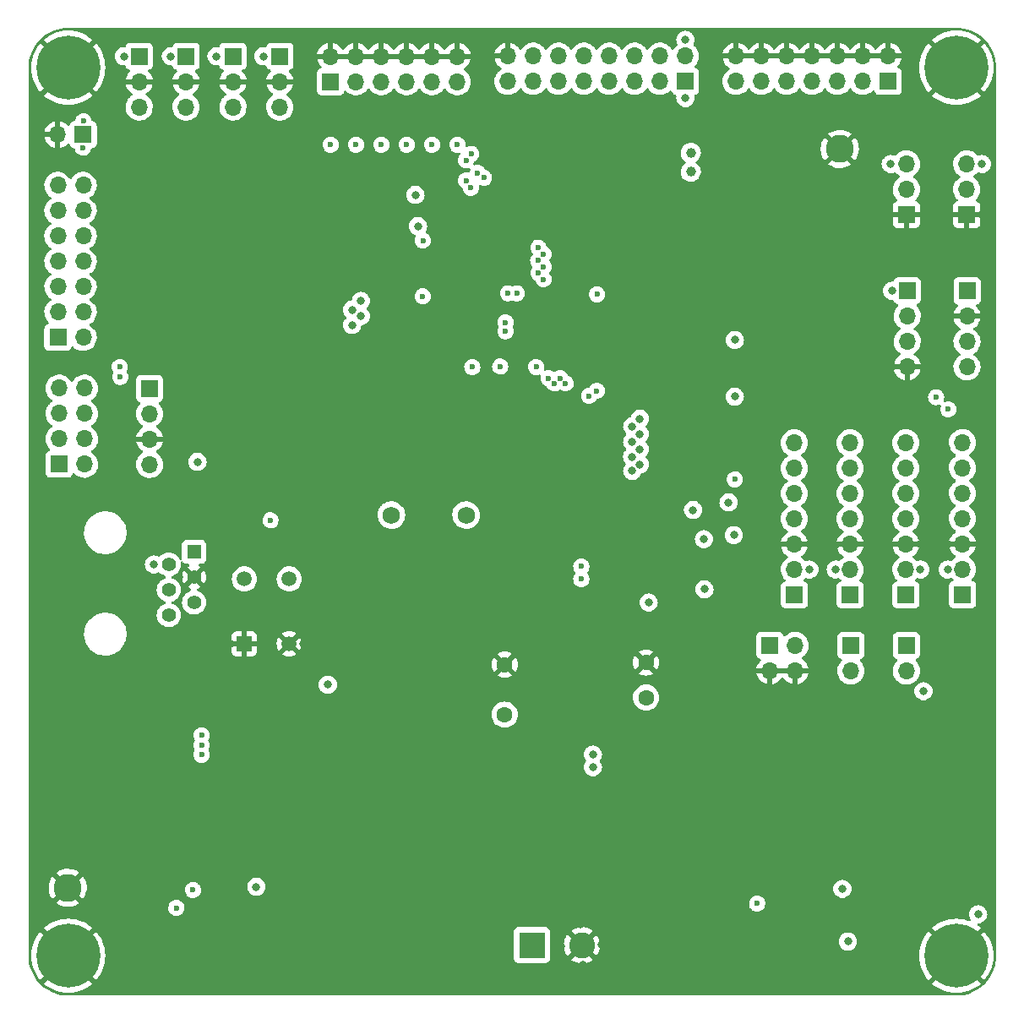
<source format=gbr>
%TF.GenerationSoftware,KiCad,Pcbnew,(6.0.2)*%
%TF.CreationDate,2022-02-23T19:08:17-05:00*%
%TF.ProjectId,SDP,5344502e-6b69-4636-9164-5f7063625858,rev?*%
%TF.SameCoordinates,Original*%
%TF.FileFunction,Copper,L2,Inr*%
%TF.FilePolarity,Positive*%
%FSLAX46Y46*%
G04 Gerber Fmt 4.6, Leading zero omitted, Abs format (unit mm)*
G04 Created by KiCad (PCBNEW (6.0.2)) date 2022-02-23 19:08:17*
%MOMM*%
%LPD*%
G01*
G04 APERTURE LIST*
%TA.AperFunction,ComponentPad*%
%ADD10R,1.700000X1.700000*%
%TD*%
%TA.AperFunction,ComponentPad*%
%ADD11O,1.700000X1.700000*%
%TD*%
%TA.AperFunction,ComponentPad*%
%ADD12C,6.400000*%
%TD*%
%TA.AperFunction,ComponentPad*%
%ADD13R,1.498000X1.498000*%
%TD*%
%TA.AperFunction,ComponentPad*%
%ADD14C,1.498000*%
%TD*%
%TA.AperFunction,ComponentPad*%
%ADD15C,1.600000*%
%TD*%
%TA.AperFunction,ComponentPad*%
%ADD16R,2.600000X2.600000*%
%TD*%
%TA.AperFunction,ComponentPad*%
%ADD17C,2.600000*%
%TD*%
%TA.AperFunction,ComponentPad*%
%ADD18C,2.800000*%
%TD*%
%TA.AperFunction,ComponentPad*%
%ADD19R,1.398000X1.398000*%
%TD*%
%TA.AperFunction,ComponentPad*%
%ADD20C,1.398000*%
%TD*%
%TA.AperFunction,ComponentPad*%
%ADD21C,1.752600*%
%TD*%
%TA.AperFunction,ComponentPad*%
%ADD22C,1.000000*%
%TD*%
%TA.AperFunction,ViaPad*%
%ADD23C,0.800000*%
%TD*%
%TA.AperFunction,ViaPad*%
%ADD24C,0.600000*%
%TD*%
G04 APERTURE END LIST*
D10*
%TO.N,+3V3*%
%TO.C,J15*%
X93599000Y-47525000D03*
D11*
%TO.N,GND*%
X93599000Y-50065000D03*
%TO.N,P93_PROX2*%
X93599000Y-52605000D03*
%TD*%
D10*
%TO.N,+3V3*%
%TO.C,J27*%
X143637000Y-50044600D03*
D11*
X143637000Y-47504600D03*
%TO.N,P72_FAN*%
X141097000Y-50044600D03*
%TO.N,P76_EN*%
X141097000Y-47504600D03*
%TO.N,P77_STEP*%
X138557000Y-50044600D03*
%TO.N,P78_DIR*%
X138557000Y-47504600D03*
%TO.N,P79_EN*%
X136017000Y-50044600D03*
%TO.N,P80_STEP*%
X136017000Y-47504600D03*
%TO.N,P81_DIR*%
X133477000Y-50044600D03*
%TO.N,P82_EN*%
X133477000Y-47504600D03*
%TO.N,P83_STEP*%
X130937000Y-50044600D03*
%TO.N,P84_DIR*%
X130937000Y-47504600D03*
%TO.N,P87_MTR1*%
X128397000Y-50044600D03*
%TO.N,P88_MTR2*%
X128397000Y-47504600D03*
%TO.N,unconnected-(J27-Pad15)*%
X125857000Y-50044600D03*
%TO.N,GND*%
X125857000Y-47504600D03*
%TD*%
D10*
%TO.N,+3V3*%
%TO.C,J2*%
X88900000Y-47525000D03*
D11*
%TO.N,GND*%
X88900000Y-50065000D03*
%TO.N,P94_PROX1*%
X88900000Y-52605000D03*
%TD*%
D10*
%TO.N,+3V3*%
%TO.C,J24*%
X163957000Y-50038000D03*
D11*
%TO.N,GND*%
X163957000Y-47498000D03*
%TO.N,+3V3*%
X161417000Y-50038000D03*
%TO.N,GND*%
X161417000Y-47498000D03*
%TO.N,+3V3*%
X158877000Y-50038000D03*
%TO.N,GND*%
X158877000Y-47498000D03*
%TO.N,+3V3*%
X156337000Y-50038000D03*
%TO.N,GND*%
X156337000Y-47498000D03*
%TO.N,+3V3*%
X153797000Y-50038000D03*
%TO.N,GND*%
X153797000Y-47498000D03*
%TO.N,+3V3*%
X151257000Y-50038000D03*
%TO.N,GND*%
X151257000Y-47498000D03*
%TO.N,+3V3*%
X148717000Y-50038000D03*
%TO.N,GND*%
X148717000Y-47498000D03*
%TD*%
D10*
%TO.N,unconnected-(J12-Pad1)*%
%TO.C,J12*%
X171407000Y-101459200D03*
D11*
%TO.N,+3V3*%
X171407000Y-98919200D03*
%TO.N,GND*%
X171407000Y-96379200D03*
%TO.N,P59_SDA2*%
X171407000Y-93839200D03*
%TO.N,P58_SCL2*%
X171407000Y-91299200D03*
%TO.N,P43_TOF4_CE*%
X171407000Y-88759200D03*
%TO.N,P44_TOF4_GPIO1*%
X171407000Y-86219200D03*
%TD*%
D12*
%TO.N,GND*%
%TO.C,H3*%
X170788000Y-137668000D03*
%TD*%
D13*
%TO.N,GND*%
%TO.C,SW1*%
X99436300Y-106401000D03*
D14*
%TO.N,Net-(R47-Pad2)*%
X99436300Y-99901000D03*
%TO.N,GND*%
X103936300Y-106401000D03*
%TO.N,Net-(R47-Pad2)*%
X103936300Y-99901000D03*
%TD*%
D10*
%TO.N,P49_U2RX*%
%TO.C,J5*%
X89941000Y-80809000D03*
D11*
%TO.N,P50_U2TX*%
X89941000Y-83349000D03*
%TO.N,GND*%
X89941000Y-85889000D03*
%TO.N,+3V3*%
X89941000Y-88429000D03*
%TD*%
D12*
%TO.N,GND*%
%TO.C,H2*%
X170788000Y-48668000D03*
%TD*%
D10*
%TO.N,unconnected-(J11-Pad1)*%
%TO.C,J11*%
X165735000Y-101500000D03*
D11*
%TO.N,+3V3*%
X165735000Y-98960000D03*
%TO.N,GND*%
X165735000Y-96420000D03*
%TO.N,P59_SDA2*%
X165735000Y-93880000D03*
%TO.N,P58_SCL2*%
X165735000Y-91340000D03*
%TO.N,P41_TOF3_CE*%
X165735000Y-88800000D03*
%TO.N,P42_TOF3_GPIO1*%
X165735000Y-86260000D03*
%TD*%
D15*
%TO.N,Net-(C40-Pad1)*%
%TO.C,C40*%
X125526800Y-113499600D03*
%TO.N,GND*%
X125526800Y-108499600D03*
%TD*%
D10*
%TO.N,P100_LIMIT*%
%TO.C,J10*%
X108077000Y-50065000D03*
D11*
%TO.N,GND*%
X108077000Y-47525000D03*
%TO.N,P99_LIMIT*%
X110617000Y-50065000D03*
%TO.N,GND*%
X110617000Y-47525000D03*
%TO.N,P98_LIMIT*%
X113157000Y-50065000D03*
%TO.N,GND*%
X113157000Y-47525000D03*
%TO.N,P97_LIMIT*%
X115697000Y-50065000D03*
%TO.N,GND*%
X115697000Y-47525000D03*
%TO.N,P96_LIMIT*%
X118237000Y-50065000D03*
%TO.N,GND*%
X118237000Y-47525000D03*
%TO.N,P95_LIMIT*%
X120777000Y-50065000D03*
%TO.N,GND*%
X120777000Y-47525000D03*
%TD*%
D10*
%TO.N,GND*%
%TO.C,J13*%
X165786200Y-63400000D03*
D11*
%TO.N,P92_TEMP2*%
X165786200Y-60860000D03*
%TO.N,+3V3*%
X165786200Y-58320000D03*
%TD*%
D10*
%TO.N,GND*%
%TO.C,J14*%
X171831000Y-63400000D03*
D11*
%TO.N,P91_TEMP1*%
X171831000Y-60860000D03*
%TO.N,+3V3*%
X171831000Y-58320000D03*
%TD*%
D16*
%TO.N,V_IN*%
%TO.C,J26*%
X128259200Y-136610800D03*
D17*
%TO.N,GND*%
X133259200Y-136610800D03*
%TD*%
D10*
%TO.N,+12V*%
%TO.C,J18*%
X152095200Y-106558400D03*
D11*
%TO.N,GND*%
X152095200Y-109098400D03*
%TO.N,+12V*%
X154635200Y-106558400D03*
%TO.N,GND*%
X154635200Y-109098400D03*
%TD*%
D18*
%TO.N,GND*%
%TO.C,TP2*%
X81737200Y-130860800D03*
%TD*%
%TO.N,GND*%
%TO.C,TP1*%
X159105600Y-56819800D03*
%TD*%
D10*
%TO.N,+5V*%
%TO.C,J6*%
X171856000Y-71040000D03*
D11*
%TO.N,GND*%
X171856000Y-73580000D03*
%TO.N,P59_SDA2*%
X171856000Y-76120000D03*
%TO.N,P58_SCL2*%
X171856000Y-78660000D03*
%TD*%
D10*
%TO.N,P21_RB4*%
%TO.C,J1*%
X80752000Y-75699000D03*
D11*
%TO.N,P20_RB5*%
X83292000Y-75699000D03*
%TO.N,P19_RE9*%
X80752000Y-73159000D03*
%TO.N,P18_RE8*%
X83292000Y-73159000D03*
%TO.N,P66_RA14*%
X80752000Y-70619000D03*
%TO.N,P67_RA15*%
X83292000Y-70619000D03*
%TO.N,P68_RD8*%
X80752000Y-68079000D03*
%TO.N,P69_RD9*%
X83292000Y-68079000D03*
%TO.N,P70_RD10*%
X80752000Y-65539000D03*
%TO.N,P71_RD11*%
X83292000Y-65539000D03*
%TO.N,P5_RE7*%
X80752000Y-62999000D03*
%TO.N,P4_RE6*%
X83292000Y-62999000D03*
%TO.N,P3_RE5*%
X80752000Y-60459000D03*
%TO.N,P1_RG15*%
X83292000Y-60459000D03*
%TD*%
D19*
%TO.N,P13_MCLR*%
%TO.C,J7*%
X94396500Y-97182000D03*
D20*
%TO.N,+3V3*%
X91856500Y-98452000D03*
%TO.N,GND*%
X94396500Y-99722000D03*
%TO.N,P27_PGD*%
X91856500Y-100992000D03*
%TO.N,P26_PGC*%
X94396500Y-102262000D03*
%TO.N,unconnected-(J7-Pad6)*%
X91856500Y-103532000D03*
%TD*%
D10*
%TO.N,+3V3*%
%TO.C,J25*%
X165862000Y-71020000D03*
D11*
%TO.N,P6_GRD_RLY*%
X165862000Y-73560000D03*
%TO.N,P7_HTR_RLY*%
X165862000Y-76100000D03*
%TO.N,GND*%
X165862000Y-78640000D03*
%TD*%
D12*
%TO.N,GND*%
%TO.C,H1*%
X81788000Y-48668000D03*
%TD*%
D10*
%TO.N,P59_SDA2*%
%TO.C,J4*%
X165785800Y-106578400D03*
D11*
%TO.N,P58_SCL2*%
X165785800Y-109118400D03*
%TD*%
D10*
%TO.N,P51_U1TX*%
%TO.C,J3*%
X80879000Y-88409000D03*
D11*
%TO.N,P50_U2TX*%
X83419000Y-88409000D03*
%TO.N,P52_U1RX*%
X80879000Y-85869000D03*
%TO.N,P49_U2RX*%
X83419000Y-85869000D03*
%TO.N,P48_U1RTS*%
X80879000Y-83329000D03*
%TO.N,P39_U2RTS*%
X83419000Y-83329000D03*
%TO.N,P47_U1CTS*%
X80879000Y-80789000D03*
%TO.N,P40_U2CTS*%
X83419000Y-80789000D03*
%TD*%
D10*
%TO.N,+3V3*%
%TO.C,J16*%
X102997000Y-47525000D03*
D11*
%TO.N,GND*%
X102997000Y-50065000D03*
%TO.N,P89_PROX4*%
X102997000Y-52605000D03*
%TD*%
D12*
%TO.N,GND*%
%TO.C,H4*%
X81788000Y-137668000D03*
%TD*%
D10*
%TO.N,P56_SDA1*%
%TO.C,J19*%
X160223200Y-106578400D03*
D11*
%TO.N,P57_SCL1*%
X160223200Y-109118400D03*
%TD*%
D10*
%TO.N,unconnected-(J8-Pad1)*%
%TO.C,J8*%
X160147000Y-101500000D03*
D11*
%TO.N,+3V3*%
X160147000Y-98960000D03*
%TO.N,GND*%
X160147000Y-96420000D03*
%TO.N,P56_SDA1*%
X160147000Y-93880000D03*
%TO.N,P57_SCL1*%
X160147000Y-91340000D03*
%TO.N,P34_TOF2_CE*%
X160147000Y-88800000D03*
%TO.N,P35_TOF2_GPIO1*%
X160147000Y-86260000D03*
%TD*%
D10*
%TO.N,+3V3*%
%TO.C,J17*%
X98298000Y-47525000D03*
D11*
%TO.N,GND*%
X98298000Y-50065000D03*
%TO.N,P90_PROX3*%
X98298000Y-52605000D03*
%TD*%
D21*
%TO.N,N/C*%
%TO.C,B1*%
X114173000Y-93499000D03*
X121666000Y-93499000D03*
%TD*%
D10*
%TO.N,unconnected-(J9-Pad1)*%
%TO.C,J9*%
X154559000Y-101500000D03*
D11*
%TO.N,+3V3*%
X154559000Y-98960000D03*
%TO.N,GND*%
X154559000Y-96420000D03*
%TO.N,P56_SDA1*%
X154559000Y-93880000D03*
%TO.N,P57_SCL1*%
X154559000Y-91340000D03*
%TO.N,P32_TOF1_CE*%
X154559000Y-88800000D03*
%TO.N,P33_TOF1_GPIO1*%
X154559000Y-86260000D03*
%TD*%
D15*
%TO.N,+12V*%
%TO.C,C39*%
X139700000Y-111784400D03*
%TO.N,GND*%
X139700000Y-108284400D03*
%TD*%
D22*
%TO.N,P74_SOSCO*%
%TO.C,Y2*%
X144170400Y-57205800D03*
%TO.N,P73_SOSCI*%
X144170400Y-59105800D03*
%TD*%
D10*
%TO.N,+3V3*%
%TO.C,J20*%
X83286600Y-55372000D03*
D11*
%TO.N,GND*%
X80746600Y-55372000D03*
%TD*%
D23*
%TO.N,GND*%
X133096000Y-134520000D03*
X105308400Y-106427600D03*
X101346000Y-50065000D03*
D24*
X96266000Y-132283200D03*
D23*
X112395000Y-134774000D03*
D24*
X127508000Y-56388000D03*
D23*
X92659200Y-129336800D03*
D24*
X97231200Y-134621600D03*
D23*
X167182800Y-96418400D03*
X164211000Y-63400000D03*
D24*
X120345200Y-71426400D03*
D23*
X119126000Y-126036400D03*
X107899200Y-104700400D03*
X101473000Y-133504000D03*
X91109800Y-128117600D03*
X89281000Y-137822000D03*
X119126000Y-122531200D03*
D24*
X155956000Y-136093200D03*
X122682000Y-75692000D03*
D23*
X156337000Y-45874000D03*
X114604800Y-61418800D03*
X98094800Y-106376800D03*
X113157000Y-45874000D03*
D24*
X80746600Y-56692800D03*
X126122500Y-81280000D03*
X155956000Y-133756400D03*
X147066000Y-73306000D03*
X133502400Y-65330400D03*
D23*
X170129200Y-132183200D03*
X113487200Y-66041600D03*
X158648400Y-96469200D03*
X148717000Y-45874000D03*
X145262600Y-81661000D03*
X120777000Y-45874000D03*
D24*
X147066000Y-67210000D03*
X87630000Y-115163600D03*
X114554000Y-76962000D03*
D23*
X135788400Y-102262000D03*
D24*
X155956000Y-134924800D03*
X155041600Y-132588000D03*
D23*
X91948000Y-50065000D03*
D24*
X168910000Y-74218800D03*
X96266000Y-135737600D03*
D23*
X94742000Y-128422400D03*
X94742000Y-86133000D03*
D24*
X124587000Y-75692000D03*
X97231200Y-135739200D03*
X137617200Y-72391600D03*
X96266000Y-133453200D03*
D23*
X123545600Y-131766600D03*
X153797000Y-45874000D03*
X108077000Y-45874000D03*
X110032800Y-91289200D03*
D24*
X140503150Y-60994550D03*
X145745200Y-66143200D03*
D23*
X105283000Y-133504000D03*
X171297600Y-131014800D03*
X161417000Y-45847000D03*
X92862400Y-99722000D03*
D24*
X97231200Y-132283200D03*
D23*
X96647000Y-50065000D03*
D24*
X128778000Y-82277500D03*
D23*
X115697000Y-45874000D03*
D24*
X87630000Y-118008400D03*
D23*
X173355000Y-63400000D03*
X110617000Y-45874000D03*
D24*
X145694400Y-74372800D03*
X140512800Y-55422800D03*
X96266000Y-134620000D03*
X133502400Y-69431501D03*
D23*
X125857000Y-45874000D03*
X122148600Y-132655600D03*
X135255000Y-136552000D03*
D24*
X113665000Y-71528000D03*
X154635200Y-110439200D03*
X152095200Y-110439200D03*
X155041600Y-134924800D03*
X155041600Y-133756400D03*
D23*
X169926000Y-96418400D03*
X112395000Y-131726000D03*
X92710000Y-137822000D03*
X164338000Y-78640000D03*
X158877000Y-45872400D03*
X94767400Y-125349000D03*
D24*
X101777800Y-137566400D03*
D23*
X110032800Y-95658000D03*
X156083000Y-96420000D03*
X151257000Y-45874000D03*
D24*
X155956000Y-132588000D03*
X155041600Y-136093200D03*
X121158000Y-81280000D03*
X90678000Y-116535200D03*
D23*
X131191000Y-136679000D03*
X133350000Y-138584000D03*
D24*
X97231200Y-133453200D03*
D23*
X87249000Y-50065000D03*
D24*
X128473200Y-75693600D03*
D23*
X92862400Y-126898400D03*
X118237000Y-45874000D03*
D24*
%TO.N,+3V3*%
X148590000Y-89916000D03*
D23*
X148488400Y-95505600D03*
X169926000Y-98958400D03*
X164211000Y-58320000D03*
D24*
X122276001Y-78664999D03*
X125076001Y-78621001D03*
X83261200Y-56692800D03*
X120777000Y-56388000D03*
X118237000Y-56388000D03*
D23*
X164338000Y-71020000D03*
D24*
X134772400Y-71375600D03*
D23*
X101346000Y-47525000D03*
X173355000Y-58320000D03*
D24*
X83312000Y-54025800D03*
X102057200Y-94032400D03*
D23*
X145491200Y-95912000D03*
D24*
X95148400Y-116560600D03*
D23*
X143637000Y-51716000D03*
X156057600Y-98958400D03*
D24*
X95148400Y-115570000D03*
X128675999Y-78664999D03*
X117328399Y-65985001D03*
X113157000Y-56388000D03*
X117316400Y-71585000D03*
D23*
X148590000Y-81637200D03*
X145542000Y-100941200D03*
X158699200Y-98958400D03*
X148590000Y-75947600D03*
X139954000Y-102262000D03*
X92075000Y-47525000D03*
X90373200Y-98452000D03*
D24*
X108077000Y-56388000D03*
D23*
X94742000Y-88165000D03*
X107797600Y-110491600D03*
D24*
X115697000Y-56388000D03*
D23*
X167182800Y-98958400D03*
X87376000Y-47525000D03*
X116586000Y-61418800D03*
X143637000Y-45874000D03*
D24*
X110617000Y-56388000D03*
X95148400Y-117525800D03*
D23*
X96647000Y-47525000D03*
D24*
%TO.N,+12V*%
X92633800Y-132867400D03*
D23*
X134366000Y-117502000D03*
X134366000Y-118772000D03*
%TO.N,P34_TOF2_CE*%
X138303000Y-87657000D03*
%TO.N,P35_TOF2_GPIO1*%
X139065000Y-86895000D03*
%TO.N,P33_TOF1_GPIO1*%
X139065000Y-88419000D03*
%TO.N,P41_TOF3_CE*%
X138303000Y-86133000D03*
%TO.N,P42_TOF3_GPIO1*%
X139065000Y-85371000D03*
%TO.N,P43_TOF4_CE*%
X138303000Y-84609000D03*
%TO.N,Net-(C12-Pad1)*%
X159359600Y-130964000D03*
D24*
X150825200Y-132437200D03*
D23*
%TO.N,+5V*%
X167487600Y-111152000D03*
D24*
%TO.N,Net-(C18-Pad1)*%
X94284800Y-131065600D03*
D23*
X100634800Y-130760800D03*
D24*
%TO.N,P68_RD8*%
X129413000Y-68607000D03*
%TO.N,P69_RD9*%
X128881200Y-67995800D03*
%TO.N,P70_RD10*%
X129413000Y-67337000D03*
%TO.N,P71_RD11*%
X128905000Y-66702000D03*
D23*
%TO.N,P1_RG15*%
X116840000Y-64543000D03*
D24*
%TO.N,P66_RA14*%
X129413000Y-69877000D03*
%TO.N,P67_RA15*%
X128905000Y-69242000D03*
%TO.N,P50_U2TX*%
X131632311Y-80296186D03*
%TO.N,P49_U2RX*%
X131078811Y-79781400D03*
%TO.N,P48_U1RTS*%
X86995000Y-79656000D03*
X130503475Y-80314675D03*
%TO.N,P47_U1CTS*%
X129921000Y-79781400D03*
X86944200Y-78663800D03*
%TO.N,P51_U1TX*%
X133985000Y-81561000D03*
%TO.N,P52_U1RX*%
X134747000Y-81053000D03*
%TO.N,P39_U2RTS*%
X125603000Y-75084000D03*
%TO.N,P40_U2CTS*%
X125603000Y-74195000D03*
D23*
%TO.N,P56_SDA1*%
X144399000Y-92991000D03*
D24*
X133210100Y-98655400D03*
D23*
%TO.N,P57_SCL1*%
X147955000Y-92229000D03*
D24*
X133210100Y-99925400D03*
%TO.N,P59_SDA2*%
X168757600Y-81686400D03*
%TO.N,P58_SCL2*%
X169976800Y-82905600D03*
D23*
%TO.N,P32_TOF1_CE*%
X138303000Y-89072500D03*
%TO.N,P44_TOF4_GPIO1*%
X139065000Y-83847000D03*
D24*
%TO.N,P92_TEMP2*%
X122809000Y-59209000D03*
%TO.N,P91_TEMP1*%
X123454384Y-59706616D03*
%TO.N,P6_GRD_RLY*%
X126746000Y-71274000D03*
%TO.N,P7_HTR_RLY*%
X125857000Y-71274000D03*
D23*
%TO.N,Net-(R2-Pad2)*%
X159918400Y-136247200D03*
X172974000Y-133504000D03*
D24*
%TO.N,P94_PROX1*%
X122128558Y-60706064D03*
%TO.N,P93_PROX2*%
X121666000Y-59971000D03*
%TO.N,P89_PROX4*%
X122174000Y-57304000D03*
%TO.N,P90_PROX3*%
X121666000Y-57939000D03*
D23*
%TO.N,P21_RB4*%
X110236000Y-74449000D03*
%TO.N,P20_RB5*%
X111125000Y-73560000D03*
%TO.N,P19_RE9*%
X110236000Y-72925000D03*
%TO.N,P18_RE8*%
X111125000Y-72036000D03*
%TD*%
%TA.AperFunction,Conductor*%
%TO.N,GND*%
G36*
X170758057Y-44677500D02*
G01*
X170772858Y-44679805D01*
X170772861Y-44679805D01*
X170781730Y-44681186D01*
X170801626Y-44678584D01*
X170823784Y-44677654D01*
X171150518Y-44692760D01*
X171162107Y-44693834D01*
X171515764Y-44743167D01*
X171527204Y-44745306D01*
X171874799Y-44827060D01*
X171885987Y-44830243D01*
X172224553Y-44943719D01*
X172235398Y-44947919D01*
X172362032Y-45003834D01*
X172562063Y-45092157D01*
X172572468Y-45097337D01*
X172884441Y-45271105D01*
X172894318Y-45277221D01*
X173188912Y-45479023D01*
X173198200Y-45486037D01*
X173472919Y-45714160D01*
X173481519Y-45722001D01*
X173733999Y-45974481D01*
X173741840Y-45983081D01*
X173969963Y-46257800D01*
X173976977Y-46267088D01*
X174056770Y-46383571D01*
X174124285Y-46482130D01*
X174178779Y-46561682D01*
X174184895Y-46571559D01*
X174358663Y-46883532D01*
X174363843Y-46893937D01*
X174423649Y-47029383D01*
X174481203Y-47159729D01*
X174508079Y-47220598D01*
X174512281Y-47231447D01*
X174610262Y-47523784D01*
X174625756Y-47570011D01*
X174628940Y-47581201D01*
X174673949Y-47772566D01*
X174710694Y-47928796D01*
X174712833Y-47940236D01*
X174762166Y-48293893D01*
X174763240Y-48305482D01*
X174778003Y-48624816D01*
X174776638Y-48650015D01*
X174774814Y-48661730D01*
X174775978Y-48670632D01*
X174775978Y-48670635D01*
X174778936Y-48693251D01*
X174780000Y-48709589D01*
X174780000Y-137618785D01*
X174778507Y-137638126D01*
X174774812Y-137661913D01*
X174775979Y-137670812D01*
X174777421Y-137681814D01*
X174778358Y-137703964D01*
X174763359Y-138030744D01*
X174762292Y-138042297D01*
X174713571Y-138392319D01*
X174713058Y-138396004D01*
X174710923Y-138407441D01*
X174648775Y-138671974D01*
X174629254Y-138755063D01*
X174626071Y-138766263D01*
X174512655Y-139104886D01*
X174508450Y-139115744D01*
X174364431Y-139442063D01*
X174364271Y-139442425D01*
X174359090Y-139452835D01*
X174185352Y-139764846D01*
X174179229Y-139774736D01*
X173988064Y-140053852D01*
X173977447Y-140069353D01*
X173970434Y-140078641D01*
X173952499Y-140100241D01*
X173742314Y-140353378D01*
X173734470Y-140361983D01*
X173481954Y-140614497D01*
X173473371Y-140622321D01*
X173198626Y-140850445D01*
X173189335Y-140857460D01*
X172894703Y-141059249D01*
X172884821Y-141065367D01*
X172572821Y-141239096D01*
X172562417Y-141244275D01*
X172235708Y-141388465D01*
X172224858Y-141392666D01*
X172132698Y-141423532D01*
X171886249Y-141506074D01*
X171875049Y-141509258D01*
X171527415Y-141590927D01*
X171515970Y-141593063D01*
X171162292Y-141642291D01*
X171150701Y-141643362D01*
X171125647Y-141644512D01*
X170831342Y-141658018D01*
X170806138Y-141656643D01*
X170803301Y-141656200D01*
X170803293Y-141656200D01*
X170794427Y-141654816D01*
X170774489Y-141657416D01*
X170762786Y-141658942D01*
X170746493Y-141660000D01*
X81837328Y-141660000D01*
X81817943Y-141658500D01*
X81803142Y-141656195D01*
X81803139Y-141656195D01*
X81794270Y-141654814D01*
X81775105Y-141657320D01*
X81774374Y-141657416D01*
X81752216Y-141658346D01*
X81425482Y-141643240D01*
X81413893Y-141642166D01*
X81060236Y-141592833D01*
X81048796Y-141590694D01*
X80702552Y-141509258D01*
X80701201Y-141508940D01*
X80690011Y-141505756D01*
X80352597Y-141392667D01*
X80351447Y-141392281D01*
X80340602Y-141388081D01*
X80139068Y-141299094D01*
X80013937Y-141243843D01*
X80003532Y-141238663D01*
X79691559Y-141064895D01*
X79681682Y-141058779D01*
X79387088Y-140856977D01*
X79377800Y-140849963D01*
X79103081Y-140621840D01*
X79094481Y-140613999D01*
X78945868Y-140465386D01*
X79355759Y-140465386D01*
X79363216Y-140475753D01*
X79602935Y-140669874D01*
X79608272Y-140673751D01*
X79928685Y-140881830D01*
X79934394Y-140885127D01*
X80274811Y-141058578D01*
X80280836Y-141061260D01*
X80637502Y-141198171D01*
X80643784Y-141200212D01*
X81012816Y-141299094D01*
X81019266Y-141300465D01*
X81396629Y-141360234D01*
X81403167Y-141360920D01*
X81784699Y-141380916D01*
X81791301Y-141380916D01*
X82172833Y-141360920D01*
X82179371Y-141360234D01*
X82556734Y-141300465D01*
X82563184Y-141299094D01*
X82932216Y-141200212D01*
X82938498Y-141198171D01*
X83295164Y-141061260D01*
X83301189Y-141058578D01*
X83641606Y-140885127D01*
X83647315Y-140881830D01*
X83967728Y-140673751D01*
X83973065Y-140669874D01*
X84211835Y-140476522D01*
X84219527Y-140465386D01*
X168355759Y-140465386D01*
X168363216Y-140475753D01*
X168602935Y-140669874D01*
X168608272Y-140673751D01*
X168928685Y-140881830D01*
X168934394Y-140885127D01*
X169274811Y-141058578D01*
X169280836Y-141061260D01*
X169637502Y-141198171D01*
X169643784Y-141200212D01*
X170012816Y-141299094D01*
X170019266Y-141300465D01*
X170396629Y-141360234D01*
X170403167Y-141360920D01*
X170784699Y-141380916D01*
X170791301Y-141380916D01*
X171172833Y-141360920D01*
X171179371Y-141360234D01*
X171556734Y-141300465D01*
X171563184Y-141299094D01*
X171932216Y-141200212D01*
X171938498Y-141198171D01*
X172295164Y-141061260D01*
X172301189Y-141058578D01*
X172641606Y-140885127D01*
X172647315Y-140881830D01*
X172967728Y-140673751D01*
X172973065Y-140669874D01*
X173211835Y-140476522D01*
X173220300Y-140464267D01*
X173213966Y-140453176D01*
X170800812Y-138040022D01*
X170786868Y-138032408D01*
X170785035Y-138032539D01*
X170778420Y-138036790D01*
X168362900Y-140452310D01*
X168355759Y-140465386D01*
X84219527Y-140465386D01*
X84220300Y-140464267D01*
X84213966Y-140453176D01*
X81800812Y-138040022D01*
X81786868Y-138032408D01*
X81785035Y-138032539D01*
X81778420Y-138036790D01*
X79362900Y-140452310D01*
X79355759Y-140465386D01*
X78945868Y-140465386D01*
X78842001Y-140361519D01*
X78834160Y-140352919D01*
X78606037Y-140078200D01*
X78599023Y-140068912D01*
X78397221Y-139774318D01*
X78391105Y-139764441D01*
X78217337Y-139452468D01*
X78212157Y-139442063D01*
X78067921Y-139115402D01*
X78063717Y-139104549D01*
X77994648Y-138898472D01*
X77950243Y-138765987D01*
X77947059Y-138754796D01*
X77865306Y-138407204D01*
X77863167Y-138395764D01*
X77813834Y-138042107D01*
X77812760Y-138030518D01*
X77797997Y-137711184D01*
X77799362Y-137685985D01*
X77799805Y-137683142D01*
X77799805Y-137683140D01*
X77801186Y-137674270D01*
X77800798Y-137671301D01*
X78075084Y-137671301D01*
X78095080Y-138052833D01*
X78095766Y-138059371D01*
X78155535Y-138436734D01*
X78156906Y-138443184D01*
X78255788Y-138812216D01*
X78257829Y-138818498D01*
X78394740Y-139175164D01*
X78397422Y-139181189D01*
X78570872Y-139521603D01*
X78574169Y-139527313D01*
X78782253Y-139847735D01*
X78786123Y-139853061D01*
X78979478Y-140091835D01*
X78991733Y-140100300D01*
X79002824Y-140093966D01*
X81415978Y-137680812D01*
X81422356Y-137669132D01*
X82152408Y-137669132D01*
X82152539Y-137670965D01*
X82156790Y-137677580D01*
X84572310Y-140093100D01*
X84585386Y-140100241D01*
X84595753Y-140092784D01*
X84789877Y-139853061D01*
X84793747Y-139847735D01*
X85001831Y-139527313D01*
X85005128Y-139521603D01*
X85178578Y-139181189D01*
X85181260Y-139175164D01*
X85318171Y-138818498D01*
X85320212Y-138812216D01*
X85419094Y-138443184D01*
X85420465Y-138436734D01*
X85480234Y-138059371D01*
X85480920Y-138052833D01*
X85485841Y-137958934D01*
X126450700Y-137958934D01*
X126457455Y-138021116D01*
X126508585Y-138157505D01*
X126595939Y-138274061D01*
X126712495Y-138361415D01*
X126848884Y-138412545D01*
X126911066Y-138419300D01*
X129607334Y-138419300D01*
X129669516Y-138412545D01*
X129805905Y-138361415D01*
X129922461Y-138274061D01*
X130009815Y-138157505D01*
X130047978Y-138055706D01*
X132179039Y-138055706D01*
X132187753Y-138067227D01*
X132294652Y-138145609D01*
X132302551Y-138150545D01*
X132532105Y-138271319D01*
X132540654Y-138275036D01*
X132785527Y-138360549D01*
X132794536Y-138362963D01*
X133049366Y-138411344D01*
X133058623Y-138412398D01*
X133317807Y-138422583D01*
X133327121Y-138422257D01*
X133584953Y-138394020D01*
X133594130Y-138392319D01*
X133844958Y-138326281D01*
X133853774Y-138323245D01*
X134092080Y-138220862D01*
X134100367Y-138216548D01*
X134320918Y-138080066D01*
X134328468Y-138074580D01*
X134333759Y-138070101D01*
X134342197Y-138057297D01*
X134336135Y-138046945D01*
X133272012Y-136982822D01*
X133258068Y-136975208D01*
X133256235Y-136975339D01*
X133249620Y-136979590D01*
X132185697Y-138043513D01*
X132179039Y-138055706D01*
X130047978Y-138055706D01*
X130060945Y-138021116D01*
X130067700Y-137958934D01*
X130067700Y-136568011D01*
X131446975Y-136568011D01*
X131459420Y-136827088D01*
X131460556Y-136836343D01*
X131511161Y-137090745D01*
X131513649Y-137099717D01*
X131601295Y-137343833D01*
X131605095Y-137352368D01*
X131727858Y-137580842D01*
X131732866Y-137588704D01*
X131802920Y-137682516D01*
X131814179Y-137690965D01*
X131826597Y-137684193D01*
X132887178Y-136623612D01*
X132893556Y-136611932D01*
X133623608Y-136611932D01*
X133623739Y-136613765D01*
X133627990Y-136620380D01*
X134695294Y-137687684D01*
X134707674Y-137694444D01*
X134716015Y-137688200D01*
X134726885Y-137671301D01*
X167075084Y-137671301D01*
X167095080Y-138052833D01*
X167095766Y-138059371D01*
X167155535Y-138436734D01*
X167156906Y-138443184D01*
X167255788Y-138812216D01*
X167257829Y-138818498D01*
X167394740Y-139175164D01*
X167397422Y-139181189D01*
X167570872Y-139521603D01*
X167574169Y-139527313D01*
X167782253Y-139847735D01*
X167786123Y-139853061D01*
X167979478Y-140091835D01*
X167991733Y-140100300D01*
X168002824Y-140093966D01*
X170415978Y-137680812D01*
X170422356Y-137669132D01*
X171152408Y-137669132D01*
X171152539Y-137670965D01*
X171156790Y-137677580D01*
X173572310Y-140093100D01*
X173585386Y-140100241D01*
X173595753Y-140092784D01*
X173789877Y-139853061D01*
X173793747Y-139847735D01*
X174001831Y-139527313D01*
X174005128Y-139521603D01*
X174178578Y-139181189D01*
X174181260Y-139175164D01*
X174318171Y-138818498D01*
X174320212Y-138812216D01*
X174419094Y-138443184D01*
X174420465Y-138436734D01*
X174480234Y-138059371D01*
X174480920Y-138052833D01*
X174500916Y-137671301D01*
X174500916Y-137664699D01*
X174480920Y-137283167D01*
X174480234Y-137276629D01*
X174420465Y-136899266D01*
X174419094Y-136892816D01*
X174320212Y-136523784D01*
X174318171Y-136517502D01*
X174181260Y-136160836D01*
X174178578Y-136154811D01*
X174005128Y-135814397D01*
X174001831Y-135808687D01*
X173793747Y-135488265D01*
X173789877Y-135482939D01*
X173596522Y-135244165D01*
X173584267Y-135235700D01*
X173573176Y-135242034D01*
X171160022Y-137655188D01*
X171152408Y-137669132D01*
X170422356Y-137669132D01*
X170423592Y-137666868D01*
X170423461Y-137665035D01*
X170419210Y-137658420D01*
X168003690Y-135242900D01*
X167990614Y-135235759D01*
X167980247Y-135243216D01*
X167786123Y-135482939D01*
X167782253Y-135488265D01*
X167574169Y-135808687D01*
X167570872Y-135814397D01*
X167397422Y-136154811D01*
X167394740Y-136160836D01*
X167257829Y-136517502D01*
X167255788Y-136523784D01*
X167156906Y-136892816D01*
X167155535Y-136899266D01*
X167095766Y-137276629D01*
X167095080Y-137283167D01*
X167075084Y-137664699D01*
X167075084Y-137671301D01*
X134726885Y-137671301D01*
X134850032Y-137479848D01*
X134854475Y-137471664D01*
X134961007Y-137235170D01*
X134964197Y-137226405D01*
X135034602Y-136976772D01*
X135036462Y-136967630D01*
X135069387Y-136708819D01*
X135069868Y-136702533D01*
X135072187Y-136613960D01*
X135072036Y-136607651D01*
X135052701Y-136347463D01*
X135051325Y-136338257D01*
X135030720Y-136247200D01*
X159004896Y-136247200D01*
X159024858Y-136437128D01*
X159083873Y-136618756D01*
X159179360Y-136784144D01*
X159183778Y-136789051D01*
X159183779Y-136789052D01*
X159283016Y-136899266D01*
X159307147Y-136926066D01*
X159461648Y-137038318D01*
X159467676Y-137041002D01*
X159467678Y-137041003D01*
X159599553Y-137099717D01*
X159636112Y-137115994D01*
X159729512Y-137135847D01*
X159816456Y-137154328D01*
X159816461Y-137154328D01*
X159822913Y-137155700D01*
X160013887Y-137155700D01*
X160020339Y-137154328D01*
X160020344Y-137154328D01*
X160107288Y-137135847D01*
X160200688Y-137115994D01*
X160237247Y-137099717D01*
X160369122Y-137041003D01*
X160369124Y-137041002D01*
X160375152Y-137038318D01*
X160529653Y-136926066D01*
X160553784Y-136899266D01*
X160653021Y-136789052D01*
X160653022Y-136789051D01*
X160657440Y-136784144D01*
X160752927Y-136618756D01*
X160811942Y-136437128D01*
X160831904Y-136247200D01*
X160822194Y-136154811D01*
X160812632Y-136063835D01*
X160812632Y-136063833D01*
X160811942Y-136057272D01*
X160752927Y-135875644D01*
X160657440Y-135710256D01*
X160529653Y-135568334D01*
X160375152Y-135456082D01*
X160369124Y-135453398D01*
X160369122Y-135453397D01*
X160206719Y-135381091D01*
X160206718Y-135381091D01*
X160200688Y-135378406D01*
X160107287Y-135358553D01*
X160020344Y-135340072D01*
X160020339Y-135340072D01*
X160013887Y-135338700D01*
X159822913Y-135338700D01*
X159816461Y-135340072D01*
X159816456Y-135340072D01*
X159729513Y-135358553D01*
X159636112Y-135378406D01*
X159630082Y-135381091D01*
X159630081Y-135381091D01*
X159467678Y-135453397D01*
X159467676Y-135453398D01*
X159461648Y-135456082D01*
X159307147Y-135568334D01*
X159179360Y-135710256D01*
X159083873Y-135875644D01*
X159024858Y-136057272D01*
X159024168Y-136063833D01*
X159024168Y-136063835D01*
X159014606Y-136154811D01*
X159004896Y-136247200D01*
X135030720Y-136247200D01*
X134994078Y-136085267D01*
X134991354Y-136076356D01*
X134897343Y-135834606D01*
X134893332Y-135826197D01*
X134764622Y-135601002D01*
X134759411Y-135593276D01*
X134716196Y-135538458D01*
X134704271Y-135529987D01*
X134692737Y-135536473D01*
X133631222Y-136597988D01*
X133623608Y-136611932D01*
X132893556Y-136611932D01*
X132894792Y-136609668D01*
X132894661Y-136607835D01*
X132890410Y-136601220D01*
X131825016Y-135535826D01*
X131811707Y-135528558D01*
X131801672Y-135535678D01*
X131786137Y-135554356D01*
X131780731Y-135561935D01*
X131646165Y-135783691D01*
X131641936Y-135791992D01*
X131541632Y-136031189D01*
X131538671Y-136040039D01*
X131474828Y-136291425D01*
X131473206Y-136300622D01*
X131447220Y-136558685D01*
X131446975Y-136568011D01*
X130067700Y-136568011D01*
X130067700Y-135262666D01*
X130060945Y-135200484D01*
X130047076Y-135163489D01*
X132176302Y-135163489D01*
X132180875Y-135173265D01*
X133246388Y-136238778D01*
X133260332Y-136246392D01*
X133262165Y-136246261D01*
X133268780Y-136242010D01*
X134333549Y-135177241D01*
X134339933Y-135165551D01*
X134330521Y-135153441D01*
X134183245Y-135051271D01*
X134175210Y-135046538D01*
X133942576Y-134931816D01*
X133933943Y-134928328D01*
X133757140Y-134871733D01*
X168355700Y-134871733D01*
X168362034Y-134882824D01*
X170775188Y-137295978D01*
X170789132Y-137303592D01*
X170790965Y-137303461D01*
X170797580Y-137299210D01*
X173213100Y-134883690D01*
X173220241Y-134870614D01*
X173212784Y-134860247D01*
X172973065Y-134666126D01*
X172967728Y-134662249D01*
X172939893Y-134644172D01*
X172893656Y-134590296D01*
X172883887Y-134519974D01*
X172913688Y-134455535D01*
X172973596Y-134417436D01*
X173008518Y-134412500D01*
X173069487Y-134412500D01*
X173075939Y-134411128D01*
X173075944Y-134411128D01*
X173162887Y-134392647D01*
X173256288Y-134372794D01*
X173262319Y-134370109D01*
X173424722Y-134297803D01*
X173424724Y-134297802D01*
X173430752Y-134295118D01*
X173455109Y-134277422D01*
X173575161Y-134190198D01*
X173585253Y-134182866D01*
X173624244Y-134139562D01*
X173708621Y-134045852D01*
X173708622Y-134045851D01*
X173713040Y-134040944D01*
X173808527Y-133875556D01*
X173867542Y-133693928D01*
X173878085Y-133593622D01*
X173886814Y-133510565D01*
X173887504Y-133504000D01*
X173876073Y-133395241D01*
X173868232Y-133320635D01*
X173868232Y-133320633D01*
X173867542Y-133314072D01*
X173808527Y-133132444D01*
X173713040Y-132967056D01*
X173701565Y-132954311D01*
X173589675Y-132830045D01*
X173589674Y-132830044D01*
X173585253Y-132825134D01*
X173468512Y-132740316D01*
X173436094Y-132716763D01*
X173436093Y-132716762D01*
X173430752Y-132712882D01*
X173424724Y-132710198D01*
X173424722Y-132710197D01*
X173262319Y-132637891D01*
X173262318Y-132637891D01*
X173256288Y-132635206D01*
X173152025Y-132613044D01*
X173075944Y-132596872D01*
X173075939Y-132596872D01*
X173069487Y-132595500D01*
X172878513Y-132595500D01*
X172872061Y-132596872D01*
X172872056Y-132596872D01*
X172795975Y-132613044D01*
X172691712Y-132635206D01*
X172685682Y-132637891D01*
X172685681Y-132637891D01*
X172523278Y-132710197D01*
X172523276Y-132710198D01*
X172517248Y-132712882D01*
X172511907Y-132716762D01*
X172511906Y-132716763D01*
X172479488Y-132740316D01*
X172362747Y-132825134D01*
X172358326Y-132830044D01*
X172358325Y-132830045D01*
X172246436Y-132954311D01*
X172234960Y-132967056D01*
X172139473Y-133132444D01*
X172080458Y-133314072D01*
X172079768Y-133320633D01*
X172079768Y-133320635D01*
X172071927Y-133395241D01*
X172060496Y-133504000D01*
X172061186Y-133510565D01*
X172069916Y-133593622D01*
X172080458Y-133693928D01*
X172139473Y-133875556D01*
X172142776Y-133881278D01*
X172142777Y-133881279D01*
X172213327Y-134003475D01*
X172230065Y-134072470D01*
X172206845Y-134139562D01*
X172151037Y-134183449D01*
X172080362Y-134190198D01*
X172059054Y-134184106D01*
X171938498Y-134137829D01*
X171932216Y-134135788D01*
X171563184Y-134036906D01*
X171556734Y-134035535D01*
X171179371Y-133975766D01*
X171172833Y-133975080D01*
X170791301Y-133955084D01*
X170784699Y-133955084D01*
X170403167Y-133975080D01*
X170396629Y-133975766D01*
X170019266Y-134035535D01*
X170012816Y-134036906D01*
X169643784Y-134135788D01*
X169637502Y-134137829D01*
X169280836Y-134274740D01*
X169274811Y-134277422D01*
X168934397Y-134450872D01*
X168928687Y-134454169D01*
X168608265Y-134662253D01*
X168602939Y-134666123D01*
X168364165Y-134859478D01*
X168355700Y-134871733D01*
X133757140Y-134871733D01*
X133686903Y-134849250D01*
X133677843Y-134847074D01*
X133421830Y-134805380D01*
X133412543Y-134804568D01*
X133153192Y-134801173D01*
X133143881Y-134801743D01*
X132886882Y-134836719D01*
X132877746Y-134838660D01*
X132628743Y-134911239D01*
X132620000Y-134914507D01*
X132384452Y-135023096D01*
X132376297Y-135027616D01*
X132185440Y-135152747D01*
X132176302Y-135163489D01*
X130047076Y-135163489D01*
X130009815Y-135064095D01*
X129922461Y-134947539D01*
X129805905Y-134860185D01*
X129669516Y-134809055D01*
X129607334Y-134802300D01*
X126911066Y-134802300D01*
X126848884Y-134809055D01*
X126712495Y-134860185D01*
X126595939Y-134947539D01*
X126508585Y-135064095D01*
X126457455Y-135200484D01*
X126450700Y-135262666D01*
X126450700Y-137958934D01*
X85485841Y-137958934D01*
X85500916Y-137671301D01*
X85500916Y-137664699D01*
X85480920Y-137283167D01*
X85480234Y-137276629D01*
X85420465Y-136899266D01*
X85419094Y-136892816D01*
X85320212Y-136523784D01*
X85318171Y-136517502D01*
X85181260Y-136160836D01*
X85178578Y-136154811D01*
X85005128Y-135814397D01*
X85001831Y-135808687D01*
X84793747Y-135488265D01*
X84789877Y-135482939D01*
X84596522Y-135244165D01*
X84584267Y-135235700D01*
X84573176Y-135242034D01*
X82160022Y-137655188D01*
X82152408Y-137669132D01*
X81422356Y-137669132D01*
X81423592Y-137666868D01*
X81423461Y-137665035D01*
X81419210Y-137658420D01*
X79003690Y-135242900D01*
X78990614Y-135235759D01*
X78980247Y-135243216D01*
X78786123Y-135482939D01*
X78782253Y-135488265D01*
X78574169Y-135808687D01*
X78570872Y-135814397D01*
X78397422Y-136154811D01*
X78394740Y-136160836D01*
X78257829Y-136517502D01*
X78255788Y-136523784D01*
X78156906Y-136892816D01*
X78155535Y-136899266D01*
X78095766Y-137276629D01*
X78095080Y-137283167D01*
X78075084Y-137664699D01*
X78075084Y-137671301D01*
X77800798Y-137671301D01*
X77799979Y-137665035D01*
X77797064Y-137642749D01*
X77796000Y-137626411D01*
X77796000Y-134871733D01*
X79355700Y-134871733D01*
X79362034Y-134882824D01*
X81775188Y-137295978D01*
X81789132Y-137303592D01*
X81790965Y-137303461D01*
X81797580Y-137299210D01*
X84213100Y-134883690D01*
X84220241Y-134870614D01*
X84212784Y-134860247D01*
X83973065Y-134666126D01*
X83967728Y-134662249D01*
X83647315Y-134454170D01*
X83641606Y-134450873D01*
X83301189Y-134277422D01*
X83295164Y-134274740D01*
X82938498Y-134137829D01*
X82932216Y-134135788D01*
X82563184Y-134036906D01*
X82556734Y-134035535D01*
X82179371Y-133975766D01*
X82172833Y-133975080D01*
X81791301Y-133955084D01*
X81784699Y-133955084D01*
X81403167Y-133975080D01*
X81396629Y-133975766D01*
X81019266Y-134035535D01*
X81012816Y-134036906D01*
X80643784Y-134135788D01*
X80637502Y-134137829D01*
X80280836Y-134274740D01*
X80274811Y-134277422D01*
X79934397Y-134450872D01*
X79928687Y-134454169D01*
X79608265Y-134662253D01*
X79602939Y-134666123D01*
X79364165Y-134859478D01*
X79355700Y-134871733D01*
X77796000Y-134871733D01*
X77796000Y-132856040D01*
X91820263Y-132856040D01*
X91837963Y-133036560D01*
X91895218Y-133208673D01*
X91898865Y-133214695D01*
X91898866Y-133214697D01*
X91920633Y-133250638D01*
X91989180Y-133363824D01*
X92115182Y-133494302D01*
X92266959Y-133593622D01*
X92273563Y-133596078D01*
X92273565Y-133596079D01*
X92430358Y-133654390D01*
X92430360Y-133654390D01*
X92436968Y-133656848D01*
X92520795Y-133668033D01*
X92609780Y-133679907D01*
X92609784Y-133679907D01*
X92616761Y-133680838D01*
X92623772Y-133680200D01*
X92623776Y-133680200D01*
X92766259Y-133667232D01*
X92797400Y-133664398D01*
X92804102Y-133662220D01*
X92804104Y-133662220D01*
X92963209Y-133610524D01*
X92963212Y-133610523D01*
X92969908Y-133608347D01*
X93125712Y-133515469D01*
X93257066Y-133390382D01*
X93357443Y-133239302D01*
X93414585Y-133088877D01*
X93419355Y-133076320D01*
X93419356Y-133076318D01*
X93421855Y-133069738D01*
X93423359Y-133059034D01*
X93446548Y-132894039D01*
X93446548Y-132894036D01*
X93447099Y-132890117D01*
X93447416Y-132867400D01*
X93427197Y-132687145D01*
X93424880Y-132680491D01*
X93369864Y-132522506D01*
X93369862Y-132522503D01*
X93367545Y-132515848D01*
X93357462Y-132499712D01*
X93311302Y-132425840D01*
X150011663Y-132425840D01*
X150029363Y-132606360D01*
X150086618Y-132778473D01*
X150090265Y-132784495D01*
X150090266Y-132784497D01*
X150156607Y-132894039D01*
X150180580Y-132933624D01*
X150306582Y-133064102D01*
X150312478Y-133067960D01*
X150411020Y-133132444D01*
X150458359Y-133163422D01*
X150464963Y-133165878D01*
X150464965Y-133165879D01*
X150621758Y-133224190D01*
X150621760Y-133224190D01*
X150628368Y-133226648D01*
X150712195Y-133237833D01*
X150801180Y-133249707D01*
X150801184Y-133249707D01*
X150808161Y-133250638D01*
X150815172Y-133250000D01*
X150815176Y-133250000D01*
X150957659Y-133237032D01*
X150988800Y-133234198D01*
X150995502Y-133232020D01*
X150995504Y-133232020D01*
X151154609Y-133180324D01*
X151154612Y-133180323D01*
X151161308Y-133178147D01*
X151317112Y-133085269D01*
X151448466Y-132960182D01*
X151548843Y-132809102D01*
X151613255Y-132639538D01*
X151614235Y-132632566D01*
X151637948Y-132463839D01*
X151637948Y-132463836D01*
X151638499Y-132459917D01*
X151638816Y-132437200D01*
X151618597Y-132256945D01*
X151616280Y-132250291D01*
X151561264Y-132092306D01*
X151561262Y-132092303D01*
X151558945Y-132085648D01*
X151462826Y-131931824D01*
X151449141Y-131918043D01*
X151339978Y-131808115D01*
X151339974Y-131808112D01*
X151335015Y-131803118D01*
X151323897Y-131796062D01*
X151253263Y-131751237D01*
X151181866Y-131705927D01*
X151144164Y-131692502D01*
X151017625Y-131647443D01*
X151017620Y-131647442D01*
X151010990Y-131645081D01*
X151004002Y-131644248D01*
X151003999Y-131644247D01*
X150858596Y-131626909D01*
X150830880Y-131623604D01*
X150823877Y-131624340D01*
X150823876Y-131624340D01*
X150657488Y-131641828D01*
X150657486Y-131641829D01*
X150650488Y-131642564D01*
X150478779Y-131701018D01*
X150452351Y-131717277D01*
X150330295Y-131792366D01*
X150330292Y-131792368D01*
X150324288Y-131796062D01*
X150319253Y-131800993D01*
X150319250Y-131800995D01*
X150199725Y-131918043D01*
X150194693Y-131922971D01*
X150096435Y-132075438D01*
X150094026Y-132082058D01*
X150094024Y-132082061D01*
X150074788Y-132134912D01*
X150034397Y-132245885D01*
X150011663Y-132425840D01*
X93311302Y-132425840D01*
X93275159Y-132367998D01*
X93271426Y-132362024D01*
X93257741Y-132348243D01*
X93148578Y-132238315D01*
X93148574Y-132238312D01*
X93143615Y-132233318D01*
X93132497Y-132226262D01*
X93084338Y-132195700D01*
X92990466Y-132136127D01*
X92961263Y-132125728D01*
X92826225Y-132077643D01*
X92826220Y-132077642D01*
X92819590Y-132075281D01*
X92812602Y-132074448D01*
X92812599Y-132074447D01*
X92689498Y-132059768D01*
X92639480Y-132053804D01*
X92632477Y-132054540D01*
X92632476Y-132054540D01*
X92466088Y-132072028D01*
X92466086Y-132072029D01*
X92459088Y-132072764D01*
X92287379Y-132131218D01*
X92281375Y-132134912D01*
X92138895Y-132222566D01*
X92138892Y-132222568D01*
X92132888Y-132226262D01*
X92127853Y-132231193D01*
X92127850Y-132231195D01*
X92094408Y-132263944D01*
X92003293Y-132353171D01*
X91905035Y-132505638D01*
X91902626Y-132512258D01*
X91902624Y-132512261D01*
X91853903Y-132646120D01*
X91842997Y-132676085D01*
X91820263Y-132856040D01*
X77796000Y-132856040D01*
X77796000Y-132378606D01*
X80584561Y-132378606D01*
X80591951Y-132388908D01*
X80633830Y-132423003D01*
X80641109Y-132428118D01*
X80864956Y-132562885D01*
X80872870Y-132566918D01*
X81113486Y-132668806D01*
X81121891Y-132671683D01*
X81374457Y-132738650D01*
X81383189Y-132740316D01*
X81642674Y-132771027D01*
X81651540Y-132771445D01*
X81912761Y-132765290D01*
X81921614Y-132764453D01*
X82179362Y-132721552D01*
X82187996Y-132719479D01*
X82437130Y-132640688D01*
X82445392Y-132637417D01*
X82680931Y-132524313D01*
X82688655Y-132519907D01*
X82882468Y-132390406D01*
X82890756Y-132380488D01*
X82883499Y-132366309D01*
X81750012Y-131232822D01*
X81736068Y-131225208D01*
X81734235Y-131225339D01*
X81727620Y-131229590D01*
X80591727Y-132365483D01*
X80584561Y-132378606D01*
X77796000Y-132378606D01*
X77796000Y-130805167D01*
X79825445Y-130805167D01*
X79835703Y-131066259D01*
X79836678Y-131075088D01*
X79883622Y-131332132D01*
X79885831Y-131340734D01*
X79968524Y-131588596D01*
X79971928Y-131596814D01*
X80088719Y-131830550D01*
X80093243Y-131838198D01*
X80208552Y-132005035D01*
X80218873Y-132013389D01*
X80232523Y-132006267D01*
X81365178Y-130873612D01*
X81371556Y-130861932D01*
X82101608Y-130861932D01*
X82101739Y-130863765D01*
X82105990Y-130870380D01*
X83242717Y-132007107D01*
X83256117Y-132014424D01*
X83266021Y-132007437D01*
X83281886Y-131988563D01*
X83287105Y-131981380D01*
X83425371Y-131759676D01*
X83429533Y-131751817D01*
X83535188Y-131512830D01*
X83538194Y-131504480D01*
X83609121Y-131252992D01*
X83610922Y-131244299D01*
X83636450Y-131054240D01*
X93471263Y-131054240D01*
X93488963Y-131234760D01*
X93546218Y-131406873D01*
X93549865Y-131412895D01*
X93549866Y-131412897D01*
X93635686Y-131554603D01*
X93640180Y-131562024D01*
X93645069Y-131567087D01*
X93645070Y-131567088D01*
X93700358Y-131624340D01*
X93766182Y-131692502D01*
X93798529Y-131713669D01*
X93855939Y-131751237D01*
X93917959Y-131791822D01*
X93924563Y-131794278D01*
X93924565Y-131794279D01*
X94081358Y-131852590D01*
X94081360Y-131852590D01*
X94087968Y-131855048D01*
X94171795Y-131866233D01*
X94260780Y-131878107D01*
X94260784Y-131878107D01*
X94267761Y-131879038D01*
X94274772Y-131878400D01*
X94274776Y-131878400D01*
X94417259Y-131865432D01*
X94448400Y-131862598D01*
X94455102Y-131860420D01*
X94455104Y-131860420D01*
X94614209Y-131808724D01*
X94614212Y-131808723D01*
X94620908Y-131806547D01*
X94776712Y-131713669D01*
X94908066Y-131588582D01*
X95008443Y-131437502D01*
X95072855Y-131267938D01*
X95076177Y-131244299D01*
X95097548Y-131092239D01*
X95097548Y-131092236D01*
X95098099Y-131088317D01*
X95098416Y-131065600D01*
X95078197Y-130885345D01*
X95075880Y-130878691D01*
X95034826Y-130760800D01*
X99721296Y-130760800D01*
X99721986Y-130767365D01*
X99733224Y-130874285D01*
X99741258Y-130950728D01*
X99800273Y-131132356D01*
X99803576Y-131138078D01*
X99803577Y-131138079D01*
X99816352Y-131160206D01*
X99895760Y-131297744D01*
X100023547Y-131439666D01*
X100178048Y-131551918D01*
X100184076Y-131554602D01*
X100184078Y-131554603D01*
X100339058Y-131623604D01*
X100352512Y-131629594D01*
X100445913Y-131649447D01*
X100532856Y-131667928D01*
X100532861Y-131667928D01*
X100539313Y-131669300D01*
X100730287Y-131669300D01*
X100736739Y-131667928D01*
X100736744Y-131667928D01*
X100823687Y-131649447D01*
X100917088Y-131629594D01*
X100930542Y-131623604D01*
X101085522Y-131554603D01*
X101085524Y-131554602D01*
X101091552Y-131551918D01*
X101246053Y-131439666D01*
X101373840Y-131297744D01*
X101453248Y-131160206D01*
X101466023Y-131138079D01*
X101466024Y-131138078D01*
X101469327Y-131132356D01*
X101524030Y-130964000D01*
X158446096Y-130964000D01*
X158446786Y-130970565D01*
X158456361Y-131061662D01*
X158466058Y-131153928D01*
X158525073Y-131335556D01*
X158620560Y-131500944D01*
X158624978Y-131505851D01*
X158624979Y-131505852D01*
X158706882Y-131596814D01*
X158748347Y-131642866D01*
X158902848Y-131755118D01*
X158908876Y-131757802D01*
X158908878Y-131757803D01*
X159071281Y-131830109D01*
X159077312Y-131832794D01*
X159170444Y-131852590D01*
X159257656Y-131871128D01*
X159257661Y-131871128D01*
X159264113Y-131872500D01*
X159455087Y-131872500D01*
X159461539Y-131871128D01*
X159461544Y-131871128D01*
X159548756Y-131852590D01*
X159641888Y-131832794D01*
X159647919Y-131830109D01*
X159810322Y-131757803D01*
X159810324Y-131757802D01*
X159816352Y-131755118D01*
X159970853Y-131642866D01*
X160012318Y-131596814D01*
X160094221Y-131505852D01*
X160094222Y-131505851D01*
X160098640Y-131500944D01*
X160194127Y-131335556D01*
X160253142Y-131153928D01*
X160262840Y-131061662D01*
X160272414Y-130970565D01*
X160273104Y-130964000D01*
X160262376Y-130861932D01*
X160253832Y-130780635D01*
X160253832Y-130780633D01*
X160253142Y-130774072D01*
X160194127Y-130592444D01*
X160181673Y-130570872D01*
X160101941Y-130432774D01*
X160098640Y-130427056D01*
X160092977Y-130420766D01*
X159975275Y-130290045D01*
X159975274Y-130290044D01*
X159970853Y-130285134D01*
X159816352Y-130172882D01*
X159810324Y-130170198D01*
X159810322Y-130170197D01*
X159647919Y-130097891D01*
X159647918Y-130097891D01*
X159641888Y-130095206D01*
X159548488Y-130075353D01*
X159461544Y-130056872D01*
X159461539Y-130056872D01*
X159455087Y-130055500D01*
X159264113Y-130055500D01*
X159257661Y-130056872D01*
X159257656Y-130056872D01*
X159170712Y-130075353D01*
X159077312Y-130095206D01*
X159071282Y-130097891D01*
X159071281Y-130097891D01*
X158908878Y-130170197D01*
X158908876Y-130170198D01*
X158902848Y-130172882D01*
X158748347Y-130285134D01*
X158743926Y-130290044D01*
X158743925Y-130290045D01*
X158626224Y-130420766D01*
X158620560Y-130427056D01*
X158617259Y-130432774D01*
X158537528Y-130570872D01*
X158525073Y-130592444D01*
X158466058Y-130774072D01*
X158465368Y-130780633D01*
X158465368Y-130780635D01*
X158456824Y-130861932D01*
X158446096Y-130964000D01*
X101524030Y-130964000D01*
X101528342Y-130950728D01*
X101536377Y-130874285D01*
X101547614Y-130767365D01*
X101548304Y-130760800D01*
X101528342Y-130570872D01*
X101469327Y-130389244D01*
X101373840Y-130223856D01*
X101246053Y-130081934D01*
X101091552Y-129969682D01*
X101085524Y-129966998D01*
X101085522Y-129966997D01*
X100923119Y-129894691D01*
X100923118Y-129894691D01*
X100917088Y-129892006D01*
X100823688Y-129872153D01*
X100736744Y-129853672D01*
X100736739Y-129853672D01*
X100730287Y-129852300D01*
X100539313Y-129852300D01*
X100532861Y-129853672D01*
X100532856Y-129853672D01*
X100445912Y-129872153D01*
X100352512Y-129892006D01*
X100346482Y-129894691D01*
X100346481Y-129894691D01*
X100184078Y-129966997D01*
X100184076Y-129966998D01*
X100178048Y-129969682D01*
X100023547Y-130081934D01*
X99895760Y-130223856D01*
X99800273Y-130389244D01*
X99741258Y-130570872D01*
X99721296Y-130760800D01*
X95034826Y-130760800D01*
X95020864Y-130720706D01*
X95020862Y-130720703D01*
X95018545Y-130714048D01*
X94922426Y-130560224D01*
X94858908Y-130496261D01*
X94799578Y-130436515D01*
X94799574Y-130436512D01*
X94794615Y-130431518D01*
X94783497Y-130424462D01*
X94728002Y-130389244D01*
X94641466Y-130334327D01*
X94609499Y-130322944D01*
X94477225Y-130275843D01*
X94477220Y-130275842D01*
X94470590Y-130273481D01*
X94463602Y-130272648D01*
X94463599Y-130272647D01*
X94340498Y-130257968D01*
X94290480Y-130252004D01*
X94283477Y-130252740D01*
X94283476Y-130252740D01*
X94117088Y-130270228D01*
X94117086Y-130270229D01*
X94110088Y-130270964D01*
X93938379Y-130329418D01*
X93932375Y-130333112D01*
X93789895Y-130420766D01*
X93789892Y-130420768D01*
X93783888Y-130424462D01*
X93778853Y-130429393D01*
X93778850Y-130429395D01*
X93678567Y-130527600D01*
X93654293Y-130551371D01*
X93556035Y-130703838D01*
X93553626Y-130710458D01*
X93553624Y-130710461D01*
X93499984Y-130857835D01*
X93493997Y-130874285D01*
X93471263Y-131054240D01*
X83636450Y-131054240D01*
X83645872Y-130984092D01*
X83646400Y-130977699D01*
X83649973Y-130864022D01*
X83649846Y-130857579D01*
X83631306Y-130595723D01*
X83630053Y-130586919D01*
X83575058Y-130331477D01*
X83572579Y-130322944D01*
X83482141Y-130077802D01*
X83478486Y-130069707D01*
X83354406Y-129839747D01*
X83349647Y-129832249D01*
X83264959Y-129717590D01*
X83253831Y-129709148D01*
X83241238Y-129715972D01*
X82109222Y-130847988D01*
X82101608Y-130861932D01*
X81371556Y-130861932D01*
X81372792Y-130859668D01*
X81372661Y-130857835D01*
X81368410Y-130851220D01*
X80233019Y-129715829D01*
X80220178Y-129708817D01*
X80209489Y-129716613D01*
X80157863Y-129782099D01*
X80152858Y-129789463D01*
X80021620Y-130015405D01*
X80017716Y-130023375D01*
X79919620Y-130265563D01*
X79916876Y-130274007D01*
X79853883Y-130527600D01*
X79852356Y-130536351D01*
X79825724Y-130796283D01*
X79825445Y-130805167D01*
X77796000Y-130805167D01*
X77796000Y-129343488D01*
X80585245Y-129343488D01*
X80592225Y-129356615D01*
X81724388Y-130488778D01*
X81738332Y-130496392D01*
X81740165Y-130496261D01*
X81746780Y-130492010D01*
X82882004Y-129356786D01*
X82888858Y-129344234D01*
X82880650Y-129333163D01*
X82790962Y-129264716D01*
X82783513Y-129259823D01*
X82555553Y-129132159D01*
X82547503Y-129128371D01*
X82303817Y-129034095D01*
X82295327Y-129031483D01*
X82040778Y-128972483D01*
X82032000Y-128971093D01*
X81771678Y-128948546D01*
X81762807Y-128948406D01*
X81501896Y-128962765D01*
X81493086Y-128963879D01*
X81236807Y-129014855D01*
X81228250Y-129017196D01*
X80981696Y-129103780D01*
X80973562Y-129107300D01*
X80741677Y-129227755D01*
X80734105Y-129232394D01*
X80593647Y-129332767D01*
X80585245Y-129343488D01*
X77796000Y-129343488D01*
X77796000Y-118772000D01*
X133452496Y-118772000D01*
X133472458Y-118961928D01*
X133531473Y-119143556D01*
X133626960Y-119308944D01*
X133754747Y-119450866D01*
X133909248Y-119563118D01*
X133915276Y-119565802D01*
X133915278Y-119565803D01*
X134077681Y-119638109D01*
X134083712Y-119640794D01*
X134177113Y-119660647D01*
X134264056Y-119679128D01*
X134264061Y-119679128D01*
X134270513Y-119680500D01*
X134461487Y-119680500D01*
X134467939Y-119679128D01*
X134467944Y-119679128D01*
X134554887Y-119660647D01*
X134648288Y-119640794D01*
X134654319Y-119638109D01*
X134816722Y-119565803D01*
X134816724Y-119565802D01*
X134822752Y-119563118D01*
X134977253Y-119450866D01*
X135105040Y-119308944D01*
X135200527Y-119143556D01*
X135259542Y-118961928D01*
X135279504Y-118772000D01*
X135259542Y-118582072D01*
X135200527Y-118400444D01*
X135105040Y-118235056D01*
X135092662Y-118221309D01*
X135061946Y-118157303D01*
X135070710Y-118086850D01*
X135092661Y-118052693D01*
X135105040Y-118038944D01*
X135200527Y-117873556D01*
X135259542Y-117691928D01*
X135279504Y-117502000D01*
X135263060Y-117345545D01*
X135260232Y-117318635D01*
X135260232Y-117318633D01*
X135259542Y-117312072D01*
X135200527Y-117130444D01*
X135105040Y-116965056D01*
X135081017Y-116938375D01*
X134981675Y-116828045D01*
X134981674Y-116828044D01*
X134977253Y-116823134D01*
X134822752Y-116710882D01*
X134816724Y-116708198D01*
X134816722Y-116708197D01*
X134654319Y-116635891D01*
X134654318Y-116635891D01*
X134648288Y-116633206D01*
X134554887Y-116613353D01*
X134467944Y-116594872D01*
X134467939Y-116594872D01*
X134461487Y-116593500D01*
X134270513Y-116593500D01*
X134264061Y-116594872D01*
X134264056Y-116594872D01*
X134177113Y-116613353D01*
X134083712Y-116633206D01*
X134077682Y-116635891D01*
X134077681Y-116635891D01*
X133915278Y-116708197D01*
X133915276Y-116708198D01*
X133909248Y-116710882D01*
X133754747Y-116823134D01*
X133750326Y-116828044D01*
X133750325Y-116828045D01*
X133650984Y-116938375D01*
X133626960Y-116965056D01*
X133531473Y-117130444D01*
X133472458Y-117312072D01*
X133471768Y-117318633D01*
X133471768Y-117318635D01*
X133468940Y-117345545D01*
X133452496Y-117502000D01*
X133472458Y-117691928D01*
X133531473Y-117873556D01*
X133626960Y-118038944D01*
X133639338Y-118052691D01*
X133670054Y-118116697D01*
X133661290Y-118187150D01*
X133639339Y-118221307D01*
X133626960Y-118235056D01*
X133531473Y-118400444D01*
X133472458Y-118582072D01*
X133452496Y-118772000D01*
X77796000Y-118772000D01*
X77796000Y-117514440D01*
X94334863Y-117514440D01*
X94352563Y-117694960D01*
X94409818Y-117867073D01*
X94413465Y-117873095D01*
X94413466Y-117873097D01*
X94424378Y-117891114D01*
X94503780Y-118022224D01*
X94508669Y-118027287D01*
X94508670Y-118027288D01*
X94519926Y-118038944D01*
X94629782Y-118152702D01*
X94635678Y-118156560D01*
X94748140Y-118230153D01*
X94781559Y-118252022D01*
X94788163Y-118254478D01*
X94788165Y-118254479D01*
X94944958Y-118312790D01*
X94944960Y-118312790D01*
X94951568Y-118315248D01*
X95035395Y-118326433D01*
X95124380Y-118338307D01*
X95124384Y-118338307D01*
X95131361Y-118339238D01*
X95138372Y-118338600D01*
X95138376Y-118338600D01*
X95280859Y-118325632D01*
X95312000Y-118322798D01*
X95318702Y-118320620D01*
X95318704Y-118320620D01*
X95477809Y-118268924D01*
X95477812Y-118268923D01*
X95484508Y-118266747D01*
X95640312Y-118173869D01*
X95771666Y-118048782D01*
X95872043Y-117897702D01*
X95936455Y-117728138D01*
X95937435Y-117721166D01*
X95961148Y-117552439D01*
X95961148Y-117552436D01*
X95961699Y-117548517D01*
X95962016Y-117525800D01*
X95941797Y-117345545D01*
X95939480Y-117338891D01*
X95884464Y-117180906D01*
X95884462Y-117180903D01*
X95882145Y-117174248D01*
X95842433Y-117110694D01*
X95823297Y-117042326D01*
X95844340Y-116974198D01*
X95868141Y-116938375D01*
X95872043Y-116932502D01*
X95936455Y-116762938D01*
X95937435Y-116755966D01*
X95961148Y-116587239D01*
X95961148Y-116587236D01*
X95961699Y-116583317D01*
X95962016Y-116560600D01*
X95941797Y-116380345D01*
X95939480Y-116373691D01*
X95884464Y-116215706D01*
X95884462Y-116215703D01*
X95882145Y-116209048D01*
X95834253Y-116132404D01*
X95815118Y-116064037D01*
X95836159Y-115995912D01*
X95872043Y-115941902D01*
X95936455Y-115772338D01*
X95937435Y-115765366D01*
X95961148Y-115596639D01*
X95961148Y-115596636D01*
X95961699Y-115592717D01*
X95962016Y-115570000D01*
X95941797Y-115389745D01*
X95939480Y-115383091D01*
X95884464Y-115225106D01*
X95884462Y-115225103D01*
X95882145Y-115218448D01*
X95786026Y-115064624D01*
X95772341Y-115050843D01*
X95663178Y-114940915D01*
X95663174Y-114940912D01*
X95658215Y-114935918D01*
X95647097Y-114928862D01*
X95598938Y-114898300D01*
X95505066Y-114838727D01*
X95475863Y-114828328D01*
X95340825Y-114780243D01*
X95340820Y-114780242D01*
X95334190Y-114777881D01*
X95327202Y-114777048D01*
X95327199Y-114777047D01*
X95204098Y-114762368D01*
X95154080Y-114756404D01*
X95147077Y-114757140D01*
X95147076Y-114757140D01*
X94980688Y-114774628D01*
X94980686Y-114774629D01*
X94973688Y-114775364D01*
X94801979Y-114833818D01*
X94795975Y-114837512D01*
X94653495Y-114925166D01*
X94653492Y-114925168D01*
X94647488Y-114928862D01*
X94642453Y-114933793D01*
X94642450Y-114933795D01*
X94522925Y-115050843D01*
X94517893Y-115055771D01*
X94419635Y-115208238D01*
X94417226Y-115214858D01*
X94417224Y-115214861D01*
X94360006Y-115372066D01*
X94357597Y-115378685D01*
X94334863Y-115558640D01*
X94352563Y-115739160D01*
X94409818Y-115911273D01*
X94413465Y-115917295D01*
X94413466Y-115917297D01*
X94463571Y-116000031D01*
X94481750Y-116068661D01*
X94461707Y-116133556D01*
X94419635Y-116198838D01*
X94417226Y-116205458D01*
X94417224Y-116205461D01*
X94360006Y-116362666D01*
X94357597Y-116369285D01*
X94334863Y-116549240D01*
X94352563Y-116729760D01*
X94409818Y-116901873D01*
X94413465Y-116907895D01*
X94413466Y-116907897D01*
X94455640Y-116977535D01*
X94473819Y-117046165D01*
X94453776Y-117111061D01*
X94419635Y-117164038D01*
X94417226Y-117170658D01*
X94417225Y-117170659D01*
X94368040Y-117305794D01*
X94357597Y-117334485D01*
X94334863Y-117514440D01*
X77796000Y-117514440D01*
X77796000Y-113499600D01*
X124213302Y-113499600D01*
X124233257Y-113727687D01*
X124292516Y-113948843D01*
X124294839Y-113953824D01*
X124294839Y-113953825D01*
X124386951Y-114151362D01*
X124386954Y-114151367D01*
X124389277Y-114156349D01*
X124520602Y-114343900D01*
X124682500Y-114505798D01*
X124687008Y-114508955D01*
X124687011Y-114508957D01*
X124765189Y-114563698D01*
X124870051Y-114637123D01*
X124875033Y-114639446D01*
X124875038Y-114639449D01*
X125072575Y-114731561D01*
X125077557Y-114733884D01*
X125082865Y-114735306D01*
X125082867Y-114735307D01*
X125293398Y-114791719D01*
X125293400Y-114791719D01*
X125298713Y-114793143D01*
X125526800Y-114813098D01*
X125754887Y-114793143D01*
X125760200Y-114791719D01*
X125760202Y-114791719D01*
X125970733Y-114735307D01*
X125970735Y-114735306D01*
X125976043Y-114733884D01*
X125981025Y-114731561D01*
X126178562Y-114639449D01*
X126178567Y-114639446D01*
X126183549Y-114637123D01*
X126288411Y-114563698D01*
X126366589Y-114508957D01*
X126366592Y-114508955D01*
X126371100Y-114505798D01*
X126532998Y-114343900D01*
X126664323Y-114156349D01*
X126666646Y-114151367D01*
X126666649Y-114151362D01*
X126758761Y-113953825D01*
X126758761Y-113953824D01*
X126761084Y-113948843D01*
X126820343Y-113727687D01*
X126840298Y-113499600D01*
X126820343Y-113271513D01*
X126761084Y-113050357D01*
X126745232Y-113016361D01*
X126666649Y-112847838D01*
X126666646Y-112847833D01*
X126664323Y-112842851D01*
X126532998Y-112655300D01*
X126371100Y-112493402D01*
X126366592Y-112490245D01*
X126366589Y-112490243D01*
X126288411Y-112435502D01*
X126183549Y-112362077D01*
X126178567Y-112359754D01*
X126178562Y-112359751D01*
X125981025Y-112267639D01*
X125981024Y-112267639D01*
X125976043Y-112265316D01*
X125970735Y-112263894D01*
X125970733Y-112263893D01*
X125760202Y-112207481D01*
X125760200Y-112207481D01*
X125754887Y-112206057D01*
X125526800Y-112186102D01*
X125298713Y-112206057D01*
X125293400Y-112207481D01*
X125293398Y-112207481D01*
X125082867Y-112263893D01*
X125082865Y-112263894D01*
X125077557Y-112265316D01*
X125072576Y-112267639D01*
X125072575Y-112267639D01*
X124875038Y-112359751D01*
X124875033Y-112359754D01*
X124870051Y-112362077D01*
X124765189Y-112435502D01*
X124687011Y-112490243D01*
X124687008Y-112490245D01*
X124682500Y-112493402D01*
X124520602Y-112655300D01*
X124389277Y-112842851D01*
X124386954Y-112847833D01*
X124386951Y-112847838D01*
X124308368Y-113016361D01*
X124292516Y-113050357D01*
X124233257Y-113271513D01*
X124213302Y-113499600D01*
X77796000Y-113499600D01*
X77796000Y-111784400D01*
X138386502Y-111784400D01*
X138406457Y-112012487D01*
X138407881Y-112017800D01*
X138407881Y-112017802D01*
X138418955Y-112059128D01*
X138465716Y-112233643D01*
X138468039Y-112238624D01*
X138468039Y-112238625D01*
X138560151Y-112436162D01*
X138560154Y-112436167D01*
X138562477Y-112441149D01*
X138693802Y-112628700D01*
X138855700Y-112790598D01*
X138860208Y-112793755D01*
X138860211Y-112793757D01*
X138923887Y-112838343D01*
X139043251Y-112921923D01*
X139048233Y-112924246D01*
X139048238Y-112924249D01*
X139245775Y-113016361D01*
X139250757Y-113018684D01*
X139256065Y-113020106D01*
X139256067Y-113020107D01*
X139466598Y-113076519D01*
X139466600Y-113076519D01*
X139471913Y-113077943D01*
X139700000Y-113097898D01*
X139928087Y-113077943D01*
X139933400Y-113076519D01*
X139933402Y-113076519D01*
X140143933Y-113020107D01*
X140143935Y-113020106D01*
X140149243Y-113018684D01*
X140154225Y-113016361D01*
X140351762Y-112924249D01*
X140351767Y-112924246D01*
X140356749Y-112921923D01*
X140476113Y-112838343D01*
X140539789Y-112793757D01*
X140539792Y-112793755D01*
X140544300Y-112790598D01*
X140706198Y-112628700D01*
X140837523Y-112441149D01*
X140839846Y-112436167D01*
X140839849Y-112436162D01*
X140931961Y-112238625D01*
X140931961Y-112238624D01*
X140934284Y-112233643D01*
X140981046Y-112059128D01*
X140992119Y-112017802D01*
X140992119Y-112017800D01*
X140993543Y-112012487D01*
X141013498Y-111784400D01*
X140993543Y-111556313D01*
X140940327Y-111357709D01*
X140935707Y-111340467D01*
X140935706Y-111340465D01*
X140934284Y-111335157D01*
X140931961Y-111330175D01*
X140848878Y-111152000D01*
X166574096Y-111152000D01*
X166594058Y-111341928D01*
X166653073Y-111523556D01*
X166748560Y-111688944D01*
X166752978Y-111693851D01*
X166752979Y-111693852D01*
X166871925Y-111825955D01*
X166876347Y-111830866D01*
X167030848Y-111943118D01*
X167036876Y-111945802D01*
X167036878Y-111945803D01*
X167199281Y-112018109D01*
X167205312Y-112020794D01*
X167298713Y-112040647D01*
X167385656Y-112059128D01*
X167385661Y-112059128D01*
X167392113Y-112060500D01*
X167583087Y-112060500D01*
X167589539Y-112059128D01*
X167589544Y-112059128D01*
X167676487Y-112040647D01*
X167769888Y-112020794D01*
X167775919Y-112018109D01*
X167938322Y-111945803D01*
X167938324Y-111945802D01*
X167944352Y-111943118D01*
X168098853Y-111830866D01*
X168103275Y-111825955D01*
X168222221Y-111693852D01*
X168222222Y-111693851D01*
X168226640Y-111688944D01*
X168322127Y-111523556D01*
X168381142Y-111341928D01*
X168401104Y-111152000D01*
X168388644Y-111033452D01*
X168381832Y-110968635D01*
X168381832Y-110968633D01*
X168381142Y-110962072D01*
X168322127Y-110780444D01*
X168226640Y-110615056D01*
X168170260Y-110552439D01*
X168103275Y-110478045D01*
X168103274Y-110478044D01*
X168098853Y-110473134D01*
X167981090Y-110387574D01*
X167949694Y-110364763D01*
X167949693Y-110364762D01*
X167944352Y-110360882D01*
X167938324Y-110358198D01*
X167938322Y-110358197D01*
X167775919Y-110285891D01*
X167775918Y-110285891D01*
X167769888Y-110283206D01*
X167676487Y-110263353D01*
X167589544Y-110244872D01*
X167589539Y-110244872D01*
X167583087Y-110243500D01*
X167392113Y-110243500D01*
X167385661Y-110244872D01*
X167385656Y-110244872D01*
X167298713Y-110263353D01*
X167205312Y-110283206D01*
X167199282Y-110285891D01*
X167199281Y-110285891D01*
X167036878Y-110358197D01*
X167036876Y-110358198D01*
X167030848Y-110360882D01*
X167025507Y-110364762D01*
X167025506Y-110364763D01*
X166994110Y-110387574D01*
X166876347Y-110473134D01*
X166871926Y-110478044D01*
X166871925Y-110478045D01*
X166804941Y-110552439D01*
X166748560Y-110615056D01*
X166653073Y-110780444D01*
X166594058Y-110962072D01*
X166593368Y-110968633D01*
X166593368Y-110968635D01*
X166586556Y-111033452D01*
X166574096Y-111152000D01*
X140848878Y-111152000D01*
X140839849Y-111132638D01*
X140839846Y-111132633D01*
X140837523Y-111127651D01*
X140764098Y-111022789D01*
X140709357Y-110944611D01*
X140709355Y-110944608D01*
X140706198Y-110940100D01*
X140544300Y-110778202D01*
X140539792Y-110775045D01*
X140539789Y-110775043D01*
X140461611Y-110720302D01*
X140356749Y-110646877D01*
X140351767Y-110644554D01*
X140351762Y-110644551D01*
X140154225Y-110552439D01*
X140154224Y-110552439D01*
X140149243Y-110550116D01*
X140143935Y-110548694D01*
X140143933Y-110548693D01*
X139933402Y-110492281D01*
X139933400Y-110492281D01*
X139928087Y-110490857D01*
X139700000Y-110470902D01*
X139471913Y-110490857D01*
X139466600Y-110492281D01*
X139466598Y-110492281D01*
X139256067Y-110548693D01*
X139256065Y-110548694D01*
X139250757Y-110550116D01*
X139245776Y-110552439D01*
X139245775Y-110552439D01*
X139048238Y-110644551D01*
X139048233Y-110644554D01*
X139043251Y-110646877D01*
X138938389Y-110720302D01*
X138860211Y-110775043D01*
X138860208Y-110775045D01*
X138855700Y-110778202D01*
X138693802Y-110940100D01*
X138690645Y-110944608D01*
X138690643Y-110944611D01*
X138635902Y-111022789D01*
X138562477Y-111127651D01*
X138560154Y-111132633D01*
X138560151Y-111132638D01*
X138468039Y-111330175D01*
X138465716Y-111335157D01*
X138464294Y-111340465D01*
X138464293Y-111340467D01*
X138459673Y-111357709D01*
X138406457Y-111556313D01*
X138386502Y-111784400D01*
X77796000Y-111784400D01*
X77796000Y-110491600D01*
X106884096Y-110491600D01*
X106884786Y-110498165D01*
X106900172Y-110644551D01*
X106904058Y-110681528D01*
X106963073Y-110863156D01*
X107058560Y-111028544D01*
X107062978Y-111033451D01*
X107062979Y-111033452D01*
X107163809Y-111145435D01*
X107186347Y-111170466D01*
X107340848Y-111282718D01*
X107346876Y-111285402D01*
X107346878Y-111285403D01*
X107470555Y-111340467D01*
X107515312Y-111360394D01*
X107608712Y-111380247D01*
X107695656Y-111398728D01*
X107695661Y-111398728D01*
X107702113Y-111400100D01*
X107893087Y-111400100D01*
X107899539Y-111398728D01*
X107899544Y-111398728D01*
X107986488Y-111380247D01*
X108079888Y-111360394D01*
X108124645Y-111340467D01*
X108248322Y-111285403D01*
X108248324Y-111285402D01*
X108254352Y-111282718D01*
X108408853Y-111170466D01*
X108431391Y-111145435D01*
X108532221Y-111033452D01*
X108532222Y-111033451D01*
X108536640Y-111028544D01*
X108632127Y-110863156D01*
X108691142Y-110681528D01*
X108695029Y-110644551D01*
X108710414Y-110498165D01*
X108711104Y-110491600D01*
X108706918Y-110451768D01*
X108691832Y-110308235D01*
X108691832Y-110308233D01*
X108691142Y-110301672D01*
X108632127Y-110120044D01*
X108536640Y-109954656D01*
X108504616Y-109919089D01*
X108413275Y-109817645D01*
X108413274Y-109817644D01*
X108408853Y-109812734D01*
X108379249Y-109791225D01*
X108259694Y-109704363D01*
X108259693Y-109704362D01*
X108254352Y-109700482D01*
X108248324Y-109697798D01*
X108248322Y-109697797D01*
X108085919Y-109625491D01*
X108085918Y-109625491D01*
X108079888Y-109622806D01*
X107986488Y-109602953D01*
X107905142Y-109585662D01*
X124805293Y-109585662D01*
X124814589Y-109597677D01*
X124865794Y-109633531D01*
X124875289Y-109639014D01*
X125072747Y-109731090D01*
X125083039Y-109734836D01*
X125293488Y-109791225D01*
X125304281Y-109793128D01*
X125521325Y-109812117D01*
X125532275Y-109812117D01*
X125749319Y-109793128D01*
X125760112Y-109791225D01*
X125970561Y-109734836D01*
X125980853Y-109731090D01*
X126178311Y-109639014D01*
X126187806Y-109633531D01*
X126239848Y-109597091D01*
X126248224Y-109586612D01*
X126241156Y-109573166D01*
X126038452Y-109370462D01*
X138978493Y-109370462D01*
X138987789Y-109382477D01*
X139038994Y-109418331D01*
X139048489Y-109423814D01*
X139245947Y-109515890D01*
X139256239Y-109519636D01*
X139466688Y-109576025D01*
X139477481Y-109577928D01*
X139694525Y-109596917D01*
X139705475Y-109596917D01*
X139922519Y-109577928D01*
X139933312Y-109576025D01*
X140143761Y-109519636D01*
X140154053Y-109515890D01*
X140351511Y-109423814D01*
X140361006Y-109418331D01*
X140413048Y-109381891D01*
X140421424Y-109371412D01*
X140418772Y-109366366D01*
X150763457Y-109366366D01*
X150793765Y-109500846D01*
X150796845Y-109510675D01*
X150876970Y-109708003D01*
X150881613Y-109717194D01*
X150992894Y-109898788D01*
X150998977Y-109907099D01*
X151138413Y-110068067D01*
X151145780Y-110075283D01*
X151309634Y-110211316D01*
X151318081Y-110217231D01*
X151501956Y-110324679D01*
X151511242Y-110329129D01*
X151710201Y-110405103D01*
X151720099Y-110407979D01*
X151823450Y-110429006D01*
X151837499Y-110427810D01*
X151841200Y-110417465D01*
X151841200Y-110416917D01*
X152349200Y-110416917D01*
X152353264Y-110430759D01*
X152366678Y-110432793D01*
X152373384Y-110431934D01*
X152383462Y-110429792D01*
X152587455Y-110368591D01*
X152597042Y-110364833D01*
X152788295Y-110271139D01*
X152797145Y-110265864D01*
X152970528Y-110142192D01*
X152978400Y-110135539D01*
X153129252Y-109985212D01*
X153135930Y-109977365D01*
X153263222Y-109800219D01*
X153264347Y-109801027D01*
X153311869Y-109757276D01*
X153381807Y-109745061D01*
X153447246Y-109772597D01*
X153475070Y-109804428D01*
X153532890Y-109898783D01*
X153538977Y-109907099D01*
X153678413Y-110068067D01*
X153685780Y-110075283D01*
X153849634Y-110211316D01*
X153858081Y-110217231D01*
X154041956Y-110324679D01*
X154051242Y-110329129D01*
X154250201Y-110405103D01*
X154260099Y-110407979D01*
X154363450Y-110429006D01*
X154377499Y-110427810D01*
X154381200Y-110417465D01*
X154381200Y-110416917D01*
X154889200Y-110416917D01*
X154893264Y-110430759D01*
X154906678Y-110432793D01*
X154913384Y-110431934D01*
X154923462Y-110429792D01*
X155127455Y-110368591D01*
X155137042Y-110364833D01*
X155328295Y-110271139D01*
X155337145Y-110265864D01*
X155510528Y-110142192D01*
X155518400Y-110135539D01*
X155669252Y-109985212D01*
X155675930Y-109977365D01*
X155800203Y-109804420D01*
X155805513Y-109795583D01*
X155899870Y-109604667D01*
X155903669Y-109595072D01*
X155965577Y-109391310D01*
X155967755Y-109381237D01*
X155969186Y-109370362D01*
X155966975Y-109356178D01*
X155953817Y-109352400D01*
X154907315Y-109352400D01*
X154892076Y-109356875D01*
X154890871Y-109358265D01*
X154889200Y-109365948D01*
X154889200Y-110416917D01*
X154381200Y-110416917D01*
X154381200Y-109370515D01*
X154376725Y-109355276D01*
X154375335Y-109354071D01*
X154367652Y-109352400D01*
X152367315Y-109352400D01*
X152352076Y-109356875D01*
X152350871Y-109358265D01*
X152349200Y-109365948D01*
X152349200Y-110416917D01*
X151841200Y-110416917D01*
X151841200Y-109370515D01*
X151836725Y-109355276D01*
X151835335Y-109354071D01*
X151827652Y-109352400D01*
X150778425Y-109352400D01*
X150764894Y-109356373D01*
X150763457Y-109366366D01*
X140418772Y-109366366D01*
X140414356Y-109357966D01*
X140141485Y-109085095D01*
X158860451Y-109085095D01*
X158860748Y-109090248D01*
X158860748Y-109090251D01*
X158868288Y-109221024D01*
X158873310Y-109308115D01*
X158874447Y-109313161D01*
X158874448Y-109313167D01*
X158887575Y-109371412D01*
X158922422Y-109526039D01*
X159006466Y-109733016D01*
X159123187Y-109923488D01*
X159269450Y-110092338D01*
X159441326Y-110235032D01*
X159634200Y-110347738D01*
X159639025Y-110349580D01*
X159639026Y-110349581D01*
X159678784Y-110364763D01*
X159842892Y-110427430D01*
X159847960Y-110428461D01*
X159847963Y-110428462D01*
X159955217Y-110450283D01*
X160061797Y-110471967D01*
X160066972Y-110472157D01*
X160066974Y-110472157D01*
X160279873Y-110479964D01*
X160279877Y-110479964D01*
X160285037Y-110480153D01*
X160290157Y-110479497D01*
X160290159Y-110479497D01*
X160501488Y-110452425D01*
X160501489Y-110452425D01*
X160506616Y-110451768D01*
X160511566Y-110450283D01*
X160715629Y-110389061D01*
X160715634Y-110389059D01*
X160720584Y-110387574D01*
X160921194Y-110289296D01*
X161103060Y-110159573D01*
X161136421Y-110126329D01*
X161257635Y-110005537D01*
X161261296Y-110001889D01*
X161291128Y-109960374D01*
X161388635Y-109824677D01*
X161391653Y-109820477D01*
X161403957Y-109795583D01*
X161488336Y-109624853D01*
X161488337Y-109624851D01*
X161490630Y-109620211D01*
X161555570Y-109406469D01*
X161584729Y-109184990D01*
X161586356Y-109118400D01*
X161583618Y-109085095D01*
X164423051Y-109085095D01*
X164423348Y-109090248D01*
X164423348Y-109090251D01*
X164430888Y-109221024D01*
X164435910Y-109308115D01*
X164437047Y-109313161D01*
X164437048Y-109313167D01*
X164450175Y-109371412D01*
X164485022Y-109526039D01*
X164569066Y-109733016D01*
X164685787Y-109923488D01*
X164832050Y-110092338D01*
X165003926Y-110235032D01*
X165196800Y-110347738D01*
X165201625Y-110349580D01*
X165201626Y-110349581D01*
X165241384Y-110364763D01*
X165405492Y-110427430D01*
X165410560Y-110428461D01*
X165410563Y-110428462D01*
X165517817Y-110450283D01*
X165624397Y-110471967D01*
X165629572Y-110472157D01*
X165629574Y-110472157D01*
X165842473Y-110479964D01*
X165842477Y-110479964D01*
X165847637Y-110480153D01*
X165852757Y-110479497D01*
X165852759Y-110479497D01*
X166064088Y-110452425D01*
X166064089Y-110452425D01*
X166069216Y-110451768D01*
X166074166Y-110450283D01*
X166278229Y-110389061D01*
X166278234Y-110389059D01*
X166283184Y-110387574D01*
X166483794Y-110289296D01*
X166665660Y-110159573D01*
X166699021Y-110126329D01*
X166820235Y-110005537D01*
X166823896Y-110001889D01*
X166853728Y-109960374D01*
X166951235Y-109824677D01*
X166954253Y-109820477D01*
X166966557Y-109795583D01*
X167050936Y-109624853D01*
X167050937Y-109624851D01*
X167053230Y-109620211D01*
X167118170Y-109406469D01*
X167147329Y-109184990D01*
X167148956Y-109118400D01*
X167130652Y-108895761D01*
X167076231Y-108679102D01*
X166987154Y-108474240D01*
X166936769Y-108396357D01*
X166868622Y-108291017D01*
X166868620Y-108291014D01*
X166865814Y-108286677D01*
X166861044Y-108281435D01*
X166718598Y-108124888D01*
X166687546Y-108061042D01*
X166695941Y-107990543D01*
X166741117Y-107935775D01*
X166767561Y-107922106D01*
X166874097Y-107882167D01*
X166882505Y-107879015D01*
X166999061Y-107791661D01*
X167086415Y-107675105D01*
X167137545Y-107538716D01*
X167144300Y-107476534D01*
X167144300Y-105680266D01*
X167137545Y-105618084D01*
X167086415Y-105481695D01*
X166999061Y-105365139D01*
X166882505Y-105277785D01*
X166746116Y-105226655D01*
X166683934Y-105219900D01*
X164887666Y-105219900D01*
X164825484Y-105226655D01*
X164689095Y-105277785D01*
X164572539Y-105365139D01*
X164485185Y-105481695D01*
X164434055Y-105618084D01*
X164427300Y-105680266D01*
X164427300Y-107476534D01*
X164434055Y-107538716D01*
X164485185Y-107675105D01*
X164572539Y-107791661D01*
X164689095Y-107879015D01*
X164697504Y-107882167D01*
X164697505Y-107882168D01*
X164806251Y-107922935D01*
X164863016Y-107965576D01*
X164887716Y-108032138D01*
X164872509Y-108101487D01*
X164853116Y-108127968D01*
X164726429Y-108260538D01*
X164723515Y-108264810D01*
X164723514Y-108264811D01*
X164719070Y-108271326D01*
X164600543Y-108445080D01*
X164553516Y-108546392D01*
X164517871Y-108623183D01*
X164506488Y-108647705D01*
X164446789Y-108862970D01*
X164423051Y-109085095D01*
X161583618Y-109085095D01*
X161568052Y-108895761D01*
X161513631Y-108679102D01*
X161424554Y-108474240D01*
X161374169Y-108396357D01*
X161306022Y-108291017D01*
X161306020Y-108291014D01*
X161303214Y-108286677D01*
X161298444Y-108281435D01*
X161155998Y-108124888D01*
X161124946Y-108061042D01*
X161133341Y-107990543D01*
X161178517Y-107935775D01*
X161204961Y-107922106D01*
X161311497Y-107882167D01*
X161319905Y-107879015D01*
X161436461Y-107791661D01*
X161523815Y-107675105D01*
X161574945Y-107538716D01*
X161581700Y-107476534D01*
X161581700Y-105680266D01*
X161574945Y-105618084D01*
X161523815Y-105481695D01*
X161436461Y-105365139D01*
X161319905Y-105277785D01*
X161183516Y-105226655D01*
X161121334Y-105219900D01*
X159325066Y-105219900D01*
X159262884Y-105226655D01*
X159126495Y-105277785D01*
X159009939Y-105365139D01*
X158922585Y-105481695D01*
X158871455Y-105618084D01*
X158864700Y-105680266D01*
X158864700Y-107476534D01*
X158871455Y-107538716D01*
X158922585Y-107675105D01*
X159009939Y-107791661D01*
X159126495Y-107879015D01*
X159134904Y-107882167D01*
X159134905Y-107882168D01*
X159243651Y-107922935D01*
X159300416Y-107965576D01*
X159325116Y-108032138D01*
X159309909Y-108101487D01*
X159290516Y-108127968D01*
X159163829Y-108260538D01*
X159160915Y-108264810D01*
X159160914Y-108264811D01*
X159156470Y-108271326D01*
X159037943Y-108445080D01*
X158990916Y-108546392D01*
X158955271Y-108623183D01*
X158943888Y-108647705D01*
X158884189Y-108862970D01*
X158860451Y-109085095D01*
X140141485Y-109085095D01*
X139712812Y-108656422D01*
X139698868Y-108648808D01*
X139697035Y-108648939D01*
X139690420Y-108653190D01*
X138984923Y-109358687D01*
X138978493Y-109370462D01*
X126038452Y-109370462D01*
X125539612Y-108871622D01*
X125525668Y-108864008D01*
X125523835Y-108864139D01*
X125517220Y-108868390D01*
X124811723Y-109573887D01*
X124805293Y-109585662D01*
X107905142Y-109585662D01*
X107899544Y-109584472D01*
X107899539Y-109584472D01*
X107893087Y-109583100D01*
X107702113Y-109583100D01*
X107695661Y-109584472D01*
X107695656Y-109584472D01*
X107608713Y-109602953D01*
X107515312Y-109622806D01*
X107509282Y-109625491D01*
X107509281Y-109625491D01*
X107346878Y-109697797D01*
X107346876Y-109697798D01*
X107340848Y-109700482D01*
X107335507Y-109704362D01*
X107335506Y-109704363D01*
X107215951Y-109791225D01*
X107186347Y-109812734D01*
X107181926Y-109817644D01*
X107181925Y-109817645D01*
X107090585Y-109919089D01*
X107058560Y-109954656D01*
X106963073Y-110120044D01*
X106904058Y-110301672D01*
X106903368Y-110308233D01*
X106903368Y-110308235D01*
X106888282Y-110451768D01*
X106884096Y-110491600D01*
X77796000Y-110491600D01*
X77796000Y-108505075D01*
X124214283Y-108505075D01*
X124233272Y-108722119D01*
X124235175Y-108732912D01*
X124291564Y-108943361D01*
X124295310Y-108953653D01*
X124387386Y-109151111D01*
X124392869Y-109160606D01*
X124429309Y-109212648D01*
X124439788Y-109221024D01*
X124453234Y-109213956D01*
X125154778Y-108512412D01*
X125161156Y-108500732D01*
X125891208Y-108500732D01*
X125891339Y-108502565D01*
X125895590Y-108509180D01*
X126601087Y-109214677D01*
X126612862Y-109221107D01*
X126624877Y-109211811D01*
X126660731Y-109160606D01*
X126666214Y-109151111D01*
X126758290Y-108953653D01*
X126762036Y-108943361D01*
X126818425Y-108732912D01*
X126820328Y-108722119D01*
X126839317Y-108505075D01*
X126839317Y-108494125D01*
X126821447Y-108289875D01*
X138387483Y-108289875D01*
X138406472Y-108506919D01*
X138408375Y-108517712D01*
X138464764Y-108728161D01*
X138468510Y-108738453D01*
X138560586Y-108935911D01*
X138566069Y-108945406D01*
X138602509Y-108997448D01*
X138612988Y-109005824D01*
X138626434Y-108998756D01*
X139327978Y-108297212D01*
X139334356Y-108285532D01*
X140064408Y-108285532D01*
X140064539Y-108287365D01*
X140068790Y-108293980D01*
X140774287Y-108999477D01*
X140786062Y-109005907D01*
X140798077Y-108996611D01*
X140833931Y-108945406D01*
X140839414Y-108935911D01*
X140931490Y-108738453D01*
X140935236Y-108728161D01*
X140991625Y-108517712D01*
X140993528Y-108506919D01*
X141012517Y-108289875D01*
X141012517Y-108278925D01*
X140993528Y-108061881D01*
X140991625Y-108051088D01*
X140935236Y-107840639D01*
X140931490Y-107830347D01*
X140839414Y-107632889D01*
X140833931Y-107623394D01*
X140797491Y-107571352D01*
X140787012Y-107562976D01*
X140773566Y-107570044D01*
X140072022Y-108271588D01*
X140064408Y-108285532D01*
X139334356Y-108285532D01*
X139335592Y-108283268D01*
X139335461Y-108281435D01*
X139331210Y-108274820D01*
X138625713Y-107569323D01*
X138613938Y-107562893D01*
X138601923Y-107572189D01*
X138566069Y-107623394D01*
X138560586Y-107632889D01*
X138468510Y-107830347D01*
X138464764Y-107840639D01*
X138408375Y-108051088D01*
X138406472Y-108061881D01*
X138387483Y-108278925D01*
X138387483Y-108289875D01*
X126821447Y-108289875D01*
X126820328Y-108277081D01*
X126818425Y-108266288D01*
X126762036Y-108055839D01*
X126758290Y-108045547D01*
X126666214Y-107848089D01*
X126660731Y-107838594D01*
X126624291Y-107786552D01*
X126613812Y-107778176D01*
X126600366Y-107785244D01*
X125898822Y-108486788D01*
X125891208Y-108500732D01*
X125161156Y-108500732D01*
X125162392Y-108498468D01*
X125162261Y-108496635D01*
X125158010Y-108490020D01*
X124452513Y-107784523D01*
X124440738Y-107778093D01*
X124428723Y-107787389D01*
X124392869Y-107838594D01*
X124387386Y-107848089D01*
X124295310Y-108045547D01*
X124291564Y-108055839D01*
X124235175Y-108266288D01*
X124233272Y-108277081D01*
X124214283Y-108494125D01*
X124214283Y-108505075D01*
X77796000Y-108505075D01*
X77796000Y-105566277D01*
X83372235Y-105566277D01*
X83372794Y-105570521D01*
X83372794Y-105570525D01*
X83379764Y-105623464D01*
X83410205Y-105854687D01*
X83486965Y-106135276D01*
X83488649Y-106139224D01*
X83597971Y-106395525D01*
X83601096Y-106402852D01*
X83750485Y-106652462D01*
X83753169Y-106655813D01*
X83753171Y-106655815D01*
X83767031Y-106673115D01*
X83932367Y-106879489D01*
X84029730Y-106971883D01*
X84115115Y-107052910D01*
X84143378Y-107079731D01*
X84379613Y-107249483D01*
X84636700Y-107385603D01*
X84640723Y-107387075D01*
X84640727Y-107387077D01*
X84897432Y-107481018D01*
X84909882Y-107485574D01*
X85194104Y-107547544D01*
X85223150Y-107549830D01*
X85419797Y-107565307D01*
X85419804Y-107565307D01*
X85422253Y-107565500D01*
X85579621Y-107565500D01*
X85581757Y-107565354D01*
X85581768Y-107565354D01*
X85792449Y-107550991D01*
X85792455Y-107550990D01*
X85796726Y-107550699D01*
X85800921Y-107549830D01*
X85800923Y-107549830D01*
X86013904Y-107505724D01*
X86081581Y-107491709D01*
X86355795Y-107394605D01*
X86601851Y-107267606D01*
X86610486Y-107263149D01*
X86610487Y-107263149D01*
X86614293Y-107261184D01*
X86617794Y-107258723D01*
X86617798Y-107258721D01*
X86708934Y-107194669D01*
X98179301Y-107194669D01*
X98179671Y-107201490D01*
X98185195Y-107252352D01*
X98188821Y-107267604D01*
X98233976Y-107388054D01*
X98242514Y-107403649D01*
X98319015Y-107505724D01*
X98331576Y-107518285D01*
X98433651Y-107594786D01*
X98449246Y-107603324D01*
X98569694Y-107648478D01*
X98584949Y-107652105D01*
X98635814Y-107657631D01*
X98642628Y-107658000D01*
X99164185Y-107658000D01*
X99179424Y-107653525D01*
X99180629Y-107652135D01*
X99182300Y-107644452D01*
X99182300Y-107639884D01*
X99690300Y-107639884D01*
X99694775Y-107655123D01*
X99696165Y-107656328D01*
X99703848Y-107657999D01*
X100229969Y-107657999D01*
X100236790Y-107657629D01*
X100287652Y-107652105D01*
X100302904Y-107648479D01*
X100423354Y-107603324D01*
X100438949Y-107594786D01*
X100541024Y-107518285D01*
X100553585Y-107505724D01*
X100595015Y-107450444D01*
X103251410Y-107450444D01*
X103260706Y-107462459D01*
X103300894Y-107490599D01*
X103310384Y-107496077D01*
X103499756Y-107584383D01*
X103510048Y-107588129D01*
X103711875Y-107642208D01*
X103722670Y-107644111D01*
X103930825Y-107662323D01*
X103941775Y-107662323D01*
X104149930Y-107644111D01*
X104160725Y-107642208D01*
X104362552Y-107588129D01*
X104372844Y-107584383D01*
X104562216Y-107496077D01*
X104571706Y-107490599D01*
X104612732Y-107461872D01*
X104621106Y-107451396D01*
X104614040Y-107437951D01*
X104588677Y-107412588D01*
X124805376Y-107412588D01*
X124812444Y-107426034D01*
X125513988Y-108127578D01*
X125527932Y-108135192D01*
X125529765Y-108135061D01*
X125536380Y-108130810D01*
X126241877Y-107425313D01*
X126248307Y-107413538D01*
X126239011Y-107401523D01*
X126187806Y-107365669D01*
X126178311Y-107360186D01*
X125980853Y-107268110D01*
X125970561Y-107264364D01*
X125760112Y-107207975D01*
X125749319Y-107206072D01*
X125650061Y-107197388D01*
X138978576Y-107197388D01*
X138985644Y-107210834D01*
X139687188Y-107912378D01*
X139701132Y-107919992D01*
X139702965Y-107919861D01*
X139709580Y-107915610D01*
X140168656Y-107456534D01*
X150736700Y-107456534D01*
X150743455Y-107518716D01*
X150794585Y-107655105D01*
X150881939Y-107771661D01*
X150998495Y-107859015D01*
X151006904Y-107862167D01*
X151006905Y-107862168D01*
X151116160Y-107903126D01*
X151172925Y-107945767D01*
X151197625Y-108012329D01*
X151182418Y-108081678D01*
X151163025Y-108108159D01*
X151039790Y-108237117D01*
X151033304Y-108245127D01*
X150913298Y-108421049D01*
X150908200Y-108430023D01*
X150818538Y-108623183D01*
X150814975Y-108632870D01*
X150759589Y-108832583D01*
X150761112Y-108841007D01*
X150773492Y-108844400D01*
X155953544Y-108844400D01*
X155967075Y-108840427D01*
X155968380Y-108831347D01*
X155926414Y-108664275D01*
X155923094Y-108654524D01*
X155838172Y-108459214D01*
X155833305Y-108450139D01*
X155717626Y-108271326D01*
X155711336Y-108263157D01*
X155568006Y-108105640D01*
X155560473Y-108098615D01*
X155393339Y-107966622D01*
X155384756Y-107960920D01*
X155347802Y-107940520D01*
X155297831Y-107890087D01*
X155283059Y-107820645D01*
X155308175Y-107754239D01*
X155335527Y-107727632D01*
X155399093Y-107682291D01*
X155515060Y-107599573D01*
X155544693Y-107570044D01*
X155604084Y-107510860D01*
X155673296Y-107441889D01*
X155803653Y-107260477D01*
X155828545Y-107210113D01*
X155900336Y-107064853D01*
X155900337Y-107064851D01*
X155902630Y-107060211D01*
X155951666Y-106898815D01*
X155966065Y-106851423D01*
X155966065Y-106851421D01*
X155967570Y-106846469D01*
X155996729Y-106624990D01*
X155998356Y-106558400D01*
X155980052Y-106335761D01*
X155925631Y-106119102D01*
X155836554Y-105914240D01*
X155715214Y-105726677D01*
X155564870Y-105561451D01*
X155560819Y-105558252D01*
X155560815Y-105558248D01*
X155393614Y-105426200D01*
X155393610Y-105426198D01*
X155389559Y-105422998D01*
X155373162Y-105413946D01*
X155284747Y-105365139D01*
X155193989Y-105315038D01*
X155189120Y-105313314D01*
X155189116Y-105313312D01*
X154988287Y-105242195D01*
X154988283Y-105242194D01*
X154983412Y-105240469D01*
X154978319Y-105239562D01*
X154978316Y-105239561D01*
X154768573Y-105202200D01*
X154768567Y-105202199D01*
X154763484Y-105201294D01*
X154689652Y-105200392D01*
X154545281Y-105198628D01*
X154545279Y-105198628D01*
X154540111Y-105198565D01*
X154319291Y-105232355D01*
X154106956Y-105301757D01*
X153908807Y-105404907D01*
X153904674Y-105408010D01*
X153904671Y-105408012D01*
X153734300Y-105535930D01*
X153730165Y-105539035D01*
X153673737Y-105598084D01*
X153649483Y-105623464D01*
X153587959Y-105658894D01*
X153517046Y-105655437D01*
X153459260Y-105614191D01*
X153440407Y-105580643D01*
X153398967Y-105470103D01*
X153395815Y-105461695D01*
X153308461Y-105345139D01*
X153191905Y-105257785D01*
X153055516Y-105206655D01*
X152993334Y-105199900D01*
X151197066Y-105199900D01*
X151134884Y-105206655D01*
X150998495Y-105257785D01*
X150881939Y-105345139D01*
X150794585Y-105461695D01*
X150743455Y-105598084D01*
X150736700Y-105660266D01*
X150736700Y-107456534D01*
X140168656Y-107456534D01*
X140415077Y-107210113D01*
X140421507Y-107198338D01*
X140412211Y-107186323D01*
X140361006Y-107150469D01*
X140351511Y-107144986D01*
X140154053Y-107052910D01*
X140143761Y-107049164D01*
X139933312Y-106992775D01*
X139922519Y-106990872D01*
X139705475Y-106971883D01*
X139694525Y-106971883D01*
X139477481Y-106990872D01*
X139466688Y-106992775D01*
X139256239Y-107049164D01*
X139245947Y-107052910D01*
X139048489Y-107144986D01*
X139038994Y-107150469D01*
X138986952Y-107186909D01*
X138978576Y-107197388D01*
X125650061Y-107197388D01*
X125532275Y-107187083D01*
X125521325Y-107187083D01*
X125304281Y-107206072D01*
X125293488Y-107207975D01*
X125083039Y-107264364D01*
X125072747Y-107268110D01*
X124875289Y-107360186D01*
X124865794Y-107365669D01*
X124813752Y-107402109D01*
X124805376Y-107412588D01*
X104588677Y-107412588D01*
X103949111Y-106773021D01*
X103935168Y-106765408D01*
X103933334Y-106765539D01*
X103926720Y-106769790D01*
X103257837Y-107438674D01*
X103251410Y-107450444D01*
X100595015Y-107450444D01*
X100630086Y-107403649D01*
X100638624Y-107388054D01*
X100683778Y-107267606D01*
X100687405Y-107252351D01*
X100692931Y-107201486D01*
X100693300Y-107194672D01*
X100693300Y-106673115D01*
X100688825Y-106657876D01*
X100687435Y-106656671D01*
X100679752Y-106655000D01*
X99708415Y-106655000D01*
X99693176Y-106659475D01*
X99691971Y-106660865D01*
X99690300Y-106668548D01*
X99690300Y-107639884D01*
X99182300Y-107639884D01*
X99182300Y-106673115D01*
X99177825Y-106657876D01*
X99176435Y-106656671D01*
X99168752Y-106655000D01*
X98197416Y-106655000D01*
X98182177Y-106659475D01*
X98180972Y-106660865D01*
X98179301Y-106668548D01*
X98179301Y-107194669D01*
X86708934Y-107194669D01*
X86771824Y-107150469D01*
X86852292Y-107093915D01*
X86961132Y-106992775D01*
X87062245Y-106898815D01*
X87062248Y-106898812D01*
X87065388Y-106895894D01*
X87076395Y-106882447D01*
X87246923Y-106674102D01*
X87249639Y-106670784D01*
X87401633Y-106422752D01*
X87408779Y-106406475D01*
X102674977Y-106406475D01*
X102693189Y-106614630D01*
X102695092Y-106625425D01*
X102749171Y-106827252D01*
X102752917Y-106837544D01*
X102841223Y-107026916D01*
X102846701Y-107036406D01*
X102875428Y-107077432D01*
X102885904Y-107085806D01*
X102899349Y-107078740D01*
X103564279Y-106413811D01*
X103570656Y-106402132D01*
X104300708Y-106402132D01*
X104300839Y-106403966D01*
X104305090Y-106410580D01*
X104973974Y-107079463D01*
X104985744Y-107085890D01*
X104997759Y-107076594D01*
X105025899Y-107036406D01*
X105031377Y-107026916D01*
X105119683Y-106837544D01*
X105123429Y-106827252D01*
X105177508Y-106625425D01*
X105179411Y-106614630D01*
X105197623Y-106406475D01*
X105197623Y-106395525D01*
X105179411Y-106187370D01*
X105177508Y-106176575D01*
X105123429Y-105974748D01*
X105119683Y-105964456D01*
X105031377Y-105775084D01*
X105025899Y-105765594D01*
X104997172Y-105724568D01*
X104986696Y-105716194D01*
X104973251Y-105723260D01*
X104308321Y-106388189D01*
X104300708Y-106402132D01*
X103570656Y-106402132D01*
X103571892Y-106399868D01*
X103571761Y-106398034D01*
X103567510Y-106391420D01*
X102898626Y-105722537D01*
X102886856Y-105716110D01*
X102874841Y-105725406D01*
X102846701Y-105765594D01*
X102841223Y-105775084D01*
X102752917Y-105964456D01*
X102749171Y-105974748D01*
X102695092Y-106176575D01*
X102693189Y-106187370D01*
X102674977Y-106395525D01*
X102674977Y-106406475D01*
X87408779Y-106406475D01*
X87409880Y-106403966D01*
X87504958Y-106187370D01*
X87518559Y-106156386D01*
X87522508Y-106142525D01*
X87526393Y-106128885D01*
X98179300Y-106128885D01*
X98183775Y-106144124D01*
X98185165Y-106145329D01*
X98192848Y-106147000D01*
X99164185Y-106147000D01*
X99179424Y-106142525D01*
X99180629Y-106141135D01*
X99182300Y-106133452D01*
X99182300Y-106128885D01*
X99690300Y-106128885D01*
X99694775Y-106144124D01*
X99696165Y-106145329D01*
X99703848Y-106147000D01*
X100675184Y-106147000D01*
X100690423Y-106142525D01*
X100691628Y-106141135D01*
X100693299Y-106133452D01*
X100693299Y-105607331D01*
X100692929Y-105600510D01*
X100687405Y-105549648D01*
X100683779Y-105534396D01*
X100638624Y-105413946D01*
X100630086Y-105398351D01*
X100594302Y-105350604D01*
X103251494Y-105350604D01*
X103258560Y-105364049D01*
X103923489Y-106028979D01*
X103937432Y-106036592D01*
X103939266Y-106036461D01*
X103945880Y-106032210D01*
X104614763Y-105363326D01*
X104621190Y-105351556D01*
X104611894Y-105339541D01*
X104571706Y-105311401D01*
X104562216Y-105305923D01*
X104372844Y-105217617D01*
X104362552Y-105213871D01*
X104160725Y-105159792D01*
X104149930Y-105157889D01*
X103941775Y-105139677D01*
X103930825Y-105139677D01*
X103722670Y-105157889D01*
X103711875Y-105159792D01*
X103510048Y-105213871D01*
X103499756Y-105217617D01*
X103310384Y-105305923D01*
X103300894Y-105311401D01*
X103259868Y-105340128D01*
X103251494Y-105350604D01*
X100594302Y-105350604D01*
X100553585Y-105296276D01*
X100541024Y-105283715D01*
X100438949Y-105207214D01*
X100423354Y-105198676D01*
X100302906Y-105153522D01*
X100287651Y-105149895D01*
X100236786Y-105144369D01*
X100229972Y-105144000D01*
X99708415Y-105144000D01*
X99693176Y-105148475D01*
X99691971Y-105149865D01*
X99690300Y-105157548D01*
X99690300Y-106128885D01*
X99182300Y-106128885D01*
X99182300Y-105162116D01*
X99177825Y-105146877D01*
X99176435Y-105145672D01*
X99168752Y-105144001D01*
X98642631Y-105144001D01*
X98635810Y-105144371D01*
X98584948Y-105149895D01*
X98569696Y-105153521D01*
X98449246Y-105198676D01*
X98433651Y-105207214D01*
X98331576Y-105283715D01*
X98319015Y-105296276D01*
X98242514Y-105398351D01*
X98233976Y-105413946D01*
X98188822Y-105534394D01*
X98185195Y-105549649D01*
X98179669Y-105600514D01*
X98179300Y-105607328D01*
X98179300Y-106128885D01*
X87526393Y-106128885D01*
X87588775Y-105909892D01*
X87598254Y-105876616D01*
X87600786Y-105858829D01*
X87638637Y-105592870D01*
X87639242Y-105588619D01*
X87640238Y-105398351D01*
X87640743Y-105302009D01*
X87640743Y-105302003D01*
X87640765Y-105297723D01*
X87631297Y-105225802D01*
X87622311Y-105157548D01*
X87602795Y-105009313D01*
X87526035Y-104728724D01*
X87464323Y-104584043D01*
X87413590Y-104465100D01*
X87413588Y-104465096D01*
X87411904Y-104461148D01*
X87262515Y-104211538D01*
X87247837Y-104193216D01*
X87083323Y-103987869D01*
X87080633Y-103984511D01*
X86869622Y-103784269D01*
X86633387Y-103614517D01*
X86376300Y-103478397D01*
X86372277Y-103476925D01*
X86372273Y-103476923D01*
X86107149Y-103379901D01*
X86107147Y-103379900D01*
X86103118Y-103378426D01*
X85818896Y-103316456D01*
X85775098Y-103313009D01*
X85593203Y-103298693D01*
X85593196Y-103298693D01*
X85590747Y-103298500D01*
X85433379Y-103298500D01*
X85431243Y-103298646D01*
X85431232Y-103298646D01*
X85220551Y-103313009D01*
X85220545Y-103313010D01*
X85216274Y-103313301D01*
X85212079Y-103314170D01*
X85212077Y-103314170D01*
X85196630Y-103317369D01*
X84931419Y-103372291D01*
X84657205Y-103469395D01*
X84398707Y-103602816D01*
X84395206Y-103605277D01*
X84395202Y-103605279D01*
X84382058Y-103614517D01*
X84160708Y-103770085D01*
X84157567Y-103773004D01*
X83970791Y-103946567D01*
X83947612Y-103968106D01*
X83944898Y-103971422D01*
X83944895Y-103971425D01*
X83931436Y-103987869D01*
X83763361Y-104193216D01*
X83611367Y-104441248D01*
X83609648Y-104445165D01*
X83609646Y-104445168D01*
X83601515Y-104463691D01*
X83494441Y-104707614D01*
X83493265Y-104711742D01*
X83493264Y-104711745D01*
X83484181Y-104743633D01*
X83414746Y-104987384D01*
X83414142Y-104991626D01*
X83414141Y-104991632D01*
X83379653Y-105233962D01*
X83373758Y-105275381D01*
X83373114Y-105398351D01*
X83372378Y-105539035D01*
X83372235Y-105566277D01*
X77796000Y-105566277D01*
X77796000Y-98452000D01*
X89459696Y-98452000D01*
X89460386Y-98458565D01*
X89473869Y-98586844D01*
X89479658Y-98641928D01*
X89538673Y-98823556D01*
X89634160Y-98988944D01*
X89638578Y-98993851D01*
X89638579Y-98993852D01*
X89671044Y-99029908D01*
X89761947Y-99130866D01*
X89916448Y-99243118D01*
X89922476Y-99245802D01*
X89922478Y-99245803D01*
X90084879Y-99318108D01*
X90090912Y-99320794D01*
X90184312Y-99340647D01*
X90271256Y-99359128D01*
X90271261Y-99359128D01*
X90277713Y-99360500D01*
X90468687Y-99360500D01*
X90475139Y-99359128D01*
X90475144Y-99359128D01*
X90562087Y-99340647D01*
X90655488Y-99320794D01*
X90661515Y-99318111D01*
X90661523Y-99318108D01*
X90826958Y-99244452D01*
X90897325Y-99235018D01*
X90961622Y-99265125D01*
X90967301Y-99270464D01*
X91077369Y-99380532D01*
X91250444Y-99501720D01*
X91255422Y-99504041D01*
X91255425Y-99504043D01*
X91436951Y-99588690D01*
X91441933Y-99591013D01*
X91447241Y-99592435D01*
X91447243Y-99592436D01*
X91476567Y-99600293D01*
X91537190Y-99637244D01*
X91568211Y-99701105D01*
X91559783Y-99771599D01*
X91514580Y-99826347D01*
X91476567Y-99843707D01*
X91447243Y-99851564D01*
X91447241Y-99851565D01*
X91441933Y-99852987D01*
X91436952Y-99855309D01*
X91436951Y-99855310D01*
X91255425Y-99939957D01*
X91255422Y-99939959D01*
X91250444Y-99942280D01*
X91077369Y-100063468D01*
X90927968Y-100212869D01*
X90806780Y-100385944D01*
X90804459Y-100390922D01*
X90804457Y-100390925D01*
X90735090Y-100539684D01*
X90717487Y-100577433D01*
X90716065Y-100582741D01*
X90716064Y-100582743D01*
X90669149Y-100757835D01*
X90662803Y-100781519D01*
X90644388Y-100992000D01*
X90662803Y-101202481D01*
X90664227Y-101207795D01*
X90664227Y-101207796D01*
X90703636Y-101354872D01*
X90717487Y-101406567D01*
X90719809Y-101411548D01*
X90719810Y-101411549D01*
X90802112Y-101588045D01*
X90806780Y-101598056D01*
X90927968Y-101771131D01*
X91077369Y-101920532D01*
X91250444Y-102041720D01*
X91255422Y-102044041D01*
X91255425Y-102044043D01*
X91329608Y-102078635D01*
X91441933Y-102131013D01*
X91447241Y-102132435D01*
X91447243Y-102132436D01*
X91476567Y-102140293D01*
X91537190Y-102177244D01*
X91568211Y-102241105D01*
X91559783Y-102311599D01*
X91514580Y-102366347D01*
X91476567Y-102383707D01*
X91447243Y-102391564D01*
X91447241Y-102391565D01*
X91441933Y-102392987D01*
X91436952Y-102395309D01*
X91436951Y-102395310D01*
X91255425Y-102479957D01*
X91255422Y-102479959D01*
X91250444Y-102482280D01*
X91077369Y-102603468D01*
X90927968Y-102752869D01*
X90806780Y-102925944D01*
X90804459Y-102930922D01*
X90804457Y-102930925D01*
X90719810Y-103112451D01*
X90717487Y-103117433D01*
X90716065Y-103122741D01*
X90716064Y-103122743D01*
X90665083Y-103313009D01*
X90662803Y-103321519D01*
X90644388Y-103532000D01*
X90662803Y-103742481D01*
X90664227Y-103747795D01*
X90664227Y-103747796D01*
X90670982Y-103773004D01*
X90717487Y-103946567D01*
X90719809Y-103951548D01*
X90719810Y-103951549D01*
X90735181Y-103984511D01*
X90806780Y-104138056D01*
X90927968Y-104311131D01*
X91077369Y-104460532D01*
X91250444Y-104581720D01*
X91255422Y-104584041D01*
X91255425Y-104584043D01*
X91436951Y-104668690D01*
X91441933Y-104671013D01*
X91447241Y-104672435D01*
X91447243Y-104672436D01*
X91640704Y-104724273D01*
X91646019Y-104725697D01*
X91856500Y-104744112D01*
X92066981Y-104725697D01*
X92072296Y-104724273D01*
X92265757Y-104672436D01*
X92265759Y-104672435D01*
X92271067Y-104671013D01*
X92276049Y-104668690D01*
X92457575Y-104584043D01*
X92457578Y-104584041D01*
X92462556Y-104581720D01*
X92635631Y-104460532D01*
X92785032Y-104311131D01*
X92906220Y-104138056D01*
X92977820Y-103984511D01*
X92993190Y-103951549D01*
X92993191Y-103951548D01*
X92995513Y-103946567D01*
X93042019Y-103773004D01*
X93048773Y-103747796D01*
X93048773Y-103747795D01*
X93050197Y-103742481D01*
X93068612Y-103532000D01*
X93050197Y-103321519D01*
X93047917Y-103313009D01*
X92996936Y-103122743D01*
X92996935Y-103122741D01*
X92995513Y-103117433D01*
X92993190Y-103112451D01*
X92908543Y-102930925D01*
X92908541Y-102930922D01*
X92906220Y-102925944D01*
X92785032Y-102752869D01*
X92635631Y-102603468D01*
X92462556Y-102482280D01*
X92457578Y-102479959D01*
X92457575Y-102479957D01*
X92276049Y-102395310D01*
X92276048Y-102395309D01*
X92271067Y-102392987D01*
X92265759Y-102391565D01*
X92265757Y-102391564D01*
X92236433Y-102383707D01*
X92175810Y-102346756D01*
X92144789Y-102282895D01*
X92147287Y-102262000D01*
X93184388Y-102262000D01*
X93202803Y-102472481D01*
X93204227Y-102477795D01*
X93204227Y-102477796D01*
X93227082Y-102563091D01*
X93257487Y-102676567D01*
X93259809Y-102681548D01*
X93259810Y-102681549D01*
X93339572Y-102852598D01*
X93346780Y-102868056D01*
X93467968Y-103041131D01*
X93617369Y-103190532D01*
X93790444Y-103311720D01*
X93795422Y-103314041D01*
X93795425Y-103314043D01*
X93923405Y-103373721D01*
X93981933Y-103401013D01*
X93987241Y-103402435D01*
X93987243Y-103402436D01*
X94180704Y-103454273D01*
X94186019Y-103455697D01*
X94396500Y-103474112D01*
X94606981Y-103455697D01*
X94612296Y-103454273D01*
X94805757Y-103402436D01*
X94805759Y-103402435D01*
X94811067Y-103401013D01*
X94869595Y-103373721D01*
X94997575Y-103314043D01*
X94997578Y-103314041D01*
X95002556Y-103311720D01*
X95175631Y-103190532D01*
X95325032Y-103041131D01*
X95446220Y-102868056D01*
X95453429Y-102852598D01*
X95533190Y-102681549D01*
X95533191Y-102681548D01*
X95535513Y-102676567D01*
X95565919Y-102563091D01*
X95588773Y-102477796D01*
X95588773Y-102477795D01*
X95590197Y-102472481D01*
X95608612Y-102262000D01*
X139040496Y-102262000D01*
X139041186Y-102268565D01*
X139054114Y-102391564D01*
X139060458Y-102451928D01*
X139119473Y-102633556D01*
X139214960Y-102798944D01*
X139342747Y-102940866D01*
X139497248Y-103053118D01*
X139503276Y-103055802D01*
X139503278Y-103055803D01*
X139653629Y-103122743D01*
X139671712Y-103130794D01*
X139765112Y-103150647D01*
X139852056Y-103169128D01*
X139852061Y-103169128D01*
X139858513Y-103170500D01*
X140049487Y-103170500D01*
X140055939Y-103169128D01*
X140055944Y-103169128D01*
X140142888Y-103150647D01*
X140236288Y-103130794D01*
X140254371Y-103122743D01*
X140404722Y-103055803D01*
X140404724Y-103055802D01*
X140410752Y-103053118D01*
X140565253Y-102940866D01*
X140693040Y-102798944D01*
X140788527Y-102633556D01*
X140847542Y-102451928D01*
X140853887Y-102391564D01*
X140866814Y-102268565D01*
X140867504Y-102262000D01*
X140854712Y-102140293D01*
X140848232Y-102078635D01*
X140848232Y-102078633D01*
X140847542Y-102072072D01*
X140788527Y-101890444D01*
X140693040Y-101725056D01*
X140565253Y-101583134D01*
X140421890Y-101478974D01*
X140416094Y-101474763D01*
X140416093Y-101474762D01*
X140410752Y-101470882D01*
X140404724Y-101468198D01*
X140404722Y-101468197D01*
X140242319Y-101395891D01*
X140242318Y-101395891D01*
X140236288Y-101393206D01*
X140142888Y-101373353D01*
X140055944Y-101354872D01*
X140055939Y-101354872D01*
X140049487Y-101353500D01*
X139858513Y-101353500D01*
X139852061Y-101354872D01*
X139852056Y-101354872D01*
X139765112Y-101373353D01*
X139671712Y-101393206D01*
X139665682Y-101395891D01*
X139665681Y-101395891D01*
X139503278Y-101468197D01*
X139503276Y-101468198D01*
X139497248Y-101470882D01*
X139491907Y-101474762D01*
X139491906Y-101474763D01*
X139486110Y-101478974D01*
X139342747Y-101583134D01*
X139214960Y-101725056D01*
X139119473Y-101890444D01*
X139060458Y-102072072D01*
X139059768Y-102078633D01*
X139059768Y-102078635D01*
X139053288Y-102140293D01*
X139040496Y-102262000D01*
X95608612Y-102262000D01*
X95590197Y-102051519D01*
X95588194Y-102044043D01*
X95536936Y-101852743D01*
X95536935Y-101852741D01*
X95535513Y-101847433D01*
X95446220Y-101655944D01*
X95325032Y-101482869D01*
X95175631Y-101333468D01*
X95002556Y-101212280D01*
X94997578Y-101209959D01*
X94997575Y-101209957D01*
X94816049Y-101125310D01*
X94816048Y-101125309D01*
X94811067Y-101122987D01*
X94805754Y-101121564D01*
X94805753Y-101121563D01*
X94775470Y-101113449D01*
X94714847Y-101076499D01*
X94683824Y-101012639D01*
X94692251Y-100942144D01*
X94737453Y-100887397D01*
X94775467Y-100870036D01*
X94805577Y-100861968D01*
X94815877Y-100858219D01*
X94997321Y-100773610D01*
X95006811Y-100768131D01*
X95037032Y-100746971D01*
X95045406Y-100736495D01*
X95038338Y-100723048D01*
X94409312Y-100094022D01*
X94395368Y-100086408D01*
X94393535Y-100086539D01*
X94386920Y-100090790D01*
X93753941Y-100723769D01*
X93747511Y-100735543D01*
X93756806Y-100747558D01*
X93786189Y-100768131D01*
X93795679Y-100773610D01*
X93977123Y-100858219D01*
X93987423Y-100861968D01*
X94017533Y-100870036D01*
X94078156Y-100906988D01*
X94109177Y-100970849D01*
X94100747Y-101041343D01*
X94055544Y-101096089D01*
X94017530Y-101113449D01*
X93987247Y-101121563D01*
X93987246Y-101121564D01*
X93981933Y-101122987D01*
X93976952Y-101125309D01*
X93976951Y-101125310D01*
X93795425Y-101209957D01*
X93795422Y-101209959D01*
X93790444Y-101212280D01*
X93617369Y-101333468D01*
X93467968Y-101482869D01*
X93346780Y-101655944D01*
X93257487Y-101847433D01*
X93256065Y-101852741D01*
X93256064Y-101852743D01*
X93204806Y-102044043D01*
X93202803Y-102051519D01*
X93184388Y-102262000D01*
X92147287Y-102262000D01*
X92153217Y-102212401D01*
X92198420Y-102157653D01*
X92236433Y-102140293D01*
X92265757Y-102132436D01*
X92265759Y-102132435D01*
X92271067Y-102131013D01*
X92383392Y-102078635D01*
X92457575Y-102044043D01*
X92457578Y-102044041D01*
X92462556Y-102041720D01*
X92635631Y-101920532D01*
X92785032Y-101771131D01*
X92906220Y-101598056D01*
X92910889Y-101588045D01*
X92993190Y-101411549D01*
X92993191Y-101411548D01*
X92995513Y-101406567D01*
X93009365Y-101354872D01*
X93048773Y-101207796D01*
X93048773Y-101207795D01*
X93050197Y-101202481D01*
X93068612Y-100992000D01*
X93050197Y-100781519D01*
X93043851Y-100757835D01*
X92996936Y-100582743D01*
X92996935Y-100582741D01*
X92995513Y-100577433D01*
X92977910Y-100539684D01*
X92908543Y-100390925D01*
X92908541Y-100390922D01*
X92906220Y-100385944D01*
X92785032Y-100212869D01*
X92635631Y-100063468D01*
X92462556Y-99942280D01*
X92457578Y-99939959D01*
X92457575Y-99939957D01*
X92276049Y-99855310D01*
X92276048Y-99855309D01*
X92271067Y-99852987D01*
X92265759Y-99851565D01*
X92265757Y-99851564D01*
X92236433Y-99843707D01*
X92175810Y-99806756D01*
X92144789Y-99742895D01*
X92146633Y-99727475D01*
X93185368Y-99727475D01*
X93202817Y-99926914D01*
X93204720Y-99937709D01*
X93256535Y-100131085D01*
X93260281Y-100141377D01*
X93344888Y-100322818D01*
X93350371Y-100332313D01*
X93371529Y-100362530D01*
X93382006Y-100370905D01*
X93395453Y-100363837D01*
X94024478Y-99734812D01*
X94030856Y-99723132D01*
X94760908Y-99723132D01*
X94761039Y-99724965D01*
X94765290Y-99731580D01*
X95398268Y-100364558D01*
X95410043Y-100370988D01*
X95422058Y-100361692D01*
X95442629Y-100332313D01*
X95448112Y-100322818D01*
X95532719Y-100141377D01*
X95536465Y-100131085D01*
X95588280Y-99937709D01*
X95590183Y-99926914D01*
X95592450Y-99901000D01*
X98173997Y-99901000D01*
X98193174Y-100120197D01*
X98250123Y-100332733D01*
X98252445Y-100337713D01*
X98252446Y-100337715D01*
X98331265Y-100506740D01*
X98343114Y-100532151D01*
X98469320Y-100712393D01*
X98624907Y-100867980D01*
X98629415Y-100871137D01*
X98629418Y-100871139D01*
X98771819Y-100970849D01*
X98805148Y-100994186D01*
X98810130Y-100996509D01*
X98810135Y-100996512D01*
X98981668Y-101076499D01*
X99004567Y-101087177D01*
X99009875Y-101088599D01*
X99009877Y-101088600D01*
X99037827Y-101096089D01*
X99217103Y-101144126D01*
X99436300Y-101163303D01*
X99655497Y-101144126D01*
X99834773Y-101096089D01*
X99862723Y-101088600D01*
X99862725Y-101088599D01*
X99868033Y-101087177D01*
X99890932Y-101076499D01*
X100062465Y-100996512D01*
X100062470Y-100996509D01*
X100067452Y-100994186D01*
X100100781Y-100970849D01*
X100243182Y-100871139D01*
X100243185Y-100871137D01*
X100247693Y-100867980D01*
X100403280Y-100712393D01*
X100529486Y-100532151D01*
X100541336Y-100506740D01*
X100620154Y-100337715D01*
X100620155Y-100337713D01*
X100622477Y-100332733D01*
X100679426Y-100120197D01*
X100698603Y-99901000D01*
X102673997Y-99901000D01*
X102693174Y-100120197D01*
X102750123Y-100332733D01*
X102752445Y-100337713D01*
X102752446Y-100337715D01*
X102831265Y-100506740D01*
X102843114Y-100532151D01*
X102969320Y-100712393D01*
X103124907Y-100867980D01*
X103129415Y-100871137D01*
X103129418Y-100871139D01*
X103271819Y-100970849D01*
X103305148Y-100994186D01*
X103310130Y-100996509D01*
X103310135Y-100996512D01*
X103481668Y-101076499D01*
X103504567Y-101087177D01*
X103509875Y-101088599D01*
X103509877Y-101088600D01*
X103537827Y-101096089D01*
X103717103Y-101144126D01*
X103936300Y-101163303D01*
X104155497Y-101144126D01*
X104334773Y-101096089D01*
X104362723Y-101088600D01*
X104362725Y-101088599D01*
X104368033Y-101087177D01*
X104390932Y-101076499D01*
X104562465Y-100996512D01*
X104562470Y-100996509D01*
X104567452Y-100994186D01*
X104600781Y-100970849D01*
X104643124Y-100941200D01*
X144628496Y-100941200D01*
X144629186Y-100947765D01*
X144647453Y-101121563D01*
X144648458Y-101131128D01*
X144707473Y-101312756D01*
X144802960Y-101478144D01*
X144930747Y-101620066D01*
X145029843Y-101692064D01*
X145075253Y-101725056D01*
X145085248Y-101732318D01*
X145091276Y-101735002D01*
X145091278Y-101735003D01*
X145181172Y-101775026D01*
X145259712Y-101809994D01*
X145353113Y-101829847D01*
X145440056Y-101848328D01*
X145440061Y-101848328D01*
X145446513Y-101849700D01*
X145637487Y-101849700D01*
X145643939Y-101848328D01*
X145643944Y-101848328D01*
X145730887Y-101829847D01*
X145824288Y-101809994D01*
X145902828Y-101775026D01*
X145992722Y-101735003D01*
X145992724Y-101735002D01*
X145998752Y-101732318D01*
X146008748Y-101725056D01*
X146054157Y-101692064D01*
X146153253Y-101620066D01*
X146281040Y-101478144D01*
X146376527Y-101312756D01*
X146435542Y-101131128D01*
X146436548Y-101121563D01*
X146454814Y-100947765D01*
X146455504Y-100941200D01*
X146448140Y-100871139D01*
X146436232Y-100757835D01*
X146436232Y-100757833D01*
X146435542Y-100751272D01*
X146376527Y-100569644D01*
X146371575Y-100561066D01*
X146331402Y-100491485D01*
X146281040Y-100404256D01*
X146273705Y-100396109D01*
X146157675Y-100267245D01*
X146157674Y-100267244D01*
X146153253Y-100262334D01*
X146054157Y-100190336D01*
X146004094Y-100153963D01*
X146004093Y-100153962D01*
X145998752Y-100150082D01*
X145992724Y-100147398D01*
X145992722Y-100147397D01*
X145830319Y-100075091D01*
X145830318Y-100075091D01*
X145824288Y-100072406D01*
X145730888Y-100052553D01*
X145643944Y-100034072D01*
X145643939Y-100034072D01*
X145637487Y-100032700D01*
X145446513Y-100032700D01*
X145440061Y-100034072D01*
X145440056Y-100034072D01*
X145353112Y-100052553D01*
X145259712Y-100072406D01*
X145253682Y-100075091D01*
X145253681Y-100075091D01*
X145091278Y-100147397D01*
X145091276Y-100147398D01*
X145085248Y-100150082D01*
X145079907Y-100153962D01*
X145079906Y-100153963D01*
X145029843Y-100190336D01*
X144930747Y-100262334D01*
X144926326Y-100267244D01*
X144926325Y-100267245D01*
X144810296Y-100396109D01*
X144802960Y-100404256D01*
X144752598Y-100491485D01*
X144712426Y-100561066D01*
X144707473Y-100569644D01*
X144648458Y-100751272D01*
X144647768Y-100757833D01*
X144647768Y-100757835D01*
X144635860Y-100871139D01*
X144628496Y-100941200D01*
X104643124Y-100941200D01*
X104743182Y-100871139D01*
X104743185Y-100871137D01*
X104747693Y-100867980D01*
X104903280Y-100712393D01*
X105029486Y-100532151D01*
X105041336Y-100506740D01*
X105120154Y-100337715D01*
X105120155Y-100337713D01*
X105122477Y-100332733D01*
X105179426Y-100120197D01*
X105197462Y-99914040D01*
X132396563Y-99914040D01*
X132414263Y-100094560D01*
X132471518Y-100266673D01*
X132475165Y-100272695D01*
X132475166Y-100272697D01*
X132559351Y-100411703D01*
X132565480Y-100421824D01*
X132691482Y-100552302D01*
X132722273Y-100572451D01*
X132772446Y-100605283D01*
X132843259Y-100651622D01*
X132849863Y-100654078D01*
X132849865Y-100654079D01*
X133006658Y-100712390D01*
X133006660Y-100712390D01*
X133013268Y-100714848D01*
X133097095Y-100726033D01*
X133186080Y-100737907D01*
X133186084Y-100737907D01*
X133193061Y-100738838D01*
X133200072Y-100738200D01*
X133200076Y-100738200D01*
X133342559Y-100725232D01*
X133373700Y-100722398D01*
X133380402Y-100720220D01*
X133380404Y-100720220D01*
X133539509Y-100668524D01*
X133539512Y-100668523D01*
X133546208Y-100666347D01*
X133686455Y-100582743D01*
X133695960Y-100577077D01*
X133695962Y-100577076D01*
X133702012Y-100573469D01*
X133833366Y-100448382D01*
X133933743Y-100297302D01*
X133990687Y-100147397D01*
X133995655Y-100134320D01*
X133995656Y-100134318D01*
X133998155Y-100127738D01*
X133999215Y-100120197D01*
X134022848Y-99952039D01*
X134022848Y-99952036D01*
X134023399Y-99948117D01*
X134023597Y-99933938D01*
X134023661Y-99929362D01*
X134023661Y-99929357D01*
X134023716Y-99925400D01*
X134003497Y-99745145D01*
X133999899Y-99734812D01*
X133946164Y-99580506D01*
X133946162Y-99580503D01*
X133943845Y-99573848D01*
X133933762Y-99557712D01*
X133851459Y-99425998D01*
X133847726Y-99420024D01*
X133808079Y-99380099D01*
X133774272Y-99317668D01*
X133779584Y-99246870D01*
X133810592Y-99200070D01*
X133819972Y-99191137D01*
X133833366Y-99178382D01*
X133933743Y-99027302D01*
X133971960Y-98926695D01*
X153196251Y-98926695D01*
X153196548Y-98931848D01*
X153196548Y-98931851D01*
X153202011Y-99026590D01*
X153209110Y-99149715D01*
X153210247Y-99154761D01*
X153210248Y-99154767D01*
X153230460Y-99244452D01*
X153258222Y-99367639D01*
X153342266Y-99574616D01*
X153350891Y-99588690D01*
X153449446Y-99749518D01*
X153458987Y-99765088D01*
X153605250Y-99933938D01*
X153609230Y-99937242D01*
X153613981Y-99941187D01*
X153653616Y-100000090D01*
X153655113Y-100071071D01*
X153617997Y-100131593D01*
X153577725Y-100156112D01*
X153481751Y-100192091D01*
X153462295Y-100199385D01*
X153345739Y-100286739D01*
X153258385Y-100403295D01*
X153207255Y-100539684D01*
X153200500Y-100601866D01*
X153200500Y-102398134D01*
X153207255Y-102460316D01*
X153258385Y-102596705D01*
X153345739Y-102713261D01*
X153462295Y-102800615D01*
X153598684Y-102851745D01*
X153660866Y-102858500D01*
X155457134Y-102858500D01*
X155519316Y-102851745D01*
X155655705Y-102800615D01*
X155772261Y-102713261D01*
X155859615Y-102596705D01*
X155910745Y-102460316D01*
X155917500Y-102398134D01*
X155917500Y-100601866D01*
X155910745Y-100539684D01*
X155859615Y-100403295D01*
X155772261Y-100286739D01*
X155655705Y-100199385D01*
X155643132Y-100194672D01*
X155537203Y-100154960D01*
X155480439Y-100112318D01*
X155455739Y-100045756D01*
X155470947Y-99976408D01*
X155492493Y-99947727D01*
X155494793Y-99945435D01*
X155597096Y-99843489D01*
X155597477Y-99843871D01*
X155654000Y-99806823D01*
X155724994Y-99806185D01*
X155741833Y-99812289D01*
X155769273Y-99824506D01*
X155769279Y-99824508D01*
X155775312Y-99827194D01*
X155853771Y-99843871D01*
X155955656Y-99865528D01*
X155955661Y-99865528D01*
X155962113Y-99866900D01*
X156153087Y-99866900D01*
X156159539Y-99865528D01*
X156159544Y-99865528D01*
X156261429Y-99843871D01*
X156339888Y-99827194D01*
X156345921Y-99824508D01*
X156508322Y-99752203D01*
X156508324Y-99752202D01*
X156514352Y-99749518D01*
X156529530Y-99738491D01*
X156569861Y-99709188D01*
X156668853Y-99637266D01*
X156729185Y-99570261D01*
X156792221Y-99500252D01*
X156792222Y-99500251D01*
X156796640Y-99495344D01*
X156865176Y-99376637D01*
X156888823Y-99335679D01*
X156888824Y-99335678D01*
X156892127Y-99329956D01*
X156951142Y-99148328D01*
X156952978Y-99130866D01*
X156970414Y-98964965D01*
X156971104Y-98958400D01*
X157785696Y-98958400D01*
X157786386Y-98964965D01*
X157803823Y-99130866D01*
X157805658Y-99148328D01*
X157864673Y-99329956D01*
X157867976Y-99335678D01*
X157867977Y-99335679D01*
X157891624Y-99376637D01*
X157960160Y-99495344D01*
X157964578Y-99500251D01*
X157964579Y-99500252D01*
X158027615Y-99570261D01*
X158087947Y-99637266D01*
X158186939Y-99709188D01*
X158227271Y-99738491D01*
X158242448Y-99749518D01*
X158248476Y-99752202D01*
X158248478Y-99752203D01*
X158410879Y-99824508D01*
X158416912Y-99827194D01*
X158495371Y-99843871D01*
X158597256Y-99865528D01*
X158597261Y-99865528D01*
X158603713Y-99866900D01*
X158794687Y-99866900D01*
X158801139Y-99865528D01*
X158801144Y-99865528D01*
X158939860Y-99836042D01*
X158981488Y-99827194D01*
X158987524Y-99824507D01*
X158993798Y-99822468D01*
X158994681Y-99825184D01*
X159052639Y-99817423D01*
X159116931Y-99847540D01*
X159128737Y-99859463D01*
X159189864Y-99930030D01*
X159189869Y-99930035D01*
X159193250Y-99933938D01*
X159197230Y-99937242D01*
X159201981Y-99941187D01*
X159241616Y-100000090D01*
X159243113Y-100071071D01*
X159205997Y-100131593D01*
X159165725Y-100156112D01*
X159069751Y-100192091D01*
X159050295Y-100199385D01*
X158933739Y-100286739D01*
X158846385Y-100403295D01*
X158795255Y-100539684D01*
X158788500Y-100601866D01*
X158788500Y-102398134D01*
X158795255Y-102460316D01*
X158846385Y-102596705D01*
X158933739Y-102713261D01*
X159050295Y-102800615D01*
X159186684Y-102851745D01*
X159248866Y-102858500D01*
X161045134Y-102858500D01*
X161107316Y-102851745D01*
X161243705Y-102800615D01*
X161360261Y-102713261D01*
X161447615Y-102596705D01*
X161498745Y-102460316D01*
X161505500Y-102398134D01*
X161505500Y-100601866D01*
X161498745Y-100539684D01*
X161447615Y-100403295D01*
X161360261Y-100286739D01*
X161243705Y-100199385D01*
X161231132Y-100194672D01*
X161125203Y-100154960D01*
X161068439Y-100112318D01*
X161043739Y-100045756D01*
X161058947Y-99976408D01*
X161080493Y-99947727D01*
X161082793Y-99945435D01*
X161185096Y-99843489D01*
X161195819Y-99828567D01*
X161312435Y-99666277D01*
X161315453Y-99662077D01*
X161323549Y-99645697D01*
X161412136Y-99466453D01*
X161412137Y-99466451D01*
X161414430Y-99461811D01*
X161458090Y-99318109D01*
X161477865Y-99253023D01*
X161477865Y-99253021D01*
X161479370Y-99248069D01*
X161508529Y-99026590D01*
X161510156Y-98960000D01*
X161507418Y-98926695D01*
X164372251Y-98926695D01*
X164372548Y-98931848D01*
X164372548Y-98931851D01*
X164378011Y-99026590D01*
X164385110Y-99149715D01*
X164386247Y-99154761D01*
X164386248Y-99154767D01*
X164406460Y-99244452D01*
X164434222Y-99367639D01*
X164518266Y-99574616D01*
X164526891Y-99588690D01*
X164625446Y-99749518D01*
X164634987Y-99765088D01*
X164781250Y-99933938D01*
X164785230Y-99937242D01*
X164789981Y-99941187D01*
X164829616Y-100000090D01*
X164831113Y-100071071D01*
X164793997Y-100131593D01*
X164753725Y-100156112D01*
X164657751Y-100192091D01*
X164638295Y-100199385D01*
X164521739Y-100286739D01*
X164434385Y-100403295D01*
X164383255Y-100539684D01*
X164376500Y-100601866D01*
X164376500Y-102398134D01*
X164383255Y-102460316D01*
X164434385Y-102596705D01*
X164521739Y-102713261D01*
X164638295Y-102800615D01*
X164774684Y-102851745D01*
X164836866Y-102858500D01*
X166633134Y-102858500D01*
X166695316Y-102851745D01*
X166831705Y-102800615D01*
X166948261Y-102713261D01*
X167035615Y-102596705D01*
X167086745Y-102460316D01*
X167093500Y-102398134D01*
X167093500Y-100601866D01*
X167086745Y-100539684D01*
X167035615Y-100403295D01*
X166948261Y-100286739D01*
X166831705Y-100199385D01*
X166819132Y-100194672D01*
X166713203Y-100154960D01*
X166656439Y-100112318D01*
X166631739Y-100045756D01*
X166646947Y-99976408D01*
X166668493Y-99947727D01*
X166680655Y-99935608D01*
X166762720Y-99853829D01*
X166825092Y-99819913D01*
X166890596Y-99823247D01*
X166894485Y-99824511D01*
X166900512Y-99827194D01*
X166906965Y-99828566D01*
X166906966Y-99828566D01*
X167080856Y-99865528D01*
X167080861Y-99865528D01*
X167087313Y-99866900D01*
X167278287Y-99866900D01*
X167284739Y-99865528D01*
X167284744Y-99865528D01*
X167386629Y-99843871D01*
X167465088Y-99827194D01*
X167471121Y-99824508D01*
X167633522Y-99752203D01*
X167633524Y-99752202D01*
X167639552Y-99749518D01*
X167654730Y-99738491D01*
X167695061Y-99709188D01*
X167794053Y-99637266D01*
X167854385Y-99570261D01*
X167917421Y-99500252D01*
X167917422Y-99500251D01*
X167921840Y-99495344D01*
X167990376Y-99376637D01*
X168014023Y-99335679D01*
X168014024Y-99335678D01*
X168017327Y-99329956D01*
X168076342Y-99148328D01*
X168078178Y-99130866D01*
X168095614Y-98964965D01*
X168096304Y-98958400D01*
X169012496Y-98958400D01*
X169013186Y-98964965D01*
X169030623Y-99130866D01*
X169032458Y-99148328D01*
X169091473Y-99329956D01*
X169094776Y-99335678D01*
X169094777Y-99335679D01*
X169118424Y-99376637D01*
X169186960Y-99495344D01*
X169191378Y-99500251D01*
X169191379Y-99500252D01*
X169254415Y-99570261D01*
X169314747Y-99637266D01*
X169413739Y-99709188D01*
X169454071Y-99738491D01*
X169469248Y-99749518D01*
X169475276Y-99752202D01*
X169475278Y-99752203D01*
X169637679Y-99824508D01*
X169643712Y-99827194D01*
X169722171Y-99843871D01*
X169824056Y-99865528D01*
X169824061Y-99865528D01*
X169830513Y-99866900D01*
X170021487Y-99866900D01*
X170027939Y-99865528D01*
X170027944Y-99865528D01*
X170166660Y-99836042D01*
X170208288Y-99827194D01*
X170258520Y-99804830D01*
X170328884Y-99795396D01*
X170393181Y-99825502D01*
X170404994Y-99837430D01*
X170453250Y-99893138D01*
X170457231Y-99896443D01*
X170461981Y-99900387D01*
X170501616Y-99959290D01*
X170503113Y-100030271D01*
X170465997Y-100090793D01*
X170425725Y-100115312D01*
X170411177Y-100120766D01*
X170310295Y-100158585D01*
X170193739Y-100245939D01*
X170106385Y-100362495D01*
X170055255Y-100498884D01*
X170048500Y-100561066D01*
X170048500Y-102357334D01*
X170055255Y-102419516D01*
X170106385Y-102555905D01*
X170193739Y-102672461D01*
X170310295Y-102759815D01*
X170446684Y-102810945D01*
X170508866Y-102817700D01*
X172305134Y-102817700D01*
X172367316Y-102810945D01*
X172503705Y-102759815D01*
X172620261Y-102672461D01*
X172707615Y-102555905D01*
X172758745Y-102419516D01*
X172765500Y-102357334D01*
X172765500Y-100561066D01*
X172758745Y-100498884D01*
X172707615Y-100362495D01*
X172620261Y-100245939D01*
X172503705Y-100158585D01*
X172457803Y-100141377D01*
X172385203Y-100114160D01*
X172328439Y-100071518D01*
X172303739Y-100004956D01*
X172318947Y-99935608D01*
X172340493Y-99906927D01*
X172422522Y-99825184D01*
X172445096Y-99802689D01*
X172455533Y-99788165D01*
X172572435Y-99625477D01*
X172575453Y-99621277D01*
X172590411Y-99591013D01*
X172672136Y-99425653D01*
X172672137Y-99425651D01*
X172674430Y-99421011D01*
X172727338Y-99246870D01*
X172737865Y-99212223D01*
X172737865Y-99212221D01*
X172739370Y-99207269D01*
X172768529Y-98985790D01*
X172770156Y-98919200D01*
X172751852Y-98696561D01*
X172697431Y-98479902D01*
X172692470Y-98468491D01*
X172634324Y-98334767D01*
X172608354Y-98275040D01*
X172568906Y-98214062D01*
X172489822Y-98091817D01*
X172489820Y-98091814D01*
X172487014Y-98087477D01*
X172336670Y-97922251D01*
X172332619Y-97919052D01*
X172332615Y-97919048D01*
X172165414Y-97787000D01*
X172165410Y-97786998D01*
X172161359Y-97783798D01*
X172150938Y-97778045D01*
X172119569Y-97760729D01*
X172069598Y-97710297D01*
X172054826Y-97640854D01*
X172079942Y-97574448D01*
X172107294Y-97547841D01*
X172282328Y-97422992D01*
X172290200Y-97416339D01*
X172441052Y-97266012D01*
X172447730Y-97258165D01*
X172572003Y-97085220D01*
X172577313Y-97076383D01*
X172671670Y-96885467D01*
X172675469Y-96875872D01*
X172737377Y-96672110D01*
X172739555Y-96662037D01*
X172740986Y-96651162D01*
X172738775Y-96636978D01*
X172725617Y-96633200D01*
X170090225Y-96633200D01*
X170076694Y-96637173D01*
X170075257Y-96647166D01*
X170105565Y-96781646D01*
X170108645Y-96791475D01*
X170188770Y-96988803D01*
X170193413Y-96997994D01*
X170304694Y-97179588D01*
X170310777Y-97187899D01*
X170450213Y-97348867D01*
X170457580Y-97356083D01*
X170621434Y-97492116D01*
X170629881Y-97498031D01*
X170698969Y-97538403D01*
X170747693Y-97590042D01*
X170760764Y-97659825D01*
X170734033Y-97725596D01*
X170693584Y-97758952D01*
X170680607Y-97765707D01*
X170676474Y-97768810D01*
X170676471Y-97768812D01*
X170523031Y-97884018D01*
X170501965Y-97899835D01*
X170451982Y-97952139D01*
X170348186Y-98060755D01*
X170286661Y-98096185D01*
X170218158Y-98093538D01*
X170214316Y-98092290D01*
X170208288Y-98089606D01*
X170116727Y-98070144D01*
X170027944Y-98051272D01*
X170027939Y-98051272D01*
X170021487Y-98049900D01*
X169830513Y-98049900D01*
X169824061Y-98051272D01*
X169824056Y-98051272D01*
X169737113Y-98069753D01*
X169643712Y-98089606D01*
X169637682Y-98092291D01*
X169637681Y-98092291D01*
X169475278Y-98164597D01*
X169475276Y-98164598D01*
X169469248Y-98167282D01*
X169463907Y-98171162D01*
X169463906Y-98171163D01*
X169413843Y-98207536D01*
X169314747Y-98279534D01*
X169310326Y-98284444D01*
X169310325Y-98284445D01*
X169216066Y-98389131D01*
X169186960Y-98421456D01*
X169091473Y-98586844D01*
X169032458Y-98768472D01*
X169031768Y-98775033D01*
X169031768Y-98775035D01*
X169026563Y-98824560D01*
X169012496Y-98958400D01*
X168096304Y-98958400D01*
X168082237Y-98824560D01*
X168077032Y-98775035D01*
X168077032Y-98775033D01*
X168076342Y-98768472D01*
X168017327Y-98586844D01*
X167921840Y-98421456D01*
X167892735Y-98389131D01*
X167798475Y-98284445D01*
X167798474Y-98284444D01*
X167794053Y-98279534D01*
X167694957Y-98207536D01*
X167644894Y-98171163D01*
X167644893Y-98171162D01*
X167639552Y-98167282D01*
X167633524Y-98164598D01*
X167633522Y-98164597D01*
X167471119Y-98092291D01*
X167471118Y-98092291D01*
X167465088Y-98089606D01*
X167371688Y-98069753D01*
X167284744Y-98051272D01*
X167284739Y-98051272D01*
X167278287Y-98049900D01*
X167087313Y-98049900D01*
X167080861Y-98051272D01*
X167080856Y-98051272D01*
X166970540Y-98074721D01*
X166900512Y-98089606D01*
X166894476Y-98092293D01*
X166888202Y-98094332D01*
X166887508Y-98092196D01*
X166827425Y-98100251D01*
X166763128Y-98070144D01*
X166753351Y-98060510D01*
X166668148Y-97966873D01*
X166668145Y-97966870D01*
X166664670Y-97963051D01*
X166660619Y-97959852D01*
X166660615Y-97959848D01*
X166493414Y-97827800D01*
X166493410Y-97827798D01*
X166489359Y-97824598D01*
X166447569Y-97801529D01*
X166397598Y-97751097D01*
X166382826Y-97681654D01*
X166407942Y-97615248D01*
X166435294Y-97588641D01*
X166610328Y-97463792D01*
X166618200Y-97457139D01*
X166769052Y-97306812D01*
X166775730Y-97298965D01*
X166900003Y-97126020D01*
X166905313Y-97117183D01*
X166999670Y-96926267D01*
X167003469Y-96916672D01*
X167065377Y-96712910D01*
X167067555Y-96702837D01*
X167068986Y-96691962D01*
X167066775Y-96677778D01*
X167053617Y-96674000D01*
X164418225Y-96674000D01*
X164404694Y-96677973D01*
X164403257Y-96687966D01*
X164433565Y-96822446D01*
X164436645Y-96832275D01*
X164516770Y-97029603D01*
X164521413Y-97038794D01*
X164632694Y-97220388D01*
X164638777Y-97228699D01*
X164778213Y-97389667D01*
X164785580Y-97396883D01*
X164949434Y-97532916D01*
X164957881Y-97538831D01*
X165026969Y-97579203D01*
X165075693Y-97630842D01*
X165088764Y-97700625D01*
X165062033Y-97766396D01*
X165021584Y-97799752D01*
X165008607Y-97806507D01*
X165004474Y-97809610D01*
X165004471Y-97809612D01*
X164834449Y-97937268D01*
X164829965Y-97940635D01*
X164826393Y-97944373D01*
X164683089Y-98094332D01*
X164675629Y-98102138D01*
X164549743Y-98286680D01*
X164534003Y-98320590D01*
X164460053Y-98479902D01*
X164455688Y-98489305D01*
X164395989Y-98704570D01*
X164372251Y-98926695D01*
X161507418Y-98926695D01*
X161491852Y-98737361D01*
X161437431Y-98520702D01*
X161348354Y-98315840D01*
X161254758Y-98171163D01*
X161229822Y-98132617D01*
X161229820Y-98132614D01*
X161227014Y-98128277D01*
X161076670Y-97963051D01*
X161072619Y-97959852D01*
X161072615Y-97959848D01*
X160905414Y-97827800D01*
X160905410Y-97827798D01*
X160901359Y-97824598D01*
X160859569Y-97801529D01*
X160809598Y-97751097D01*
X160794826Y-97681654D01*
X160819942Y-97615248D01*
X160847294Y-97588641D01*
X161022328Y-97463792D01*
X161030200Y-97457139D01*
X161181052Y-97306812D01*
X161187730Y-97298965D01*
X161312003Y-97126020D01*
X161317313Y-97117183D01*
X161411670Y-96926267D01*
X161415469Y-96916672D01*
X161477377Y-96712910D01*
X161479555Y-96702837D01*
X161480986Y-96691962D01*
X161478775Y-96677778D01*
X161465617Y-96674000D01*
X158830225Y-96674000D01*
X158816694Y-96677973D01*
X158815257Y-96687966D01*
X158845565Y-96822446D01*
X158848645Y-96832275D01*
X158928770Y-97029603D01*
X158933413Y-97038794D01*
X159044694Y-97220388D01*
X159050777Y-97228699D01*
X159190213Y-97389667D01*
X159197580Y-97396883D01*
X159361434Y-97532916D01*
X159369881Y-97538831D01*
X159438969Y-97579203D01*
X159487693Y-97630842D01*
X159500764Y-97700625D01*
X159474033Y-97766396D01*
X159433584Y-97799752D01*
X159420607Y-97806507D01*
X159416474Y-97809610D01*
X159416471Y-97809612D01*
X159246449Y-97937268D01*
X159241965Y-97940635D01*
X159126619Y-98061338D01*
X159125644Y-98062358D01*
X159064120Y-98097788D01*
X158993207Y-98094331D01*
X158990502Y-98093261D01*
X158987524Y-98092293D01*
X158981488Y-98089606D01*
X158911460Y-98074721D01*
X158801144Y-98051272D01*
X158801139Y-98051272D01*
X158794687Y-98049900D01*
X158603713Y-98049900D01*
X158597261Y-98051272D01*
X158597256Y-98051272D01*
X158510313Y-98069753D01*
X158416912Y-98089606D01*
X158410882Y-98092291D01*
X158410881Y-98092291D01*
X158248478Y-98164597D01*
X158248476Y-98164598D01*
X158242448Y-98167282D01*
X158237107Y-98171162D01*
X158237106Y-98171163D01*
X158187043Y-98207536D01*
X158087947Y-98279534D01*
X158083526Y-98284444D01*
X158083525Y-98284445D01*
X157989266Y-98389131D01*
X157960160Y-98421456D01*
X157864673Y-98586844D01*
X157805658Y-98768472D01*
X157804968Y-98775033D01*
X157804968Y-98775035D01*
X157799763Y-98824560D01*
X157785696Y-98958400D01*
X156971104Y-98958400D01*
X156957037Y-98824560D01*
X156951832Y-98775035D01*
X156951832Y-98775033D01*
X156951142Y-98768472D01*
X156892127Y-98586844D01*
X156796640Y-98421456D01*
X156767535Y-98389131D01*
X156673275Y-98284445D01*
X156673274Y-98284444D01*
X156668853Y-98279534D01*
X156569757Y-98207536D01*
X156519694Y-98171163D01*
X156519693Y-98171162D01*
X156514352Y-98167282D01*
X156508324Y-98164598D01*
X156508322Y-98164597D01*
X156345919Y-98092291D01*
X156345918Y-98092291D01*
X156339888Y-98089606D01*
X156246488Y-98069753D01*
X156159544Y-98051272D01*
X156159539Y-98051272D01*
X156153087Y-98049900D01*
X155962113Y-98049900D01*
X155955661Y-98051272D01*
X155955656Y-98051272D01*
X155868713Y-98069753D01*
X155775312Y-98089606D01*
X155769282Y-98092291D01*
X155769281Y-98092291D01*
X155736440Y-98106913D01*
X155666073Y-98116347D01*
X155601776Y-98086241D01*
X155591997Y-98076606D01*
X155492145Y-97966870D01*
X155488670Y-97963051D01*
X155484619Y-97959852D01*
X155484615Y-97959848D01*
X155317414Y-97827800D01*
X155317410Y-97827798D01*
X155313359Y-97824598D01*
X155271569Y-97801529D01*
X155221598Y-97751097D01*
X155206826Y-97681654D01*
X155231942Y-97615248D01*
X155259294Y-97588641D01*
X155434328Y-97463792D01*
X155442200Y-97457139D01*
X155593052Y-97306812D01*
X155599730Y-97298965D01*
X155724003Y-97126020D01*
X155729313Y-97117183D01*
X155823670Y-96926267D01*
X155827469Y-96916672D01*
X155889377Y-96712910D01*
X155891555Y-96702837D01*
X155892986Y-96691962D01*
X155890775Y-96677778D01*
X155877617Y-96674000D01*
X153242225Y-96674000D01*
X153228694Y-96677973D01*
X153227257Y-96687966D01*
X153257565Y-96822446D01*
X153260645Y-96832275D01*
X153340770Y-97029603D01*
X153345413Y-97038794D01*
X153456694Y-97220388D01*
X153462777Y-97228699D01*
X153602213Y-97389667D01*
X153609580Y-97396883D01*
X153773434Y-97532916D01*
X153781881Y-97538831D01*
X153850969Y-97579203D01*
X153899693Y-97630842D01*
X153912764Y-97700625D01*
X153886033Y-97766396D01*
X153845584Y-97799752D01*
X153832607Y-97806507D01*
X153828474Y-97809610D01*
X153828471Y-97809612D01*
X153658449Y-97937268D01*
X153653965Y-97940635D01*
X153650393Y-97944373D01*
X153507089Y-98094332D01*
X153499629Y-98102138D01*
X153373743Y-98286680D01*
X153358003Y-98320590D01*
X153284053Y-98479902D01*
X153279688Y-98489305D01*
X153219989Y-98704570D01*
X153196251Y-98926695D01*
X133971960Y-98926695D01*
X133998155Y-98857738D01*
X133999135Y-98850766D01*
X134022848Y-98682039D01*
X134022848Y-98682036D01*
X134023399Y-98678117D01*
X134023716Y-98655400D01*
X134003497Y-98475145D01*
X134001180Y-98468491D01*
X133946164Y-98310506D01*
X133946162Y-98310503D01*
X133943845Y-98303848D01*
X133904898Y-98241519D01*
X133851459Y-98155998D01*
X133847726Y-98150024D01*
X133834041Y-98136243D01*
X133724878Y-98026315D01*
X133724874Y-98026312D01*
X133719915Y-98021318D01*
X133708797Y-98014262D01*
X133634118Y-97966870D01*
X133566766Y-97924127D01*
X133527508Y-97910148D01*
X133402525Y-97865643D01*
X133402520Y-97865642D01*
X133395890Y-97863281D01*
X133388902Y-97862448D01*
X133388899Y-97862447D01*
X133265798Y-97847768D01*
X133215780Y-97841804D01*
X133208777Y-97842540D01*
X133208776Y-97842540D01*
X133042388Y-97860028D01*
X133042386Y-97860029D01*
X133035388Y-97860764D01*
X132863679Y-97919218D01*
X132810167Y-97952139D01*
X132715195Y-98010566D01*
X132715192Y-98010568D01*
X132709188Y-98014262D01*
X132704153Y-98019193D01*
X132704150Y-98019195D01*
X132586006Y-98134891D01*
X132579593Y-98141171D01*
X132481335Y-98293638D01*
X132478926Y-98300258D01*
X132478924Y-98300261D01*
X132421706Y-98457466D01*
X132419297Y-98464085D01*
X132396563Y-98644040D01*
X132414263Y-98824560D01*
X132471518Y-98996673D01*
X132475165Y-99002695D01*
X132475166Y-99002697D01*
X132546923Y-99121182D01*
X132565480Y-99151824D01*
X132591127Y-99178382D01*
X132614142Y-99202215D01*
X132647074Y-99265112D01*
X132640774Y-99335828D01*
X132611665Y-99379764D01*
X132579593Y-99411171D01*
X132481335Y-99563638D01*
X132478926Y-99570258D01*
X132478924Y-99570261D01*
X132422616Y-99724965D01*
X132419297Y-99734085D01*
X132396563Y-99914040D01*
X105197462Y-99914040D01*
X105198603Y-99901000D01*
X105179426Y-99681803D01*
X105131173Y-99501720D01*
X105123900Y-99474577D01*
X105123899Y-99474575D01*
X105122477Y-99469267D01*
X105099975Y-99421011D01*
X105031809Y-99274830D01*
X105031807Y-99274827D01*
X105029486Y-99269849D01*
X104903280Y-99089607D01*
X104747693Y-98934020D01*
X104743185Y-98930863D01*
X104743182Y-98930861D01*
X104571961Y-98810971D01*
X104571958Y-98810969D01*
X104567452Y-98807814D01*
X104562470Y-98805491D01*
X104562465Y-98805488D01*
X104373015Y-98717146D01*
X104373013Y-98717145D01*
X104368033Y-98714823D01*
X104362725Y-98713401D01*
X104362723Y-98713400D01*
X104281147Y-98691542D01*
X104155497Y-98657874D01*
X103936300Y-98638697D01*
X103717103Y-98657874D01*
X103591453Y-98691542D01*
X103509877Y-98713400D01*
X103509875Y-98713401D01*
X103504567Y-98714823D01*
X103499587Y-98717145D01*
X103499585Y-98717146D01*
X103310130Y-98805491D01*
X103310127Y-98805493D01*
X103305149Y-98807814D01*
X103124907Y-98934020D01*
X102969320Y-99089607D01*
X102843114Y-99269849D01*
X102840793Y-99274827D01*
X102840791Y-99274830D01*
X102772625Y-99421011D01*
X102750123Y-99469267D01*
X102748701Y-99474575D01*
X102748700Y-99474577D01*
X102741427Y-99501720D01*
X102693174Y-99681803D01*
X102673997Y-99901000D01*
X100698603Y-99901000D01*
X100679426Y-99681803D01*
X100631173Y-99501720D01*
X100623900Y-99474577D01*
X100623899Y-99474575D01*
X100622477Y-99469267D01*
X100599975Y-99421011D01*
X100531809Y-99274830D01*
X100531807Y-99274827D01*
X100529486Y-99269849D01*
X100403280Y-99089607D01*
X100247693Y-98934020D01*
X100243185Y-98930863D01*
X100243182Y-98930861D01*
X100071961Y-98810971D01*
X100071958Y-98810969D01*
X100067452Y-98807814D01*
X100062470Y-98805491D01*
X100062465Y-98805488D01*
X99873015Y-98717146D01*
X99873013Y-98717145D01*
X99868033Y-98714823D01*
X99862725Y-98713401D01*
X99862723Y-98713400D01*
X99781147Y-98691542D01*
X99655497Y-98657874D01*
X99436300Y-98638697D01*
X99217103Y-98657874D01*
X99091453Y-98691542D01*
X99009877Y-98713400D01*
X99009875Y-98713401D01*
X99004567Y-98714823D01*
X98999587Y-98717145D01*
X98999585Y-98717146D01*
X98810130Y-98805491D01*
X98810127Y-98805493D01*
X98805149Y-98807814D01*
X98624907Y-98934020D01*
X98469320Y-99089607D01*
X98343114Y-99269849D01*
X98340793Y-99274827D01*
X98340791Y-99274830D01*
X98272625Y-99421011D01*
X98250123Y-99469267D01*
X98248701Y-99474575D01*
X98248700Y-99474577D01*
X98241427Y-99501720D01*
X98193174Y-99681803D01*
X98173997Y-99901000D01*
X95592450Y-99901000D01*
X95607632Y-99727475D01*
X95607632Y-99716525D01*
X95590183Y-99517086D01*
X95588280Y-99506291D01*
X95536465Y-99312915D01*
X95532719Y-99302623D01*
X95448112Y-99121182D01*
X95442629Y-99111687D01*
X95421471Y-99081470D01*
X95410994Y-99073095D01*
X95397547Y-99080163D01*
X94768522Y-99709188D01*
X94760908Y-99723132D01*
X94030856Y-99723132D01*
X94032092Y-99720868D01*
X94031961Y-99719035D01*
X94027710Y-99712420D01*
X93394732Y-99079442D01*
X93382957Y-99073012D01*
X93370942Y-99082308D01*
X93350371Y-99111687D01*
X93344888Y-99121182D01*
X93260281Y-99302623D01*
X93256535Y-99312915D01*
X93204720Y-99506291D01*
X93202817Y-99517086D01*
X93185368Y-99716525D01*
X93185368Y-99727475D01*
X92146633Y-99727475D01*
X92153217Y-99672401D01*
X92198420Y-99617653D01*
X92236433Y-99600293D01*
X92265757Y-99592436D01*
X92265759Y-99592435D01*
X92271067Y-99591013D01*
X92276049Y-99588690D01*
X92457575Y-99504043D01*
X92457578Y-99504041D01*
X92462556Y-99501720D01*
X92635631Y-99380532D01*
X92785032Y-99231131D01*
X92906220Y-99058056D01*
X92932035Y-99002697D01*
X92993190Y-98871549D01*
X92993191Y-98871548D01*
X92995513Y-98866567D01*
X93028751Y-98742522D01*
X93048773Y-98667796D01*
X93048773Y-98667795D01*
X93050197Y-98662481D01*
X93068612Y-98452000D01*
X93051416Y-98255452D01*
X93065405Y-98185847D01*
X93114804Y-98134855D01*
X93183930Y-98118664D01*
X93250836Y-98142416D01*
X93277762Y-98168904D01*
X93334239Y-98244261D01*
X93450795Y-98331615D01*
X93587184Y-98382745D01*
X93649366Y-98389500D01*
X93829699Y-98389500D01*
X93897820Y-98409502D01*
X93944313Y-98463158D01*
X93954417Y-98533432D01*
X93924923Y-98598012D01*
X93882949Y-98629695D01*
X93795682Y-98670388D01*
X93786187Y-98675871D01*
X93755970Y-98697029D01*
X93747595Y-98707506D01*
X93754663Y-98720953D01*
X94383688Y-99349978D01*
X94397632Y-99357592D01*
X94399465Y-99357461D01*
X94406080Y-99353210D01*
X95039059Y-98720231D01*
X95045489Y-98708457D01*
X95036194Y-98696442D01*
X95006811Y-98675869D01*
X94997321Y-98670390D01*
X94910051Y-98629695D01*
X94856766Y-98582778D01*
X94837305Y-98514501D01*
X94857847Y-98446541D01*
X94911869Y-98400475D01*
X94963301Y-98389500D01*
X95143634Y-98389500D01*
X95205816Y-98382745D01*
X95342205Y-98331615D01*
X95458761Y-98244261D01*
X95546115Y-98127705D01*
X95597245Y-97991316D01*
X95604000Y-97929134D01*
X95604000Y-96434866D01*
X95597245Y-96372684D01*
X95546115Y-96236295D01*
X95458761Y-96119739D01*
X95342205Y-96032385D01*
X95205816Y-95981255D01*
X95143634Y-95974500D01*
X93649366Y-95974500D01*
X93587184Y-95981255D01*
X93450795Y-96032385D01*
X93334239Y-96119739D01*
X93246885Y-96236295D01*
X93195755Y-96372684D01*
X93189000Y-96434866D01*
X93189000Y-97884018D01*
X93168998Y-97952139D01*
X93115342Y-97998632D01*
X93045068Y-98008736D01*
X92980488Y-97979242D01*
X92948805Y-97937268D01*
X92944440Y-97927906D01*
X92915406Y-97865643D01*
X92908543Y-97850925D01*
X92908541Y-97850922D01*
X92906220Y-97845944D01*
X92785032Y-97672869D01*
X92635631Y-97523468D01*
X92462556Y-97402280D01*
X92457578Y-97399959D01*
X92457575Y-97399957D01*
X92276049Y-97315310D01*
X92276048Y-97315309D01*
X92271067Y-97312987D01*
X92265759Y-97311565D01*
X92265757Y-97311564D01*
X92072296Y-97259727D01*
X92072295Y-97259727D01*
X92066981Y-97258303D01*
X91856500Y-97239888D01*
X91646019Y-97258303D01*
X91640705Y-97259727D01*
X91640704Y-97259727D01*
X91447243Y-97311564D01*
X91447241Y-97311565D01*
X91441933Y-97312987D01*
X91436952Y-97315309D01*
X91436951Y-97315310D01*
X91255425Y-97399957D01*
X91255422Y-97399959D01*
X91250444Y-97402280D01*
X91077369Y-97523468D01*
X90967301Y-97633536D01*
X90904989Y-97667562D01*
X90834174Y-97662497D01*
X90826958Y-97659548D01*
X90661523Y-97585892D01*
X90661515Y-97585889D01*
X90655488Y-97583206D01*
X90562088Y-97563353D01*
X90475144Y-97544872D01*
X90475139Y-97544872D01*
X90468687Y-97543500D01*
X90277713Y-97543500D01*
X90271261Y-97544872D01*
X90271256Y-97544872D01*
X90184312Y-97563353D01*
X90090912Y-97583206D01*
X90084882Y-97585891D01*
X90084881Y-97585891D01*
X89922478Y-97658197D01*
X89922476Y-97658198D01*
X89916448Y-97660882D01*
X89761947Y-97773134D01*
X89757526Y-97778044D01*
X89757525Y-97778045D01*
X89678652Y-97865643D01*
X89634160Y-97915056D01*
X89538673Y-98080444D01*
X89479658Y-98262072D01*
X89478968Y-98268633D01*
X89478968Y-98268635D01*
X89467266Y-98379971D01*
X89459696Y-98452000D01*
X77796000Y-98452000D01*
X77796000Y-95406277D01*
X83372235Y-95406277D01*
X83410205Y-95694687D01*
X83411338Y-95698827D01*
X83411338Y-95698829D01*
X83412164Y-95701849D01*
X83486965Y-95975276D01*
X83491486Y-95985875D01*
X83574098Y-96179555D01*
X83601096Y-96242852D01*
X83750485Y-96492462D01*
X83753169Y-96495813D01*
X83753171Y-96495815D01*
X83767822Y-96514102D01*
X83932367Y-96719489D01*
X84143378Y-96919731D01*
X84379613Y-97089483D01*
X84405424Y-97103149D01*
X84626851Y-97220388D01*
X84636700Y-97225603D01*
X84640723Y-97227075D01*
X84640727Y-97227077D01*
X84881834Y-97315310D01*
X84909882Y-97325574D01*
X85194104Y-97387544D01*
X85221079Y-97389667D01*
X85419797Y-97405307D01*
X85419804Y-97405307D01*
X85422253Y-97405500D01*
X85579621Y-97405500D01*
X85581757Y-97405354D01*
X85581768Y-97405354D01*
X85792449Y-97390991D01*
X85792455Y-97390990D01*
X85796726Y-97390699D01*
X85800921Y-97389830D01*
X85800923Y-97389830D01*
X85998727Y-97348867D01*
X86081581Y-97331709D01*
X86355795Y-97234605D01*
X86614293Y-97101184D01*
X86617794Y-97098723D01*
X86617798Y-97098721D01*
X86761117Y-96997994D01*
X86852292Y-96933915D01*
X87005576Y-96791475D01*
X87062245Y-96738815D01*
X87062248Y-96738812D01*
X87065388Y-96735894D01*
X87076395Y-96722447D01*
X87246923Y-96514102D01*
X87249639Y-96510784D01*
X87401633Y-96262752D01*
X87410369Y-96242852D01*
X87475110Y-96095365D01*
X87518559Y-95996386D01*
X87524573Y-95975276D01*
X87542597Y-95912000D01*
X144577696Y-95912000D01*
X144578386Y-95918565D01*
X144591417Y-96042544D01*
X144597658Y-96101928D01*
X144656673Y-96283556D01*
X144752160Y-96448944D01*
X144879947Y-96590866D01*
X145034448Y-96703118D01*
X145040476Y-96705802D01*
X145040478Y-96705803D01*
X145108064Y-96735894D01*
X145208912Y-96780794D01*
X145302313Y-96800647D01*
X145389256Y-96819128D01*
X145389261Y-96819128D01*
X145395713Y-96820500D01*
X145586687Y-96820500D01*
X145593139Y-96819128D01*
X145593144Y-96819128D01*
X145680087Y-96800647D01*
X145773488Y-96780794D01*
X145874336Y-96735894D01*
X145941922Y-96705803D01*
X145941924Y-96705802D01*
X145947952Y-96703118D01*
X146102453Y-96590866D01*
X146230240Y-96448944D01*
X146325727Y-96283556D01*
X146384742Y-96101928D01*
X146390984Y-96042544D01*
X146404014Y-95918565D01*
X146404704Y-95912000D01*
X146384742Y-95722072D01*
X146325727Y-95540444D01*
X146305610Y-95505600D01*
X147574896Y-95505600D01*
X147594858Y-95695528D01*
X147653873Y-95877156D01*
X147657176Y-95882878D01*
X147657177Y-95882879D01*
X147687456Y-95935324D01*
X147749360Y-96042544D01*
X147753778Y-96047451D01*
X147753779Y-96047452D01*
X147848767Y-96152947D01*
X147877147Y-96184466D01*
X147938593Y-96229109D01*
X148004882Y-96277271D01*
X148031648Y-96296718D01*
X148037676Y-96299402D01*
X148037678Y-96299403D01*
X148200081Y-96371709D01*
X148206112Y-96374394D01*
X148299512Y-96394247D01*
X148386456Y-96412728D01*
X148386461Y-96412728D01*
X148392913Y-96414100D01*
X148583887Y-96414100D01*
X148590339Y-96412728D01*
X148590344Y-96412728D01*
X148677287Y-96394247D01*
X148770688Y-96374394D01*
X148776719Y-96371709D01*
X148939122Y-96299403D01*
X148939124Y-96299402D01*
X148945152Y-96296718D01*
X148971919Y-96277271D01*
X149038207Y-96229109D01*
X149099653Y-96184466D01*
X149128033Y-96152947D01*
X149223021Y-96047452D01*
X149223022Y-96047451D01*
X149227440Y-96042544D01*
X149289344Y-95935324D01*
X149319623Y-95882879D01*
X149319624Y-95882878D01*
X149322927Y-95877156D01*
X149381942Y-95695528D01*
X149401904Y-95505600D01*
X149389380Y-95386440D01*
X149382632Y-95322235D01*
X149382632Y-95322233D01*
X149381942Y-95315672D01*
X149322927Y-95134044D01*
X149308107Y-95108374D01*
X149272032Y-95045891D01*
X149227440Y-94968656D01*
X149212918Y-94952527D01*
X149104075Y-94831645D01*
X149104074Y-94831644D01*
X149099653Y-94826734D01*
X148956448Y-94722689D01*
X148950494Y-94718363D01*
X148950493Y-94718362D01*
X148945152Y-94714482D01*
X148939124Y-94711798D01*
X148939122Y-94711797D01*
X148776719Y-94639491D01*
X148776718Y-94639491D01*
X148770688Y-94636806D01*
X148677288Y-94616953D01*
X148590344Y-94598472D01*
X148590339Y-94598472D01*
X148583887Y-94597100D01*
X148392913Y-94597100D01*
X148386461Y-94598472D01*
X148386456Y-94598472D01*
X148299512Y-94616953D01*
X148206112Y-94636806D01*
X148200082Y-94639491D01*
X148200081Y-94639491D01*
X148037678Y-94711797D01*
X148037676Y-94711798D01*
X148031648Y-94714482D01*
X148026307Y-94718362D01*
X148026306Y-94718363D01*
X148020352Y-94722689D01*
X147877147Y-94826734D01*
X147872726Y-94831644D01*
X147872725Y-94831645D01*
X147763883Y-94952527D01*
X147749360Y-94968656D01*
X147704768Y-95045891D01*
X147668694Y-95108374D01*
X147653873Y-95134044D01*
X147594858Y-95315672D01*
X147594168Y-95322233D01*
X147594168Y-95322235D01*
X147587420Y-95386440D01*
X147574896Y-95505600D01*
X146305610Y-95505600D01*
X146301820Y-95499035D01*
X146261165Y-95428619D01*
X146230240Y-95375056D01*
X146176771Y-95315672D01*
X146106875Y-95238045D01*
X146106874Y-95238044D01*
X146102453Y-95233134D01*
X146003357Y-95161136D01*
X145953294Y-95124763D01*
X145953293Y-95124762D01*
X145947952Y-95120882D01*
X145941924Y-95118198D01*
X145941922Y-95118197D01*
X145779519Y-95045891D01*
X145779518Y-95045891D01*
X145773488Y-95043206D01*
X145680088Y-95023353D01*
X145593144Y-95004872D01*
X145593139Y-95004872D01*
X145586687Y-95003500D01*
X145395713Y-95003500D01*
X145389261Y-95004872D01*
X145389256Y-95004872D01*
X145302312Y-95023353D01*
X145208912Y-95043206D01*
X145202882Y-95045891D01*
X145202881Y-95045891D01*
X145040478Y-95118197D01*
X145040476Y-95118198D01*
X145034448Y-95120882D01*
X145029107Y-95124762D01*
X145029106Y-95124763D01*
X144979043Y-95161136D01*
X144879947Y-95233134D01*
X144875526Y-95238044D01*
X144875525Y-95238045D01*
X144805630Y-95315672D01*
X144752160Y-95375056D01*
X144721235Y-95428619D01*
X144680581Y-95499035D01*
X144656673Y-95540444D01*
X144597658Y-95722072D01*
X144577696Y-95912000D01*
X87542597Y-95912000D01*
X87554313Y-95870871D01*
X87598254Y-95716616D01*
X87599079Y-95710823D01*
X87638637Y-95432870D01*
X87639242Y-95428619D01*
X87640263Y-95233567D01*
X87640743Y-95142009D01*
X87640743Y-95142003D01*
X87640765Y-95137723D01*
X87638195Y-95118197D01*
X87617162Y-94958442D01*
X87602795Y-94849313D01*
X87595537Y-94822780D01*
X87560536Y-94694838D01*
X87526035Y-94568724D01*
X87411904Y-94301148D01*
X87262515Y-94051538D01*
X87247837Y-94033216D01*
X87238082Y-94021040D01*
X101243663Y-94021040D01*
X101261363Y-94201560D01*
X101318618Y-94373673D01*
X101322265Y-94379695D01*
X101322266Y-94379697D01*
X101333178Y-94397714D01*
X101412580Y-94528824D01*
X101417469Y-94533887D01*
X101417470Y-94533888D01*
X101438227Y-94555382D01*
X101538582Y-94659302D01*
X101544478Y-94663160D01*
X101676470Y-94749533D01*
X101690359Y-94758622D01*
X101696963Y-94761078D01*
X101696965Y-94761079D01*
X101853758Y-94819390D01*
X101853760Y-94819390D01*
X101860368Y-94821848D01*
X101933792Y-94831645D01*
X102033180Y-94844907D01*
X102033184Y-94844907D01*
X102040161Y-94845838D01*
X102047172Y-94845200D01*
X102047176Y-94845200D01*
X102197407Y-94831527D01*
X102220800Y-94829398D01*
X102227502Y-94827220D01*
X102227504Y-94827220D01*
X102386609Y-94775524D01*
X102386612Y-94775523D01*
X102393308Y-94773347D01*
X102525008Y-94694838D01*
X102543060Y-94684077D01*
X102543062Y-94684076D01*
X102549112Y-94680469D01*
X102680466Y-94555382D01*
X102780843Y-94404302D01*
X102845255Y-94234738D01*
X102848076Y-94214669D01*
X102869948Y-94059039D01*
X102869948Y-94059036D01*
X102870499Y-94055117D01*
X102870816Y-94032400D01*
X102850597Y-93852145D01*
X102846912Y-93841562D01*
X102793264Y-93687506D01*
X102793262Y-93687503D01*
X102790945Y-93680848D01*
X102694826Y-93527024D01*
X102681141Y-93513243D01*
X102633283Y-93465050D01*
X112783869Y-93465050D01*
X112784166Y-93470202D01*
X112784166Y-93470206D01*
X112786648Y-93513243D01*
X112796977Y-93692387D01*
X112798112Y-93697424D01*
X112798113Y-93697430D01*
X112844314Y-93902440D01*
X112847039Y-93914531D01*
X112848983Y-93919317D01*
X112848984Y-93919322D01*
X112896716Y-94036870D01*
X112932711Y-94125515D01*
X113051692Y-94319674D01*
X113200786Y-94491793D01*
X113375989Y-94637249D01*
X113380441Y-94639851D01*
X113380446Y-94639854D01*
X113514798Y-94718363D01*
X113572597Y-94752138D01*
X113785329Y-94833372D01*
X113790395Y-94834403D01*
X113790396Y-94834403D01*
X113842025Y-94844907D01*
X114008472Y-94878771D01*
X114133911Y-94883371D01*
X114230870Y-94886927D01*
X114230875Y-94886927D01*
X114236034Y-94887116D01*
X114241154Y-94886460D01*
X114241156Y-94886460D01*
X114317116Y-94876729D01*
X114461903Y-94858181D01*
X114466852Y-94856696D01*
X114466858Y-94856695D01*
X114625062Y-94809231D01*
X114680013Y-94792745D01*
X114884507Y-94692564D01*
X114888711Y-94689566D01*
X114888715Y-94689563D01*
X114966683Y-94633949D01*
X115069893Y-94560330D01*
X115231193Y-94399592D01*
X115364073Y-94214669D01*
X115367249Y-94208244D01*
X115462673Y-94015168D01*
X115462674Y-94015166D01*
X115464967Y-94010526D01*
X115531164Y-93792646D01*
X115543700Y-93697430D01*
X115560450Y-93570201D01*
X115560451Y-93570194D01*
X115560887Y-93566879D01*
X115561933Y-93524093D01*
X115562464Y-93502365D01*
X115562464Y-93502360D01*
X115562546Y-93499000D01*
X115559755Y-93465050D01*
X120276869Y-93465050D01*
X120277166Y-93470202D01*
X120277166Y-93470206D01*
X120279648Y-93513243D01*
X120289977Y-93692387D01*
X120291112Y-93697424D01*
X120291113Y-93697430D01*
X120337314Y-93902440D01*
X120340039Y-93914531D01*
X120341983Y-93919317D01*
X120341984Y-93919322D01*
X120389716Y-94036870D01*
X120425711Y-94125515D01*
X120544692Y-94319674D01*
X120693786Y-94491793D01*
X120868989Y-94637249D01*
X120873441Y-94639851D01*
X120873446Y-94639854D01*
X121007798Y-94718363D01*
X121065597Y-94752138D01*
X121278329Y-94833372D01*
X121283395Y-94834403D01*
X121283396Y-94834403D01*
X121335025Y-94844907D01*
X121501472Y-94878771D01*
X121626911Y-94883371D01*
X121723870Y-94886927D01*
X121723875Y-94886927D01*
X121729034Y-94887116D01*
X121734154Y-94886460D01*
X121734156Y-94886460D01*
X121810116Y-94876729D01*
X121954903Y-94858181D01*
X121959852Y-94856696D01*
X121959858Y-94856695D01*
X122118062Y-94809231D01*
X122173013Y-94792745D01*
X122377507Y-94692564D01*
X122381711Y-94689566D01*
X122381715Y-94689563D01*
X122459683Y-94633949D01*
X122562893Y-94560330D01*
X122724193Y-94399592D01*
X122857073Y-94214669D01*
X122860249Y-94208244D01*
X122955673Y-94015168D01*
X122955674Y-94015166D01*
X122957967Y-94010526D01*
X123024164Y-93792646D01*
X123036700Y-93697430D01*
X123053450Y-93570201D01*
X123053451Y-93570194D01*
X123053887Y-93566879D01*
X123054933Y-93524093D01*
X123055464Y-93502365D01*
X123055464Y-93502360D01*
X123055546Y-93499000D01*
X123047679Y-93403315D01*
X123037311Y-93277202D01*
X123037310Y-93277196D01*
X123036887Y-93272051D01*
X122981413Y-93051197D01*
X122979354Y-93046461D01*
X122955239Y-92991000D01*
X143485496Y-92991000D01*
X143486186Y-92997565D01*
X143503427Y-93161601D01*
X143505458Y-93180928D01*
X143564473Y-93362556D01*
X143567776Y-93368278D01*
X143567777Y-93368279D01*
X143585120Y-93398318D01*
X143659960Y-93527944D01*
X143664378Y-93532851D01*
X143664379Y-93532852D01*
X143751588Y-93629707D01*
X143787747Y-93669866D01*
X143942248Y-93782118D01*
X143948276Y-93784802D01*
X143948278Y-93784803D01*
X144099532Y-93852145D01*
X144116712Y-93859794D01*
X144195994Y-93876646D01*
X144297056Y-93898128D01*
X144297061Y-93898128D01*
X144303513Y-93899500D01*
X144494487Y-93899500D01*
X144500939Y-93898128D01*
X144500944Y-93898128D01*
X144602006Y-93876646D01*
X144681288Y-93859794D01*
X144698468Y-93852145D01*
X144710709Y-93846695D01*
X153196251Y-93846695D01*
X153196548Y-93851848D01*
X153196548Y-93851851D01*
X153207049Y-94033967D01*
X153209110Y-94069715D01*
X153210247Y-94074761D01*
X153210248Y-94074767D01*
X153223197Y-94132223D01*
X153258222Y-94287639D01*
X153342266Y-94494616D01*
X153384373Y-94563328D01*
X153453180Y-94675611D01*
X153458987Y-94685088D01*
X153605250Y-94853938D01*
X153777126Y-94996632D01*
X153800167Y-95010096D01*
X153850955Y-95039774D01*
X153899679Y-95091412D01*
X153912750Y-95161195D01*
X153886019Y-95226967D01*
X153845562Y-95260327D01*
X153837457Y-95264546D01*
X153828738Y-95270036D01*
X153658433Y-95397905D01*
X153650726Y-95404748D01*
X153503590Y-95558717D01*
X153497104Y-95566727D01*
X153377098Y-95742649D01*
X153372000Y-95751623D01*
X153282338Y-95944783D01*
X153278775Y-95954470D01*
X153223389Y-96154183D01*
X153224912Y-96162607D01*
X153237292Y-96166000D01*
X155877344Y-96166000D01*
X155890875Y-96162027D01*
X155892180Y-96152947D01*
X155850214Y-95985875D01*
X155846894Y-95976124D01*
X155761972Y-95780814D01*
X155757105Y-95771739D01*
X155641426Y-95592926D01*
X155635136Y-95584757D01*
X155491806Y-95427240D01*
X155484273Y-95420215D01*
X155317139Y-95288222D01*
X155308556Y-95282520D01*
X155271602Y-95262120D01*
X155221631Y-95211687D01*
X155206859Y-95142245D01*
X155231975Y-95075839D01*
X155259327Y-95049232D01*
X155314194Y-95010096D01*
X155438860Y-94921173D01*
X155481411Y-94878771D01*
X155566247Y-94794230D01*
X155597096Y-94763489D01*
X155605253Y-94752138D01*
X155724435Y-94586277D01*
X155727453Y-94582077D01*
X155734053Y-94568724D01*
X155824136Y-94386453D01*
X155824137Y-94386451D01*
X155826430Y-94381811D01*
X155891370Y-94168069D01*
X155920529Y-93946590D01*
X155922156Y-93880000D01*
X155919418Y-93846695D01*
X158784251Y-93846695D01*
X158784548Y-93851848D01*
X158784548Y-93851851D01*
X158795049Y-94033967D01*
X158797110Y-94069715D01*
X158798247Y-94074761D01*
X158798248Y-94074767D01*
X158811197Y-94132223D01*
X158846222Y-94287639D01*
X158930266Y-94494616D01*
X158972373Y-94563328D01*
X159041180Y-94675611D01*
X159046987Y-94685088D01*
X159193250Y-94853938D01*
X159365126Y-94996632D01*
X159388167Y-95010096D01*
X159438955Y-95039774D01*
X159487679Y-95091412D01*
X159500750Y-95161195D01*
X159474019Y-95226967D01*
X159433562Y-95260327D01*
X159425457Y-95264546D01*
X159416738Y-95270036D01*
X159246433Y-95397905D01*
X159238726Y-95404748D01*
X159091590Y-95558717D01*
X159085104Y-95566727D01*
X158965098Y-95742649D01*
X158960000Y-95751623D01*
X158870338Y-95944783D01*
X158866775Y-95954470D01*
X158811389Y-96154183D01*
X158812912Y-96162607D01*
X158825292Y-96166000D01*
X161465344Y-96166000D01*
X161478875Y-96162027D01*
X161480180Y-96152947D01*
X161438214Y-95985875D01*
X161434894Y-95976124D01*
X161349972Y-95780814D01*
X161345105Y-95771739D01*
X161229426Y-95592926D01*
X161223136Y-95584757D01*
X161079806Y-95427240D01*
X161072273Y-95420215D01*
X160905139Y-95288222D01*
X160896556Y-95282520D01*
X160859602Y-95262120D01*
X160809631Y-95211687D01*
X160794859Y-95142245D01*
X160819975Y-95075839D01*
X160847327Y-95049232D01*
X160902194Y-95010096D01*
X161026860Y-94921173D01*
X161069411Y-94878771D01*
X161154247Y-94794230D01*
X161185096Y-94763489D01*
X161193253Y-94752138D01*
X161312435Y-94586277D01*
X161315453Y-94582077D01*
X161322053Y-94568724D01*
X161412136Y-94386453D01*
X161412137Y-94386451D01*
X161414430Y-94381811D01*
X161479370Y-94168069D01*
X161508529Y-93946590D01*
X161510156Y-93880000D01*
X161507418Y-93846695D01*
X164372251Y-93846695D01*
X164372548Y-93851848D01*
X164372548Y-93851851D01*
X164383049Y-94033967D01*
X164385110Y-94069715D01*
X164386247Y-94074761D01*
X164386248Y-94074767D01*
X164399197Y-94132223D01*
X164434222Y-94287639D01*
X164518266Y-94494616D01*
X164560373Y-94563328D01*
X164629180Y-94675611D01*
X164634987Y-94685088D01*
X164781250Y-94853938D01*
X164953126Y-94996632D01*
X164976167Y-95010096D01*
X165026955Y-95039774D01*
X165075679Y-95091412D01*
X165088750Y-95161195D01*
X165062019Y-95226967D01*
X165021562Y-95260327D01*
X165013457Y-95264546D01*
X165004738Y-95270036D01*
X164834433Y-95397905D01*
X164826726Y-95404748D01*
X164679590Y-95558717D01*
X164673104Y-95566727D01*
X164553098Y-95742649D01*
X164548000Y-95751623D01*
X164458338Y-95944783D01*
X164454775Y-95954470D01*
X164399389Y-96154183D01*
X164400912Y-96162607D01*
X164413292Y-96166000D01*
X167053344Y-96166000D01*
X167066875Y-96162027D01*
X167068180Y-96152947D01*
X167026214Y-95985875D01*
X167022894Y-95976124D01*
X166937972Y-95780814D01*
X166933105Y-95771739D01*
X166817426Y-95592926D01*
X166811136Y-95584757D01*
X166667806Y-95427240D01*
X166660273Y-95420215D01*
X166493139Y-95288222D01*
X166484556Y-95282520D01*
X166447602Y-95262120D01*
X166397631Y-95211687D01*
X166382859Y-95142245D01*
X166407975Y-95075839D01*
X166435327Y-95049232D01*
X166490194Y-95010096D01*
X166614860Y-94921173D01*
X166657411Y-94878771D01*
X166742247Y-94794230D01*
X166773096Y-94763489D01*
X166781253Y-94752138D01*
X166900435Y-94586277D01*
X166903453Y-94582077D01*
X166910053Y-94568724D01*
X167000136Y-94386453D01*
X167000137Y-94386451D01*
X167002430Y-94381811D01*
X167067370Y-94168069D01*
X167096529Y-93946590D01*
X167098156Y-93880000D01*
X167092064Y-93805895D01*
X170044251Y-93805895D01*
X170044548Y-93811048D01*
X170044548Y-93811051D01*
X170055764Y-94005575D01*
X170057110Y-94028915D01*
X170058247Y-94033961D01*
X170058248Y-94033967D01*
X170067443Y-94074767D01*
X170106222Y-94246839D01*
X170190266Y-94453816D01*
X170192965Y-94458220D01*
X170302674Y-94637249D01*
X170306987Y-94644288D01*
X170453250Y-94813138D01*
X170625126Y-94955832D01*
X170638673Y-94963748D01*
X170698955Y-94998974D01*
X170747679Y-95050612D01*
X170760750Y-95120395D01*
X170734019Y-95186167D01*
X170693562Y-95219527D01*
X170685457Y-95223746D01*
X170676738Y-95229236D01*
X170506433Y-95357105D01*
X170498726Y-95363948D01*
X170351590Y-95517917D01*
X170345104Y-95525927D01*
X170225098Y-95701849D01*
X170220000Y-95710823D01*
X170130338Y-95903983D01*
X170126775Y-95913670D01*
X170071389Y-96113383D01*
X170072912Y-96121807D01*
X170085292Y-96125200D01*
X172725344Y-96125200D01*
X172738875Y-96121227D01*
X172740180Y-96112147D01*
X172698214Y-95945075D01*
X172694894Y-95935324D01*
X172609972Y-95740014D01*
X172605105Y-95730939D01*
X172489426Y-95552126D01*
X172483136Y-95543957D01*
X172339806Y-95386440D01*
X172332273Y-95379415D01*
X172165139Y-95247422D01*
X172156556Y-95241720D01*
X172119602Y-95221320D01*
X172069631Y-95170887D01*
X172054859Y-95101445D01*
X172079975Y-95035039D01*
X172107327Y-95008432D01*
X172169972Y-94963748D01*
X172286860Y-94880373D01*
X172308471Y-94858838D01*
X172404153Y-94763489D01*
X172445096Y-94722689D01*
X172472842Y-94684077D01*
X172572435Y-94545477D01*
X172575453Y-94541277D01*
X172584585Y-94522801D01*
X172672136Y-94345653D01*
X172672137Y-94345651D01*
X172674430Y-94341011D01*
X172739370Y-94127269D01*
X172768529Y-93905790D01*
X172769669Y-93859144D01*
X172770074Y-93842565D01*
X172770074Y-93842561D01*
X172770156Y-93839200D01*
X172751852Y-93616561D01*
X172697431Y-93399902D01*
X172608354Y-93195040D01*
X172518540Y-93056208D01*
X172489822Y-93011817D01*
X172489820Y-93011814D01*
X172487014Y-93007477D01*
X172336670Y-92842251D01*
X172332619Y-92839052D01*
X172332615Y-92839048D01*
X172165414Y-92707000D01*
X172165410Y-92706998D01*
X172161359Y-92703798D01*
X172120053Y-92680996D01*
X172070084Y-92630564D01*
X172055312Y-92561121D01*
X172080428Y-92494716D01*
X172107780Y-92468109D01*
X172176729Y-92418928D01*
X172286860Y-92340373D01*
X172301002Y-92326281D01*
X172441435Y-92186337D01*
X172445096Y-92182689D01*
X172464595Y-92155554D01*
X172572435Y-92005477D01*
X172575453Y-92001277D01*
X172651972Y-91846453D01*
X172672136Y-91805653D01*
X172672137Y-91805651D01*
X172674430Y-91801011D01*
X172739370Y-91587269D01*
X172768529Y-91365790D01*
X172768611Y-91362440D01*
X172770074Y-91302565D01*
X172770074Y-91302561D01*
X172770156Y-91299200D01*
X172751852Y-91076561D01*
X172697431Y-90859902D01*
X172608354Y-90655040D01*
X172549502Y-90564069D01*
X172489822Y-90471817D01*
X172489820Y-90471814D01*
X172487014Y-90467477D01*
X172336670Y-90302251D01*
X172332619Y-90299052D01*
X172332615Y-90299048D01*
X172165414Y-90167000D01*
X172165410Y-90166998D01*
X172161359Y-90163798D01*
X172120053Y-90140996D01*
X172070084Y-90090564D01*
X172055312Y-90021121D01*
X172080428Y-89954716D01*
X172107780Y-89928109D01*
X172151603Y-89896850D01*
X172286860Y-89800373D01*
X172296704Y-89790564D01*
X172383341Y-89704229D01*
X172445096Y-89642689D01*
X172448223Y-89638338D01*
X172572435Y-89465477D01*
X172575453Y-89461277D01*
X172587071Y-89437771D01*
X172672136Y-89265653D01*
X172672137Y-89265651D01*
X172674430Y-89261011D01*
X172725469Y-89093023D01*
X172737865Y-89052223D01*
X172737865Y-89052221D01*
X172739370Y-89047269D01*
X172768529Y-88825790D01*
X172769390Y-88790556D01*
X172770074Y-88762565D01*
X172770074Y-88762561D01*
X172770156Y-88759200D01*
X172751852Y-88536561D01*
X172697431Y-88319902D01*
X172608354Y-88115040D01*
X172548339Y-88022271D01*
X172489822Y-87931817D01*
X172489820Y-87931814D01*
X172487014Y-87927477D01*
X172336670Y-87762251D01*
X172332619Y-87759052D01*
X172332615Y-87759048D01*
X172165414Y-87627000D01*
X172165410Y-87626998D01*
X172161359Y-87623798D01*
X172120053Y-87600996D01*
X172070084Y-87550564D01*
X172055312Y-87481121D01*
X172080428Y-87414716D01*
X172107780Y-87388109D01*
X172151603Y-87356850D01*
X172286860Y-87260373D01*
X172294141Y-87253118D01*
X172404153Y-87143489D01*
X172445096Y-87102689D01*
X172448223Y-87098338D01*
X172572435Y-86925477D01*
X172575453Y-86921277D01*
X172591685Y-86888435D01*
X172672136Y-86725653D01*
X172672137Y-86725651D01*
X172674430Y-86721011D01*
X172726974Y-86548069D01*
X172737865Y-86512223D01*
X172737865Y-86512221D01*
X172739370Y-86507269D01*
X172768529Y-86285790D01*
X172770156Y-86219200D01*
X172751852Y-85996561D01*
X172697431Y-85779902D01*
X172608354Y-85575040D01*
X172530616Y-85454875D01*
X172489822Y-85391817D01*
X172489820Y-85391814D01*
X172487014Y-85387477D01*
X172336670Y-85222251D01*
X172332619Y-85219052D01*
X172332615Y-85219048D01*
X172165414Y-85087000D01*
X172165410Y-85086998D01*
X172161359Y-85083798D01*
X171965789Y-84975838D01*
X171960920Y-84974114D01*
X171960916Y-84974112D01*
X171760087Y-84902995D01*
X171760083Y-84902994D01*
X171755212Y-84901269D01*
X171750119Y-84900362D01*
X171750116Y-84900361D01*
X171540373Y-84863000D01*
X171540367Y-84862999D01*
X171535284Y-84862094D01*
X171461452Y-84861192D01*
X171317081Y-84859428D01*
X171317079Y-84859428D01*
X171311911Y-84859365D01*
X171091091Y-84893155D01*
X170878756Y-84962557D01*
X170848443Y-84978337D01*
X170742559Y-85033457D01*
X170680607Y-85065707D01*
X170676474Y-85068810D01*
X170676471Y-85068812D01*
X170506100Y-85196730D01*
X170501965Y-85199835D01*
X170347629Y-85361338D01*
X170344715Y-85365610D01*
X170344714Y-85365611D01*
X170316882Y-85406411D01*
X170221743Y-85545880D01*
X170189269Y-85615840D01*
X170133367Y-85736271D01*
X170127688Y-85748505D01*
X170067989Y-85963770D01*
X170044251Y-86185895D01*
X170044548Y-86191048D01*
X170044548Y-86191051D01*
X170054507Y-86363774D01*
X170057110Y-86408915D01*
X170058247Y-86413961D01*
X170058248Y-86413967D01*
X170077322Y-86498603D01*
X170106222Y-86626839D01*
X170161028Y-86761811D01*
X170180876Y-86810690D01*
X170190266Y-86833816D01*
X170231783Y-86901565D01*
X170283299Y-86985632D01*
X170306987Y-87024288D01*
X170453250Y-87193138D01*
X170625126Y-87335832D01*
X170685646Y-87371197D01*
X170698445Y-87378676D01*
X170747169Y-87430314D01*
X170760240Y-87500097D01*
X170733509Y-87565869D01*
X170693055Y-87599227D01*
X170680607Y-87605707D01*
X170676474Y-87608810D01*
X170676471Y-87608812D01*
X170506100Y-87736730D01*
X170501965Y-87739835D01*
X170458957Y-87784840D01*
X170370746Y-87877148D01*
X170347629Y-87901338D01*
X170221743Y-88085880D01*
X170200625Y-88131375D01*
X170131432Y-88280440D01*
X170127688Y-88288505D01*
X170067989Y-88503770D01*
X170044251Y-88725895D01*
X170044548Y-88731048D01*
X170044548Y-88731051D01*
X170056066Y-88930811D01*
X170057110Y-88948915D01*
X170058247Y-88953961D01*
X170058248Y-88953967D01*
X170076548Y-89035166D01*
X170106222Y-89166839D01*
X170190266Y-89373816D01*
X170211026Y-89407693D01*
X170295555Y-89545632D01*
X170306987Y-89564288D01*
X170453250Y-89733138D01*
X170625126Y-89875832D01*
X170689291Y-89913327D01*
X170698445Y-89918676D01*
X170747169Y-89970314D01*
X170760240Y-90040097D01*
X170733509Y-90105869D01*
X170693055Y-90139227D01*
X170680607Y-90145707D01*
X170676474Y-90148810D01*
X170676471Y-90148812D01*
X170506100Y-90276730D01*
X170501965Y-90279835D01*
X170444615Y-90339848D01*
X170370421Y-90417488D01*
X170347629Y-90441338D01*
X170344715Y-90445610D01*
X170344714Y-90445611D01*
X170263908Y-90564069D01*
X170221743Y-90625880D01*
X170127688Y-90828505D01*
X170067989Y-91043770D01*
X170044251Y-91265895D01*
X170044548Y-91271048D01*
X170044548Y-91271051D01*
X170054391Y-91441763D01*
X170057110Y-91488915D01*
X170058247Y-91493961D01*
X170058248Y-91493967D01*
X170067443Y-91534767D01*
X170106222Y-91706839D01*
X170190266Y-91913816D01*
X170192965Y-91918220D01*
X170271045Y-92045635D01*
X170306987Y-92104288D01*
X170453250Y-92273138D01*
X170625126Y-92415832D01*
X170641168Y-92425206D01*
X170698445Y-92458676D01*
X170747169Y-92510314D01*
X170760240Y-92580097D01*
X170733509Y-92645869D01*
X170693055Y-92679227D01*
X170680607Y-92685707D01*
X170676474Y-92688810D01*
X170676471Y-92688812D01*
X170517236Y-92808369D01*
X170501965Y-92819835D01*
X170347629Y-92981338D01*
X170344715Y-92985610D01*
X170344714Y-92985611D01*
X170316882Y-93026411D01*
X170221743Y-93165880D01*
X170187207Y-93240281D01*
X170133367Y-93356271D01*
X170127688Y-93368505D01*
X170067989Y-93583770D01*
X170044251Y-93805895D01*
X167092064Y-93805895D01*
X167079852Y-93657361D01*
X167025431Y-93440702D01*
X166936354Y-93235840D01*
X166815014Y-93048277D01*
X166664670Y-92883051D01*
X166660619Y-92879852D01*
X166660615Y-92879848D01*
X166493414Y-92747800D01*
X166493410Y-92747798D01*
X166489359Y-92744598D01*
X166448053Y-92721796D01*
X166398084Y-92671364D01*
X166383312Y-92601921D01*
X166408428Y-92535516D01*
X166435780Y-92508909D01*
X166490194Y-92470096D01*
X166614860Y-92381173D01*
X166654554Y-92341618D01*
X166766723Y-92229840D01*
X166773096Y-92223489D01*
X166777020Y-92218029D01*
X166900435Y-92046277D01*
X166903453Y-92042077D01*
X166923618Y-92001277D01*
X167000136Y-91846453D01*
X167000137Y-91846451D01*
X167002430Y-91841811D01*
X167067370Y-91628069D01*
X167096529Y-91406590D01*
X167097608Y-91362440D01*
X167098074Y-91343365D01*
X167098074Y-91343361D01*
X167098156Y-91340000D01*
X167079852Y-91117361D01*
X167025431Y-90900702D01*
X166936354Y-90695840D01*
X166853442Y-90567677D01*
X166817822Y-90512617D01*
X166817820Y-90512614D01*
X166815014Y-90508277D01*
X166664670Y-90343051D01*
X166660619Y-90339852D01*
X166660615Y-90339848D01*
X166493414Y-90207800D01*
X166493410Y-90207798D01*
X166489359Y-90204598D01*
X166448053Y-90181796D01*
X166398084Y-90131364D01*
X166383312Y-90061921D01*
X166408428Y-89995516D01*
X166435780Y-89968909D01*
X166490194Y-89930096D01*
X166614860Y-89841173D01*
X166673481Y-89782757D01*
X166719960Y-89736440D01*
X166773096Y-89683489D01*
X166789845Y-89660181D01*
X166900435Y-89506277D01*
X166903453Y-89502077D01*
X166905816Y-89497297D01*
X167000136Y-89306453D01*
X167000137Y-89306451D01*
X167002430Y-89301811D01*
X167055772Y-89126243D01*
X167065865Y-89093023D01*
X167065865Y-89093021D01*
X167067370Y-89088069D01*
X167096529Y-88866590D01*
X167096611Y-88863240D01*
X167098074Y-88803365D01*
X167098074Y-88803361D01*
X167098156Y-88800000D01*
X167079852Y-88577361D01*
X167025431Y-88360702D01*
X166936354Y-88155840D01*
X166888327Y-88081601D01*
X166817822Y-87972617D01*
X166817820Y-87972614D01*
X166815014Y-87968277D01*
X166664670Y-87803051D01*
X166660619Y-87799852D01*
X166660615Y-87799848D01*
X166493414Y-87667800D01*
X166493410Y-87667798D01*
X166489359Y-87664598D01*
X166448053Y-87641796D01*
X166398084Y-87591364D01*
X166383312Y-87521921D01*
X166408428Y-87455516D01*
X166435780Y-87428909D01*
X166490840Y-87389635D01*
X166614860Y-87301173D01*
X166619249Y-87296800D01*
X166744127Y-87172357D01*
X166773096Y-87143489D01*
X166785826Y-87125774D01*
X166900435Y-86966277D01*
X166903453Y-86962077D01*
X166907072Y-86954756D01*
X167000136Y-86766453D01*
X167000137Y-86766451D01*
X167002430Y-86761811D01*
X167067370Y-86548069D01*
X167096529Y-86326590D01*
X167096611Y-86323240D01*
X167098074Y-86263365D01*
X167098074Y-86263361D01*
X167098156Y-86260000D01*
X167079852Y-86037361D01*
X167025431Y-85820702D01*
X166936354Y-85615840D01*
X166888327Y-85541601D01*
X166817822Y-85432617D01*
X166817820Y-85432614D01*
X166815014Y-85428277D01*
X166664670Y-85263051D01*
X166660619Y-85259852D01*
X166660615Y-85259848D01*
X166493414Y-85127800D01*
X166493410Y-85127798D01*
X166489359Y-85124598D01*
X166293789Y-85016638D01*
X166288920Y-85014914D01*
X166288916Y-85014912D01*
X166088087Y-84943795D01*
X166088083Y-84943794D01*
X166083212Y-84942069D01*
X166078119Y-84941162D01*
X166078116Y-84941161D01*
X165868373Y-84903800D01*
X165868367Y-84903799D01*
X165863284Y-84902894D01*
X165789452Y-84901992D01*
X165645081Y-84900228D01*
X165645079Y-84900228D01*
X165639911Y-84900165D01*
X165419091Y-84933955D01*
X165206756Y-85003357D01*
X165176443Y-85019137D01*
X165046080Y-85087000D01*
X165008607Y-85106507D01*
X165004474Y-85109610D01*
X165004471Y-85109612D01*
X164834100Y-85237530D01*
X164829965Y-85240635D01*
X164826393Y-85244373D01*
X164683779Y-85393610D01*
X164675629Y-85402138D01*
X164672715Y-85406410D01*
X164672714Y-85406411D01*
X164587556Y-85531249D01*
X164549743Y-85586680D01*
X164502716Y-85687992D01*
X164460053Y-85779902D01*
X164455688Y-85789305D01*
X164395989Y-86004570D01*
X164372251Y-86226695D01*
X164372548Y-86231848D01*
X164372548Y-86231851D01*
X164383049Y-86413967D01*
X164385110Y-86449715D01*
X164386247Y-86454761D01*
X164386248Y-86454767D01*
X164398199Y-86507794D01*
X164434222Y-86667639D01*
X164472461Y-86761811D01*
X164506745Y-86846242D01*
X164518266Y-86874616D01*
X164634987Y-87065088D01*
X164781250Y-87233938D01*
X164862235Y-87301173D01*
X164946580Y-87371197D01*
X164953126Y-87376632D01*
X164972767Y-87388109D01*
X165026445Y-87419476D01*
X165075169Y-87471114D01*
X165088240Y-87540897D01*
X165061509Y-87606669D01*
X165021055Y-87640027D01*
X165008607Y-87646507D01*
X165004474Y-87649610D01*
X165004471Y-87649612D01*
X164834100Y-87777530D01*
X164829965Y-87780635D01*
X164811718Y-87799729D01*
X164718190Y-87897601D01*
X164675629Y-87942138D01*
X164672715Y-87946410D01*
X164672714Y-87946411D01*
X164656826Y-87969702D01*
X164549743Y-88126680D01*
X164510361Y-88211522D01*
X164460053Y-88319902D01*
X164455688Y-88329305D01*
X164395989Y-88544570D01*
X164372251Y-88766695D01*
X164372548Y-88771848D01*
X164372548Y-88771851D01*
X164382833Y-88950226D01*
X164385110Y-88989715D01*
X164386247Y-88994761D01*
X164386248Y-88994767D01*
X164398250Y-89048020D01*
X164434222Y-89207639D01*
X164475093Y-89308292D01*
X164511938Y-89399031D01*
X164518266Y-89414616D01*
X164568933Y-89497297D01*
X164629965Y-89596892D01*
X164634987Y-89605088D01*
X164781250Y-89773938D01*
X164900001Y-89872527D01*
X164938682Y-89904640D01*
X164953126Y-89916632D01*
X164990920Y-89938717D01*
X165026445Y-89959476D01*
X165075169Y-90011114D01*
X165088240Y-90080897D01*
X165061509Y-90146669D01*
X165021055Y-90180027D01*
X165008607Y-90186507D01*
X165004474Y-90189610D01*
X165004471Y-90189612D01*
X164834100Y-90317530D01*
X164829965Y-90320635D01*
X164826393Y-90324373D01*
X164718190Y-90437601D01*
X164675629Y-90482138D01*
X164549743Y-90666680D01*
X164521044Y-90728507D01*
X164460053Y-90859902D01*
X164455688Y-90869305D01*
X164395989Y-91084570D01*
X164372251Y-91306695D01*
X164372548Y-91311848D01*
X164372548Y-91311851D01*
X164383049Y-91493967D01*
X164385110Y-91529715D01*
X164386247Y-91534761D01*
X164386248Y-91534767D01*
X164399197Y-91592223D01*
X164434222Y-91747639D01*
X164518266Y-91954616D01*
X164520965Y-91959020D01*
X164616930Y-92115621D01*
X164634987Y-92145088D01*
X164781250Y-92313938D01*
X164953126Y-92456632D01*
X164972767Y-92468109D01*
X165026445Y-92499476D01*
X165075169Y-92551114D01*
X165088240Y-92620897D01*
X165061509Y-92686669D01*
X165021055Y-92720027D01*
X165008607Y-92726507D01*
X165004474Y-92729610D01*
X165004471Y-92729612D01*
X164834100Y-92857530D01*
X164829965Y-92860635D01*
X164826393Y-92864373D01*
X164699112Y-92997565D01*
X164675629Y-93022138D01*
X164672715Y-93026410D01*
X164672714Y-93026411D01*
X164624020Y-93097794D01*
X164549743Y-93206680D01*
X164534915Y-93238625D01*
X164460053Y-93399902D01*
X164455688Y-93409305D01*
X164395989Y-93624570D01*
X164372251Y-93846695D01*
X161507418Y-93846695D01*
X161491852Y-93657361D01*
X161437431Y-93440702D01*
X161348354Y-93235840D01*
X161227014Y-93048277D01*
X161076670Y-92883051D01*
X161072619Y-92879852D01*
X161072615Y-92879848D01*
X160905414Y-92747800D01*
X160905410Y-92747798D01*
X160901359Y-92744598D01*
X160860053Y-92721796D01*
X160810084Y-92671364D01*
X160795312Y-92601921D01*
X160820428Y-92535516D01*
X160847780Y-92508909D01*
X160902194Y-92470096D01*
X161026860Y-92381173D01*
X161066554Y-92341618D01*
X161178723Y-92229840D01*
X161185096Y-92223489D01*
X161189020Y-92218029D01*
X161312435Y-92046277D01*
X161315453Y-92042077D01*
X161335618Y-92001277D01*
X161412136Y-91846453D01*
X161412137Y-91846451D01*
X161414430Y-91841811D01*
X161479370Y-91628069D01*
X161508529Y-91406590D01*
X161509608Y-91362440D01*
X161510074Y-91343365D01*
X161510074Y-91343361D01*
X161510156Y-91340000D01*
X161491852Y-91117361D01*
X161437431Y-90900702D01*
X161348354Y-90695840D01*
X161265442Y-90567677D01*
X161229822Y-90512617D01*
X161229820Y-90512614D01*
X161227014Y-90508277D01*
X161076670Y-90343051D01*
X161072619Y-90339852D01*
X161072615Y-90339848D01*
X160905414Y-90207800D01*
X160905410Y-90207798D01*
X160901359Y-90204598D01*
X160860053Y-90181796D01*
X160810084Y-90131364D01*
X160795312Y-90061921D01*
X160820428Y-89995516D01*
X160847780Y-89968909D01*
X160902194Y-89930096D01*
X161026860Y-89841173D01*
X161085481Y-89782757D01*
X161131960Y-89736440D01*
X161185096Y-89683489D01*
X161201845Y-89660181D01*
X161312435Y-89506277D01*
X161315453Y-89502077D01*
X161317816Y-89497297D01*
X161412136Y-89306453D01*
X161412137Y-89306451D01*
X161414430Y-89301811D01*
X161467772Y-89126243D01*
X161477865Y-89093023D01*
X161477865Y-89093021D01*
X161479370Y-89088069D01*
X161508529Y-88866590D01*
X161508611Y-88863240D01*
X161510074Y-88803365D01*
X161510074Y-88803361D01*
X161510156Y-88800000D01*
X161491852Y-88577361D01*
X161437431Y-88360702D01*
X161348354Y-88155840D01*
X161300327Y-88081601D01*
X161229822Y-87972617D01*
X161229820Y-87972614D01*
X161227014Y-87968277D01*
X161076670Y-87803051D01*
X161072619Y-87799852D01*
X161072615Y-87799848D01*
X160905414Y-87667800D01*
X160905410Y-87667798D01*
X160901359Y-87664598D01*
X160860053Y-87641796D01*
X160810084Y-87591364D01*
X160795312Y-87521921D01*
X160820428Y-87455516D01*
X160847780Y-87428909D01*
X160902840Y-87389635D01*
X161026860Y-87301173D01*
X161031249Y-87296800D01*
X161156127Y-87172357D01*
X161185096Y-87143489D01*
X161197826Y-87125774D01*
X161312435Y-86966277D01*
X161315453Y-86962077D01*
X161319072Y-86954756D01*
X161412136Y-86766453D01*
X161412137Y-86766451D01*
X161414430Y-86761811D01*
X161479370Y-86548069D01*
X161508529Y-86326590D01*
X161508611Y-86323240D01*
X161510074Y-86263365D01*
X161510074Y-86263361D01*
X161510156Y-86260000D01*
X161491852Y-86037361D01*
X161437431Y-85820702D01*
X161348354Y-85615840D01*
X161300327Y-85541601D01*
X161229822Y-85432617D01*
X161229820Y-85432614D01*
X161227014Y-85428277D01*
X161076670Y-85263051D01*
X161072619Y-85259852D01*
X161072615Y-85259848D01*
X160905414Y-85127800D01*
X160905410Y-85127798D01*
X160901359Y-85124598D01*
X160705789Y-85016638D01*
X160700920Y-85014914D01*
X160700916Y-85014912D01*
X160500087Y-84943795D01*
X160500083Y-84943794D01*
X160495212Y-84942069D01*
X160490119Y-84941162D01*
X160490116Y-84941161D01*
X160280373Y-84903800D01*
X160280367Y-84903799D01*
X160275284Y-84902894D01*
X160201452Y-84901992D01*
X160057081Y-84900228D01*
X160057079Y-84900228D01*
X160051911Y-84900165D01*
X159831091Y-84933955D01*
X159618756Y-85003357D01*
X159588443Y-85019137D01*
X159458080Y-85087000D01*
X159420607Y-85106507D01*
X159416474Y-85109610D01*
X159416471Y-85109612D01*
X159246100Y-85237530D01*
X159241965Y-85240635D01*
X159238393Y-85244373D01*
X159095779Y-85393610D01*
X159087629Y-85402138D01*
X159084715Y-85406410D01*
X159084714Y-85406411D01*
X158999556Y-85531249D01*
X158961743Y-85586680D01*
X158914716Y-85687992D01*
X158872053Y-85779902D01*
X158867688Y-85789305D01*
X158807989Y-86004570D01*
X158784251Y-86226695D01*
X158784548Y-86231848D01*
X158784548Y-86231851D01*
X158795049Y-86413967D01*
X158797110Y-86449715D01*
X158798247Y-86454761D01*
X158798248Y-86454767D01*
X158810199Y-86507794D01*
X158846222Y-86667639D01*
X158884461Y-86761811D01*
X158918745Y-86846242D01*
X158930266Y-86874616D01*
X159046987Y-87065088D01*
X159193250Y-87233938D01*
X159274235Y-87301173D01*
X159358580Y-87371197D01*
X159365126Y-87376632D01*
X159384767Y-87388109D01*
X159438445Y-87419476D01*
X159487169Y-87471114D01*
X159500240Y-87540897D01*
X159473509Y-87606669D01*
X159433055Y-87640027D01*
X159420607Y-87646507D01*
X159416474Y-87649610D01*
X159416471Y-87649612D01*
X159246100Y-87777530D01*
X159241965Y-87780635D01*
X159223718Y-87799729D01*
X159130190Y-87897601D01*
X159087629Y-87942138D01*
X159084715Y-87946410D01*
X159084714Y-87946411D01*
X159068826Y-87969702D01*
X158961743Y-88126680D01*
X158922361Y-88211522D01*
X158872053Y-88319902D01*
X158867688Y-88329305D01*
X158807989Y-88544570D01*
X158784251Y-88766695D01*
X158784548Y-88771848D01*
X158784548Y-88771851D01*
X158794833Y-88950226D01*
X158797110Y-88989715D01*
X158798247Y-88994761D01*
X158798248Y-88994767D01*
X158810250Y-89048020D01*
X158846222Y-89207639D01*
X158887093Y-89308292D01*
X158923938Y-89399031D01*
X158930266Y-89414616D01*
X158980933Y-89497297D01*
X159041965Y-89596892D01*
X159046987Y-89605088D01*
X159193250Y-89773938D01*
X159312001Y-89872527D01*
X159350682Y-89904640D01*
X159365126Y-89916632D01*
X159402920Y-89938717D01*
X159438445Y-89959476D01*
X159487169Y-90011114D01*
X159500240Y-90080897D01*
X159473509Y-90146669D01*
X159433055Y-90180027D01*
X159420607Y-90186507D01*
X159416474Y-90189610D01*
X159416471Y-90189612D01*
X159246100Y-90317530D01*
X159241965Y-90320635D01*
X159238393Y-90324373D01*
X159130190Y-90437601D01*
X159087629Y-90482138D01*
X158961743Y-90666680D01*
X158933044Y-90728507D01*
X158872053Y-90859902D01*
X158867688Y-90869305D01*
X158807989Y-91084570D01*
X158784251Y-91306695D01*
X158784548Y-91311848D01*
X158784548Y-91311851D01*
X158795049Y-91493967D01*
X158797110Y-91529715D01*
X158798247Y-91534761D01*
X158798248Y-91534767D01*
X158811197Y-91592223D01*
X158846222Y-91747639D01*
X158930266Y-91954616D01*
X158932965Y-91959020D01*
X159028930Y-92115621D01*
X159046987Y-92145088D01*
X159193250Y-92313938D01*
X159365126Y-92456632D01*
X159384767Y-92468109D01*
X159438445Y-92499476D01*
X159487169Y-92551114D01*
X159500240Y-92620897D01*
X159473509Y-92686669D01*
X159433055Y-92720027D01*
X159420607Y-92726507D01*
X159416474Y-92729610D01*
X159416471Y-92729612D01*
X159246100Y-92857530D01*
X159241965Y-92860635D01*
X159238393Y-92864373D01*
X159111112Y-92997565D01*
X159087629Y-93022138D01*
X159084715Y-93026410D01*
X159084714Y-93026411D01*
X159036020Y-93097794D01*
X158961743Y-93206680D01*
X158946915Y-93238625D01*
X158872053Y-93399902D01*
X158867688Y-93409305D01*
X158807989Y-93624570D01*
X158784251Y-93846695D01*
X155919418Y-93846695D01*
X155903852Y-93657361D01*
X155849431Y-93440702D01*
X155760354Y-93235840D01*
X155639014Y-93048277D01*
X155488670Y-92883051D01*
X155484619Y-92879852D01*
X155484615Y-92879848D01*
X155317414Y-92747800D01*
X155317410Y-92747798D01*
X155313359Y-92744598D01*
X155272053Y-92721796D01*
X155222084Y-92671364D01*
X155207312Y-92601921D01*
X155232428Y-92535516D01*
X155259780Y-92508909D01*
X155314194Y-92470096D01*
X155438860Y-92381173D01*
X155478554Y-92341618D01*
X155590723Y-92229840D01*
X155597096Y-92223489D01*
X155601020Y-92218029D01*
X155724435Y-92046277D01*
X155727453Y-92042077D01*
X155747618Y-92001277D01*
X155824136Y-91846453D01*
X155824137Y-91846451D01*
X155826430Y-91841811D01*
X155891370Y-91628069D01*
X155920529Y-91406590D01*
X155921608Y-91362440D01*
X155922074Y-91343365D01*
X155922074Y-91343361D01*
X155922156Y-91340000D01*
X155903852Y-91117361D01*
X155849431Y-90900702D01*
X155760354Y-90695840D01*
X155677442Y-90567677D01*
X155641822Y-90512617D01*
X155641820Y-90512614D01*
X155639014Y-90508277D01*
X155488670Y-90343051D01*
X155484619Y-90339852D01*
X155484615Y-90339848D01*
X155317414Y-90207800D01*
X155317410Y-90207798D01*
X155313359Y-90204598D01*
X155272053Y-90181796D01*
X155222084Y-90131364D01*
X155207312Y-90061921D01*
X155232428Y-89995516D01*
X155259780Y-89968909D01*
X155314194Y-89930096D01*
X155438860Y-89841173D01*
X155497481Y-89782757D01*
X155543960Y-89736440D01*
X155597096Y-89683489D01*
X155613845Y-89660181D01*
X155724435Y-89506277D01*
X155727453Y-89502077D01*
X155729816Y-89497297D01*
X155824136Y-89306453D01*
X155824137Y-89306451D01*
X155826430Y-89301811D01*
X155879772Y-89126243D01*
X155889865Y-89093023D01*
X155889865Y-89093021D01*
X155891370Y-89088069D01*
X155920529Y-88866590D01*
X155920611Y-88863240D01*
X155922074Y-88803365D01*
X155922074Y-88803361D01*
X155922156Y-88800000D01*
X155903852Y-88577361D01*
X155849431Y-88360702D01*
X155760354Y-88155840D01*
X155712327Y-88081601D01*
X155641822Y-87972617D01*
X155641820Y-87972614D01*
X155639014Y-87968277D01*
X155488670Y-87803051D01*
X155484619Y-87799852D01*
X155484615Y-87799848D01*
X155317414Y-87667800D01*
X155317410Y-87667798D01*
X155313359Y-87664598D01*
X155272053Y-87641796D01*
X155222084Y-87591364D01*
X155207312Y-87521921D01*
X155232428Y-87455516D01*
X155259780Y-87428909D01*
X155314840Y-87389635D01*
X155438860Y-87301173D01*
X155443249Y-87296800D01*
X155568127Y-87172357D01*
X155597096Y-87143489D01*
X155609826Y-87125774D01*
X155724435Y-86966277D01*
X155727453Y-86962077D01*
X155731072Y-86954756D01*
X155824136Y-86766453D01*
X155824137Y-86766451D01*
X155826430Y-86761811D01*
X155891370Y-86548069D01*
X155920529Y-86326590D01*
X155920611Y-86323240D01*
X155922074Y-86263365D01*
X155922074Y-86263361D01*
X155922156Y-86260000D01*
X155903852Y-86037361D01*
X155849431Y-85820702D01*
X155760354Y-85615840D01*
X155712327Y-85541601D01*
X155641822Y-85432617D01*
X155641820Y-85432614D01*
X155639014Y-85428277D01*
X155488670Y-85263051D01*
X155484619Y-85259852D01*
X155484615Y-85259848D01*
X155317414Y-85127800D01*
X155317410Y-85127798D01*
X155313359Y-85124598D01*
X155117789Y-85016638D01*
X155112920Y-85014914D01*
X155112916Y-85014912D01*
X154912087Y-84943795D01*
X154912083Y-84943794D01*
X154907212Y-84942069D01*
X154902119Y-84941162D01*
X154902116Y-84941161D01*
X154692373Y-84903800D01*
X154692367Y-84903799D01*
X154687284Y-84902894D01*
X154613452Y-84901992D01*
X154469081Y-84900228D01*
X154469079Y-84900228D01*
X154463911Y-84900165D01*
X154243091Y-84933955D01*
X154030756Y-85003357D01*
X154000443Y-85019137D01*
X153870080Y-85087000D01*
X153832607Y-85106507D01*
X153828474Y-85109610D01*
X153828471Y-85109612D01*
X153658100Y-85237530D01*
X153653965Y-85240635D01*
X153650393Y-85244373D01*
X153507779Y-85393610D01*
X153499629Y-85402138D01*
X153496715Y-85406410D01*
X153496714Y-85406411D01*
X153411556Y-85531249D01*
X153373743Y-85586680D01*
X153326716Y-85687992D01*
X153284053Y-85779902D01*
X153279688Y-85789305D01*
X153219989Y-86004570D01*
X153196251Y-86226695D01*
X153196548Y-86231848D01*
X153196548Y-86231851D01*
X153207049Y-86413967D01*
X153209110Y-86449715D01*
X153210247Y-86454761D01*
X153210248Y-86454767D01*
X153222199Y-86507794D01*
X153258222Y-86667639D01*
X153296461Y-86761811D01*
X153330745Y-86846242D01*
X153342266Y-86874616D01*
X153458987Y-87065088D01*
X153605250Y-87233938D01*
X153686235Y-87301173D01*
X153770580Y-87371197D01*
X153777126Y-87376632D01*
X153796767Y-87388109D01*
X153850445Y-87419476D01*
X153899169Y-87471114D01*
X153912240Y-87540897D01*
X153885509Y-87606669D01*
X153845055Y-87640027D01*
X153832607Y-87646507D01*
X153828474Y-87649610D01*
X153828471Y-87649612D01*
X153658100Y-87777530D01*
X153653965Y-87780635D01*
X153635718Y-87799729D01*
X153542190Y-87897601D01*
X153499629Y-87942138D01*
X153496715Y-87946410D01*
X153496714Y-87946411D01*
X153480826Y-87969702D01*
X153373743Y-88126680D01*
X153334361Y-88211522D01*
X153284053Y-88319902D01*
X153279688Y-88329305D01*
X153219989Y-88544570D01*
X153196251Y-88766695D01*
X153196548Y-88771848D01*
X153196548Y-88771851D01*
X153206833Y-88950226D01*
X153209110Y-88989715D01*
X153210247Y-88994761D01*
X153210248Y-88994767D01*
X153222250Y-89048020D01*
X153258222Y-89207639D01*
X153299093Y-89308292D01*
X153335938Y-89399031D01*
X153342266Y-89414616D01*
X153392933Y-89497297D01*
X153453965Y-89596892D01*
X153458987Y-89605088D01*
X153605250Y-89773938D01*
X153724001Y-89872527D01*
X153762682Y-89904640D01*
X153777126Y-89916632D01*
X153814920Y-89938717D01*
X153850445Y-89959476D01*
X153899169Y-90011114D01*
X153912240Y-90080897D01*
X153885509Y-90146669D01*
X153845055Y-90180027D01*
X153832607Y-90186507D01*
X153828474Y-90189610D01*
X153828471Y-90189612D01*
X153658100Y-90317530D01*
X153653965Y-90320635D01*
X153650393Y-90324373D01*
X153542190Y-90437601D01*
X153499629Y-90482138D01*
X153373743Y-90666680D01*
X153345044Y-90728507D01*
X153284053Y-90859902D01*
X153279688Y-90869305D01*
X153219989Y-91084570D01*
X153196251Y-91306695D01*
X153196548Y-91311848D01*
X153196548Y-91311851D01*
X153207049Y-91493967D01*
X153209110Y-91529715D01*
X153210247Y-91534761D01*
X153210248Y-91534767D01*
X153223197Y-91592223D01*
X153258222Y-91747639D01*
X153342266Y-91954616D01*
X153344965Y-91959020D01*
X153440930Y-92115621D01*
X153458987Y-92145088D01*
X153605250Y-92313938D01*
X153777126Y-92456632D01*
X153796767Y-92468109D01*
X153850445Y-92499476D01*
X153899169Y-92551114D01*
X153912240Y-92620897D01*
X153885509Y-92686669D01*
X153845055Y-92720027D01*
X153832607Y-92726507D01*
X153828474Y-92729610D01*
X153828471Y-92729612D01*
X153658100Y-92857530D01*
X153653965Y-92860635D01*
X153650393Y-92864373D01*
X153523112Y-92997565D01*
X153499629Y-93022138D01*
X153496715Y-93026410D01*
X153496714Y-93026411D01*
X153448020Y-93097794D01*
X153373743Y-93206680D01*
X153358915Y-93238625D01*
X153284053Y-93399902D01*
X153279688Y-93409305D01*
X153219989Y-93624570D01*
X153196251Y-93846695D01*
X144710709Y-93846695D01*
X144849722Y-93784803D01*
X144849724Y-93784802D01*
X144855752Y-93782118D01*
X145010253Y-93669866D01*
X145046412Y-93629707D01*
X145133621Y-93532852D01*
X145133622Y-93532851D01*
X145138040Y-93527944D01*
X145212880Y-93398318D01*
X145230223Y-93368279D01*
X145230224Y-93368278D01*
X145233527Y-93362556D01*
X145292542Y-93180928D01*
X145294574Y-93161601D01*
X145311814Y-92997565D01*
X145312504Y-92991000D01*
X145311096Y-92977601D01*
X145293232Y-92807635D01*
X145293232Y-92807633D01*
X145292542Y-92801072D01*
X145233527Y-92619444D01*
X145138040Y-92454056D01*
X145112064Y-92425206D01*
X145014675Y-92317045D01*
X145014674Y-92317044D01*
X145010253Y-92312134D01*
X144902808Y-92234070D01*
X144895830Y-92229000D01*
X147041496Y-92229000D01*
X147042186Y-92235565D01*
X147051721Y-92326281D01*
X147061458Y-92418928D01*
X147120473Y-92600556D01*
X147123776Y-92606278D01*
X147123777Y-92606279D01*
X147147492Y-92647355D01*
X147215960Y-92765944D01*
X147220378Y-92770851D01*
X147220379Y-92770852D01*
X147321403Y-92883051D01*
X147343747Y-92907866D01*
X147439729Y-92977601D01*
X147486823Y-93011817D01*
X147498248Y-93020118D01*
X147504276Y-93022802D01*
X147504278Y-93022803D01*
X147666681Y-93095109D01*
X147672712Y-93097794D01*
X147766112Y-93117647D01*
X147853056Y-93136128D01*
X147853061Y-93136128D01*
X147859513Y-93137500D01*
X148050487Y-93137500D01*
X148056939Y-93136128D01*
X148056944Y-93136128D01*
X148143888Y-93117647D01*
X148237288Y-93097794D01*
X148243319Y-93095109D01*
X148405722Y-93022803D01*
X148405724Y-93022802D01*
X148411752Y-93020118D01*
X148423178Y-93011817D01*
X148470271Y-92977601D01*
X148566253Y-92907866D01*
X148588597Y-92883051D01*
X148689621Y-92770852D01*
X148689622Y-92770851D01*
X148694040Y-92765944D01*
X148762508Y-92647355D01*
X148786223Y-92606279D01*
X148786224Y-92606278D01*
X148789527Y-92600556D01*
X148848542Y-92418928D01*
X148858280Y-92326281D01*
X148867814Y-92235565D01*
X148868504Y-92229000D01*
X148863637Y-92182689D01*
X148849232Y-92045635D01*
X148849232Y-92045633D01*
X148848542Y-92039072D01*
X148789527Y-91857444D01*
X148694040Y-91692056D01*
X148599690Y-91587269D01*
X148570675Y-91555045D01*
X148570674Y-91555044D01*
X148566253Y-91550134D01*
X148411752Y-91437882D01*
X148405724Y-91435198D01*
X148405722Y-91435197D01*
X148243319Y-91362891D01*
X148243318Y-91362891D01*
X148237288Y-91360206D01*
X148126448Y-91336646D01*
X148056944Y-91321872D01*
X148056939Y-91321872D01*
X148050487Y-91320500D01*
X147859513Y-91320500D01*
X147853061Y-91321872D01*
X147853056Y-91321872D01*
X147783552Y-91336646D01*
X147672712Y-91360206D01*
X147666682Y-91362891D01*
X147666681Y-91362891D01*
X147504278Y-91435197D01*
X147504276Y-91435198D01*
X147498248Y-91437882D01*
X147343747Y-91550134D01*
X147339326Y-91555044D01*
X147339325Y-91555045D01*
X147310311Y-91587269D01*
X147215960Y-91692056D01*
X147120473Y-91857444D01*
X147061458Y-92039072D01*
X147060768Y-92045633D01*
X147060768Y-92045635D01*
X147046363Y-92182689D01*
X147041496Y-92229000D01*
X144895830Y-92229000D01*
X144861094Y-92203763D01*
X144861093Y-92203762D01*
X144855752Y-92199882D01*
X144849724Y-92197198D01*
X144849722Y-92197197D01*
X144687319Y-92124891D01*
X144687318Y-92124891D01*
X144681288Y-92122206D01*
X144587888Y-92102353D01*
X144500944Y-92083872D01*
X144500939Y-92083872D01*
X144494487Y-92082500D01*
X144303513Y-92082500D01*
X144297061Y-92083872D01*
X144297056Y-92083872D01*
X144210112Y-92102353D01*
X144116712Y-92122206D01*
X144110682Y-92124891D01*
X144110681Y-92124891D01*
X143948278Y-92197197D01*
X143948276Y-92197198D01*
X143942248Y-92199882D01*
X143936907Y-92203762D01*
X143936906Y-92203763D01*
X143895192Y-92234070D01*
X143787747Y-92312134D01*
X143783326Y-92317044D01*
X143783325Y-92317045D01*
X143685937Y-92425206D01*
X143659960Y-92454056D01*
X143564473Y-92619444D01*
X143505458Y-92801072D01*
X143504768Y-92807633D01*
X143504768Y-92807635D01*
X143486904Y-92977601D01*
X143485496Y-92991000D01*
X122955239Y-92991000D01*
X122892672Y-92847106D01*
X122892670Y-92847103D01*
X122890612Y-92842369D01*
X122799353Y-92701304D01*
X122769731Y-92655515D01*
X122769729Y-92655512D01*
X122766923Y-92651175D01*
X122613668Y-92482750D01*
X122434963Y-92341618D01*
X122235607Y-92231567D01*
X122107882Y-92186337D01*
X122025829Y-92157280D01*
X122025825Y-92157279D01*
X122020954Y-92155554D01*
X122015861Y-92154647D01*
X122015858Y-92154646D01*
X121801857Y-92116527D01*
X121801851Y-92116526D01*
X121796768Y-92115621D01*
X121709698Y-92114557D01*
X121574239Y-92112902D01*
X121574237Y-92112902D01*
X121569070Y-92112839D01*
X121343976Y-92147283D01*
X121127529Y-92218029D01*
X121110033Y-92227137D01*
X120937322Y-92317045D01*
X120925544Y-92323176D01*
X120921411Y-92326279D01*
X120921408Y-92326281D01*
X120747579Y-92456795D01*
X120743444Y-92459900D01*
X120724668Y-92479548D01*
X120600795Y-92609174D01*
X120586120Y-92624530D01*
X120583206Y-92628802D01*
X120583205Y-92628803D01*
X120554172Y-92671364D01*
X120457797Y-92812645D01*
X120361921Y-93019192D01*
X120301067Y-93238625D01*
X120276869Y-93465050D01*
X115559755Y-93465050D01*
X115554679Y-93403315D01*
X115544311Y-93277202D01*
X115544310Y-93277196D01*
X115543887Y-93272051D01*
X115488413Y-93051197D01*
X115486354Y-93046461D01*
X115399672Y-92847106D01*
X115399670Y-92847103D01*
X115397612Y-92842369D01*
X115306353Y-92701304D01*
X115276731Y-92655515D01*
X115276729Y-92655512D01*
X115273923Y-92651175D01*
X115120668Y-92482750D01*
X114941963Y-92341618D01*
X114742607Y-92231567D01*
X114614882Y-92186337D01*
X114532829Y-92157280D01*
X114532825Y-92157279D01*
X114527954Y-92155554D01*
X114522861Y-92154647D01*
X114522858Y-92154646D01*
X114308857Y-92116527D01*
X114308851Y-92116526D01*
X114303768Y-92115621D01*
X114216698Y-92114557D01*
X114081239Y-92112902D01*
X114081237Y-92112902D01*
X114076070Y-92112839D01*
X113850976Y-92147283D01*
X113634529Y-92218029D01*
X113617033Y-92227137D01*
X113444322Y-92317045D01*
X113432544Y-92323176D01*
X113428411Y-92326279D01*
X113428408Y-92326281D01*
X113254579Y-92456795D01*
X113250444Y-92459900D01*
X113231668Y-92479548D01*
X113107795Y-92609174D01*
X113093120Y-92624530D01*
X113090206Y-92628802D01*
X113090205Y-92628803D01*
X113061172Y-92671364D01*
X112964797Y-92812645D01*
X112868921Y-93019192D01*
X112808067Y-93238625D01*
X112783869Y-93465050D01*
X102633283Y-93465050D01*
X102571978Y-93403315D01*
X102571974Y-93403312D01*
X102567015Y-93398318D01*
X102555897Y-93391262D01*
X102500759Y-93356271D01*
X102413866Y-93301127D01*
X102332211Y-93272051D01*
X102249625Y-93242643D01*
X102249620Y-93242642D01*
X102242990Y-93240281D01*
X102236002Y-93239448D01*
X102235999Y-93239447D01*
X102112898Y-93224768D01*
X102062880Y-93218804D01*
X102055877Y-93219540D01*
X102055876Y-93219540D01*
X101889488Y-93237028D01*
X101889486Y-93237029D01*
X101882488Y-93237764D01*
X101710779Y-93296218D01*
X101686165Y-93311361D01*
X101562295Y-93387566D01*
X101562292Y-93387568D01*
X101556288Y-93391262D01*
X101551253Y-93396193D01*
X101551250Y-93396195D01*
X101431725Y-93513243D01*
X101426693Y-93518171D01*
X101328435Y-93670638D01*
X101326026Y-93677258D01*
X101326024Y-93677261D01*
X101277192Y-93811425D01*
X101266397Y-93841085D01*
X101243663Y-94021040D01*
X87238082Y-94021040D01*
X87099511Y-93848075D01*
X87080633Y-93824511D01*
X86899205Y-93652342D01*
X86872731Y-93627219D01*
X86872728Y-93627217D01*
X86869622Y-93624269D01*
X86633387Y-93454517D01*
X86376300Y-93318397D01*
X86372277Y-93316925D01*
X86372273Y-93316923D01*
X86107149Y-93219901D01*
X86107147Y-93219900D01*
X86103118Y-93218426D01*
X85818896Y-93156456D01*
X85775098Y-93153009D01*
X85593203Y-93138693D01*
X85593196Y-93138693D01*
X85590747Y-93138500D01*
X85433379Y-93138500D01*
X85431243Y-93138646D01*
X85431232Y-93138646D01*
X85220551Y-93153009D01*
X85220545Y-93153010D01*
X85216274Y-93153301D01*
X85212079Y-93154170D01*
X85212077Y-93154170D01*
X85082867Y-93180928D01*
X84931419Y-93212291D01*
X84657205Y-93309395D01*
X84398707Y-93442816D01*
X84395206Y-93445277D01*
X84395202Y-93445279D01*
X84298500Y-93513243D01*
X84160708Y-93610085D01*
X84157567Y-93613004D01*
X83958929Y-93797590D01*
X83947612Y-93808106D01*
X83944898Y-93811422D01*
X83944895Y-93811425D01*
X83864636Y-93909482D01*
X83763361Y-94033216D01*
X83611367Y-94281248D01*
X83609648Y-94285165D01*
X83609646Y-94285168D01*
X83585133Y-94341011D01*
X83494441Y-94547614D01*
X83493265Y-94551742D01*
X83493264Y-94551745D01*
X83485945Y-94577438D01*
X83414746Y-94827384D01*
X83414142Y-94831626D01*
X83414141Y-94831632D01*
X83380425Y-95068538D01*
X83373758Y-95115381D01*
X83373139Y-95233567D01*
X83372279Y-95397905D01*
X83372235Y-95406277D01*
X77796000Y-95406277D01*
X77796000Y-85835695D01*
X79516251Y-85835695D01*
X79516548Y-85840848D01*
X79516548Y-85840851D01*
X79523932Y-85968907D01*
X79529110Y-86058715D01*
X79530247Y-86063761D01*
X79530248Y-86063767D01*
X79548105Y-86143000D01*
X79578222Y-86276639D01*
X79662266Y-86483616D01*
X79701763Y-86548069D01*
X79776291Y-86669688D01*
X79778987Y-86674088D01*
X79925250Y-86842938D01*
X79929230Y-86846242D01*
X79933981Y-86850187D01*
X79973616Y-86909090D01*
X79975113Y-86980071D01*
X79937997Y-87040593D01*
X79897725Y-87065112D01*
X79805083Y-87099842D01*
X79782295Y-87108385D01*
X79665739Y-87195739D01*
X79578385Y-87312295D01*
X79527255Y-87448684D01*
X79520500Y-87510866D01*
X79520500Y-89307134D01*
X79527255Y-89369316D01*
X79578385Y-89505705D01*
X79665739Y-89622261D01*
X79782295Y-89709615D01*
X79918684Y-89760745D01*
X79980866Y-89767500D01*
X81777134Y-89767500D01*
X81839316Y-89760745D01*
X81975705Y-89709615D01*
X82092261Y-89622261D01*
X82179615Y-89505705D01*
X82184346Y-89493086D01*
X82223598Y-89388382D01*
X82266240Y-89331618D01*
X82332802Y-89306918D01*
X82402150Y-89322126D01*
X82436817Y-89350114D01*
X82465250Y-89382938D01*
X82637126Y-89525632D01*
X82830000Y-89638338D01*
X82834825Y-89640180D01*
X82834826Y-89640181D01*
X82882375Y-89658338D01*
X83038692Y-89718030D01*
X83043760Y-89719061D01*
X83043763Y-89719062D01*
X83142067Y-89739062D01*
X83257597Y-89762567D01*
X83262772Y-89762757D01*
X83262774Y-89762757D01*
X83475673Y-89770564D01*
X83475677Y-89770564D01*
X83480837Y-89770753D01*
X83485957Y-89770097D01*
X83485959Y-89770097D01*
X83697288Y-89743025D01*
X83697289Y-89743025D01*
X83702416Y-89742368D01*
X83707366Y-89740883D01*
X83911429Y-89679661D01*
X83911434Y-89679659D01*
X83916384Y-89678174D01*
X84116994Y-89579896D01*
X84298860Y-89450173D01*
X84304999Y-89444056D01*
X84440557Y-89308970D01*
X84457096Y-89292489D01*
X84514628Y-89212425D01*
X84584435Y-89115277D01*
X84587453Y-89111077D01*
X84591328Y-89103238D01*
X84684136Y-88915453D01*
X84684137Y-88915451D01*
X84686430Y-88910811D01*
X84731471Y-88762565D01*
X84749865Y-88702023D01*
X84749865Y-88702021D01*
X84751370Y-88697069D01*
X84780529Y-88475590D01*
X84781585Y-88432365D01*
X84782074Y-88412365D01*
X84782074Y-88412361D01*
X84782156Y-88409000D01*
X84781062Y-88395695D01*
X88578251Y-88395695D01*
X88578548Y-88400848D01*
X88578548Y-88400851D01*
X88586010Y-88530271D01*
X88591110Y-88618715D01*
X88592247Y-88623761D01*
X88592248Y-88623767D01*
X88610973Y-88706852D01*
X88640222Y-88836639D01*
X88724266Y-89043616D01*
X88737943Y-89065935D01*
X88827944Y-89212803D01*
X88840987Y-89234088D01*
X88987250Y-89402938D01*
X89159126Y-89545632D01*
X89352000Y-89658338D01*
X89560692Y-89738030D01*
X89565760Y-89739061D01*
X89565763Y-89739062D01*
X89672339Y-89760745D01*
X89779597Y-89782567D01*
X89784772Y-89782757D01*
X89784774Y-89782757D01*
X89997673Y-89790564D01*
X89997677Y-89790564D01*
X90002837Y-89790753D01*
X90007957Y-89790097D01*
X90007959Y-89790097D01*
X90219288Y-89763025D01*
X90219289Y-89763025D01*
X90224416Y-89762368D01*
X90248145Y-89755249D01*
X90433429Y-89699661D01*
X90433434Y-89699659D01*
X90438384Y-89698174D01*
X90638994Y-89599896D01*
X90820860Y-89470173D01*
X90825573Y-89465477D01*
X90922358Y-89369029D01*
X90979096Y-89312489D01*
X90993468Y-89292489D01*
X91106435Y-89135277D01*
X91109453Y-89131077D01*
X91113010Y-89123881D01*
X91206136Y-88935453D01*
X91206137Y-88935451D01*
X91208430Y-88930811D01*
X91256726Y-88771851D01*
X91271865Y-88722023D01*
X91271865Y-88722021D01*
X91273370Y-88717069D01*
X91302529Y-88495590D01*
X91304156Y-88429000D01*
X91285852Y-88206361D01*
X91275463Y-88165000D01*
X93828496Y-88165000D01*
X93829186Y-88171565D01*
X93846455Y-88335866D01*
X93848458Y-88354928D01*
X93907473Y-88536556D01*
X93910776Y-88542278D01*
X93910777Y-88542279D01*
X93944686Y-88601010D01*
X94002960Y-88701944D01*
X94007378Y-88706851D01*
X94007379Y-88706852D01*
X94088230Y-88796646D01*
X94130747Y-88843866D01*
X94285248Y-88956118D01*
X94291276Y-88958802D01*
X94291278Y-88958803D01*
X94360708Y-88989715D01*
X94459712Y-89033794D01*
X94523107Y-89047269D01*
X94640056Y-89072128D01*
X94640061Y-89072128D01*
X94646513Y-89073500D01*
X94837487Y-89073500D01*
X94842190Y-89072500D01*
X137389496Y-89072500D01*
X137390186Y-89079065D01*
X137404203Y-89212425D01*
X137409458Y-89262428D01*
X137468473Y-89444056D01*
X137471776Y-89449778D01*
X137471777Y-89449779D01*
X137504066Y-89505705D01*
X137563960Y-89609444D01*
X137568378Y-89614351D01*
X137568379Y-89614352D01*
X137679739Y-89738030D01*
X137691747Y-89751366D01*
X137790843Y-89823364D01*
X137819482Y-89844171D01*
X137846248Y-89863618D01*
X137852276Y-89866302D01*
X137852278Y-89866303D01*
X138014681Y-89938609D01*
X138020712Y-89941294D01*
X138106251Y-89959476D01*
X138201056Y-89979628D01*
X138201061Y-89979628D01*
X138207513Y-89981000D01*
X138398487Y-89981000D01*
X138404939Y-89979628D01*
X138404944Y-89979628D01*
X138499749Y-89959476D01*
X138585288Y-89941294D01*
X138591319Y-89938609D01*
X138667615Y-89904640D01*
X147776463Y-89904640D01*
X147794163Y-90085160D01*
X147851418Y-90257273D01*
X147855065Y-90263295D01*
X147855066Y-90263297D01*
X147903367Y-90343051D01*
X147945380Y-90412424D01*
X147950269Y-90417487D01*
X147950270Y-90417488D01*
X148009094Y-90478401D01*
X148071382Y-90542902D01*
X148077278Y-90546760D01*
X148205361Y-90630575D01*
X148223159Y-90642222D01*
X148229763Y-90644678D01*
X148229765Y-90644679D01*
X148386558Y-90702990D01*
X148386560Y-90702990D01*
X148393168Y-90705448D01*
X148476995Y-90716633D01*
X148565980Y-90728507D01*
X148565984Y-90728507D01*
X148572961Y-90729438D01*
X148579972Y-90728800D01*
X148579976Y-90728800D01*
X148722459Y-90715832D01*
X148753600Y-90712998D01*
X148760302Y-90710820D01*
X148760304Y-90710820D01*
X148919409Y-90659124D01*
X1489194
... [231654 chars truncated]
</source>
